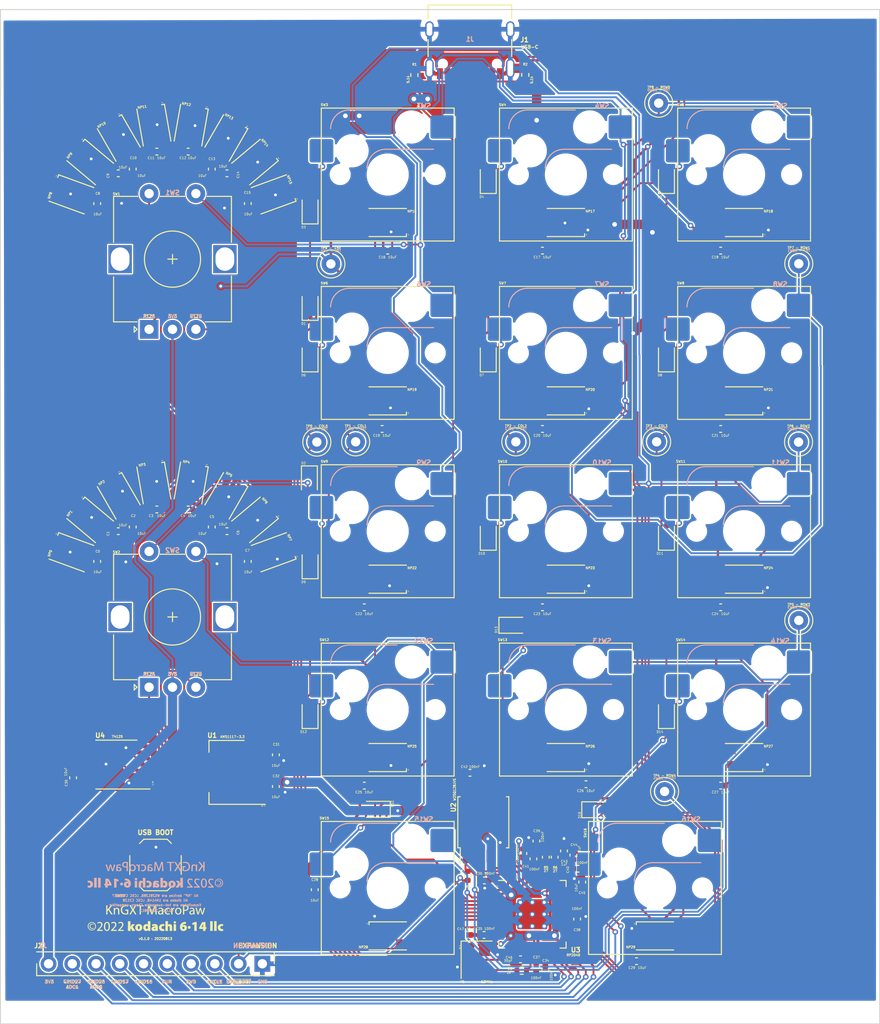
<source format=kicad_pcb>
(kicad_pcb (version 20211014) (generator pcbnew)
  (layers (0 "F.Cu" signal) (31 "B.Cu" signal) (34 "B.Paste" user) (35 "F.Paste" user) (36 "B.SilkS" user "B.Silkscreen") (37 "F.SilkS" user "F.Silkscreen") (38 "B.Mask" user) (39 "F.Mask" user) (44 "Edge.Cuts" user))
  (net 0 "")
  (net 1 "+5V")
  (net 2 "+1V1")
  (net 3 "+3V3")
  (net 4 "/XIN")
  (net 5 "Net-(D1-Pad2)")
  (net 6 "/COL0")
  (net 7 "/COL1")
  (net 8 "Net-(D2-Pad2)")
  (net 9 "/COL2")
  (net 10 "Net-(D3-Pad2)")
  (net 11 "Net-(C47-Pad1)")
  (net 12 "Net-(D4-Pad2)")
  (net 13 "Net-(D5-Pad2)")
  (net 14 "Net-(D6-Pad2)")
  (net 15 "Net-(D7-Pad2)")
  (net 16 "Net-(D8-Pad2)")
  (net 17 "Net-(D9-Pad2)")
  (net 18 "Net-(D10-Pad2)")
  (net 19 "/COL3")
  (net 20 "Net-(D11-Pad2)")
  (net 21 "Net-(D12-Pad2)")
  (net 22 "Net-(D13-Pad2)")
  (net 23 "Net-(D14-Pad2)")
  (net 24 "Net-(D15-Pad2)")
  (net 25 "Net-(D16-Pad2)")
  (net 26 "/NEOPXL")
  (net 27 "/USB_D+")
  (net 28 "/USB_D-")
  (net 29 "/~{USB_BOOT}")
  (net 30 "/SWD")
  (net 31 "/SWCLK")
  (net 32 "/RUN")
  (net 33 "Net-(NP10-Pad4)")
  (net 34 "/QSPI_SS")
  (net 35 "/XOUT")
  (net 36 "/ROW1")
  (net 37 "/ROW2")
  (net 38 "/QSPI_SD1")
  (net 39 "/QSPI_SD2")
  (net 40 "/QSPI_SD0")
  (net 41 "/QSPI_SCLK")
  (net 42 "/QSPI_SD3")
  (net 43 "/ROW0")
  (net 44 "/USB_CC1")
  (net 45 "Net-(NP10-Pad2)")
  (net 52 "/USB_CC2")
  (net 54 "Net-(NP17-Pad2)")
  (net 55 "Net-(R5-Pad2)")
  (net 56 "Net-(R6-Pad2)")
  (net 57 "/ROW3")
  (net 58 "Net-(NP18-Pad2)")
  (net 59 "Net-(NP17-Pad4)")
  (net 60 "/RT1A")
  (net 61 "/RT1B")
  (net 62 "/RT2A")
  (net 63 "/RT2B")
  (net 64 "/ROW4")
  (net 65 "Net-(NP18-Pad4)")
  (net 66 "/NEO3V3")
  (net 74 "GND")
  (net 75 "/GPIO27_ADC1")
  (net 78 "/GPIO26_ADC0")
  (net 80 "/GPIO17")
  (net 81 "/GPIO16")
  (net 82 "Net-(NP0-Pad4)")
  (net 83 "Net-(NP1-Pad4)")
  (net 84 "Net-(NP2-Pad4)")
  (net 85 "Net-(NP3-Pad4)")
  (net 86 "Net-(NP4-Pad4)")
  (net 87 "Net-(NP5-Pad4)")
  (net 88 "Net-(NP6-Pad4)")
  (net 89 "Net-(NP7-Pad4)")
  (net 90 "Net-(NP8-Pad4)")
  (net 91 "Net-(NP11-Pad4)")
  (net 92 "Net-(NP12-Pad4)")
  (net 93 "Net-(NP13-Pad4)")
  (net 94 "Net-(NP14-Pad4)")
  (net 95 "Net-(NP15-Pad4)")
  (net 96 "Net-(NP16-Pad4)")
  (net 97 "Net-(NP19-Pad4)")
  (net 98 "Net-(NP20-Pad4)")
  (net 99 "Net-(NP21-Pad4)")
  (net 100 "Net-(NP22-Pad4)")
  (net 101 "Net-(NP23-Pad4)")
  (net 102 "Net-(NP24-Pad4)")
  (net 103 "Net-(NP25-Pad4)")
  (net 104 "Net-(NP26-Pad4)")
  (footprint "Capacitor_SMD:C_0402_1005Metric" (layer "F.Cu") (at 27.7428 43.375 90)
    (fp_text reference "C8")
    (fp_text value "10uF")
  )
  (footprint "Resistor_SMD:R_0402_1005Metric" (layer "F.Cu") (at 73.507525 29.632525 -90)
    (fp_text reference "R2")
    (fp_text value "5.1k")
  )
  (footprint "LED_SMD:LED_WS2812B_3.5x2.8_C2890364" (layer "F.Cu") (at 96.9 64.45)
    (fp_text reference "NP21")
    (fp_text value "WS2812B" hide)
  )
  (footprint "Diode_SMD:D_SOD-323F" (layer "F.Cu") (at 81.05 108.125)
    (fp_text reference "D16")
    (fp_text value "1N4148" hide)
  )
  (footprint "Switch_Keyboard_Hotswap_Kailh:SW_Hotswap_Kailh_MX_1.00u" (layer "F.Cu") (at 96.9 59.325)
    (fp_text reference "SW8")
    (fp_text value "SW_Push" hide)
  )
  (footprint "LOGO" (layer "F.Cu") (at 33.928375 119.630897)
    (fp_text reference "G***" hide)
    (fp_text value "LOGO" hide)
  )
  (footprint "Diode_SMD:D_SOD-323F" (layer "F.Cu") (at 50.5 54.35 90)
    (fp_text reference "D1")
    (fp_text value "1N4148" hide)
  )
  (footprint "Switch_Keyboard_Hotswap_Kailh:SW_Hotswap_Kailh_MX_1.00u" (layer "F.Cu") (at 96.9 40.275)
    (fp_text reference "SW5")
    (fp_text value "SW_Push" hide)
  )
  (footprint "TestPoint:TestPoint_Loop_D1.80mm_Drill1.0mm_Beaded" (layer "F.Cu") (at 55.372 68.825)
    (fp_text reference "TP1" hide)
    (fp_text value "TestPoint" hide)
  )
  (footprint "Capacitor_SMD:C_0402_1005Metric" (layer "F.Cu") (at 58.2 67.45)
    (fp_text reference "C19")
    (fp_text value "10uF")
  )
  (footprint "Resistor_SMD:R_0402_1005Metric" (layer "F.Cu") (at 61.65 29.65 -90)
    (fp_text reference "R1")
    (fp_text value "5.1k")
  )
  (footprint "LED_SMD:LED_WS2812B_3.5x2.8_C2890364" (layer "F.Cu") (at 46.61 42.395 20)
    (fp_text reference "NP15")
    (fp_text value "WS2812B" hide)
  )
  (footprint "Capacitor_SMD:C_0402_1005Metric" (layer "F.Cu") (at 75.65 125.325 -90)
    (fp_text reference "C34")
    (fp_text value "100nF")
  )
  (footprint "Switch_Keyboard_Hotswap_Kailh:SW_Hotswap_Kailh_MX_1.00u" (layer "F.Cu") (at 58.8 116.475)
    (fp_text reference "SW15")
    (fp_text value "SW_Push" hide)
  )
  (footprint "Diode_SMD:D_SOD-323F" (layer "F.Cu") (at 69.55 78.9 90)
    (fp_text reference "D10")
    (fp_text value "1N4148" hide)
  )
  (footprint "TestPoint:TestPoint_Loop_D1.80mm_Drill1.0mm_Beaded" (layer "F.Cu") (at 87.775 32.65)
    (fp_text reference "TP8" hide)
    (fp_text value "TestPoint" hide)
  )
  (footprint "Capacitor_SMD:C_0402_1005Metric" (layer "F.Cu") (at 75.35 48.4)
    (fp_text reference "C17")
    (fp_text value "10uF")
  )
  (footprint "Crystal:Crystal_SMD_3225-4Pin_3.2x2.5mm" (layer "F.Cu") (at 68.3 124.15 -90)
    (fp_text reference "Y1")
    (fp_text value "12MHz")
  )
  (footprint "Diode_SMD:D_SOD-323F" (layer "F.Cu") (at 69.55 59.85 90)
    (fp_text reference "D7")
    (fp_text value "1N4148" hide)
  )
  (footprint "LED_SMD:LED_WS2812B_3.5x2.8_C2890364" (layer "F.Cu") (at 30.05 74.59 120)
    (fp_text reference "NP2")
    (fp_text value "WS2812B" hide)
  )
  (footprint "Switch_Keyboard_Hotswap_Kailh:SW_Hotswap_Kailh_MX_1.00u" (layer "F.Cu") (at 58.8 97.425)
    (fp_text reference "SW12")
    (fp_text value "SW_Push" hide)
  )
  (footprint "LED_SMD:LED_WS2812B_3.5x2.8_C2890364" (layer "F.Cu") (at 87.375 121.6 180)
    (fp_text reference "NP29")
    (fp_text value "WS2812B" hide)
  )
  (footprint "Capacitor_SMD:C_0402_1005Metric" (layer "F.Cu") (at 43.8428 43.375 -90)
    (fp_text reference "C15")
    (fp_text value "10uF")
  )
  (footprint "Capacitor_SMD:C_0402_1005Metric" (layer "F.Cu") (at 69.134871 115.675 180)
    (fp_text reference "C36")
    (fp_text value "100nF")
  )
  (footprint "Switch_Keyboard_Hotswap_Kailh:SW_Hotswap_Kailh_MX_1.00u" (layer "F.Cu") (at 77.85 59.325)
    (fp_text reference "SW7")
    (fp_text value "SW_Push" hide)
  )
  (footprint "Switch_Keyboard_Hotswap_Kailh:SW_Hotswap_Kailh_MX_2.00u" (layer "F.Cu") (at 87.375 116.475)
    (fp_text reference "SW16")
    (fp_text value "SW_Push" hide)
  )
  (footprint "Capacitor_SMD:C_0402_1005Metric" (layer "F.Cu") (at 73 124.1 180)
    (fp_text reference "C46")
    (fp_text value "30pF")
  )
  (footprint "Diode_SMD:D_SOD-323F" (layer "F.Cu") (at 88.6 40.8 90)
    (fp_text reference "D5")
    (fp_text value "1N4148" hide)
  )
  (footprint "Diode_SMD:D_SOD-323F" (layer "F.Cu") (at 88.6 59.85 90)
    (fp_text reference "D8")
    (fp_text value "1N4148" hide)
  )
  (footprint "Capacitor_SMD:C_0402_1005Metric" (layer "F.Cu") (at 41.612624 40.145 180)
    (fp_text reference "C14")
    (fp_text value "10uF")
  )
  (footprint "LED_SMD:LED_WS2812B_3.5x2.8_C2890364" (layer "F.Cu") (at 37.79 73.22 80)
    (fp_text reference "NP4")
    (fp_text value "WS2812B" hide)
  )
  (footprint "Switch_Keyboard_Hotswap_Kailh:SW_Hotswap_Kailh_MX_1.00u" (layer "F.Cu") (at 77.85 40.275)
    (fp_text reference "SW4")
    (fp_text value "SW_Push" hide)
  )
  (footprint "Switch_Keyboard_Hotswap_Kailh:SW_Hotswap_Kailh_MX_1.00u" (layer "F.Cu") (at 96.9 97.425)
    (fp_text reference "SW14")
    (fp_text value "SW_Push" hide)
  )
  (footprint "Capacitor_SMD:C_0402_1005Metric" (layer "F.Cu") (at 75.35 86.5)
    (fp_text reference "C23")
    (fp_text value "10uF")
  )
  (footprint "Connector_PinHeader_2.54mm:PinHeader_1x10_P2.54mm_Horizontal" (layer "F.Cu") (at 45.4 124.575 -90)
    (fp_text reference "J2")
    (fp_text value "Conn_01x10_Male" hide)
  )
  (footprint "Capacitor_SMD:C_0402_1005Metric" (layer "F.Cu") (at 41.612624 78.37 180)
    (fp_text reference "C6")
    (fp_text value "10uF")
  )
  (footprint "Diode_SMD:D_SOD-323F" (layer "F.Cu") (at 57.575 108.075 180)
    (fp_text reference "D15")
    (fp_text value "1N4148" hide)
  )
  (footprint "Package_SO:SOIC-8_5.23x5.23mm_P1.27mm" (layer "F.Cu") (at 69.0222 109.463 90)
    (fp_text reference "U2")
    (fp_text value "W25Q128JVS")
  )
  (footprint "Capacitor_SMD:C_0402_1005Metric" (layer "F.Cu") (at 80 105.4)
    (fp_text reference "C26")
    (fp_text value "10uF")
  )
  (footprint "Capacitor_SMD:C_0402_1005Metric" (layer "F.Cu") (at 74.7 111.47 90)
    (fp_text reference "C39")
    (fp_text value "100nF")
  )
  (footprint "Capacitor_SMD:C_0402_1005Metric" (layer "F.Cu") (at 76.650571 113.1902 -90)
    (fp_text reference "R6")
    (fp_text value "27")
  )
  (footprint "Switch_Keyboard_Hotswap_Kailh:SW_Hotswap_Kailh_MX_1.00u" (layer "F.Cu") (at 96.9 78.375)
    (fp_text reference "SW11")
    (fp_text value "SW_Push" hide)
  )
  (footprint "Capacitor_SMD:C_0402_1005Metric" (layer "F.Cu") (at 37.4678 76.05)
    (fp_text reference "C4")
    (fp_text value "10uF")
  )
  (footprint "Diode_SMD:D_SOD-323F" (layer "F.Cu") (at 88.6 97.95 90)
    (fp_text reference "D14")
    (fp_text value "1N4148" hide)
  )
  (footprint "Diode_SMD:D_SOD-323F" (layer "F.Cu") (at 69.55 40.8 90)
    (fp_text reference "D4")
    (fp_text value "1N4148" hide)
  )
  (footprint "Capacitor_SMD:C_0402_1005Metric" (layer "F.Cu") (at 85.4 124.3 180)
    (fp_text reference "C29")
    (fp_text value "10uF")
  )
  (footprint "Package_SO:TSSOP-14_4.4x5mm_P0.65mm" (layer "F.Cu") (at 29.7875 103.3 180)
    (fp_text reference "U4")
    (fp_text value "74125")
  )
  (footprint "Switch_Keyboard_Hotswap_Kailh:SW_Hotswap_Kailh_MX_1.00u" (layer "F.Cu") (at 58.8 40.275)
    (fp_text reference "SW3")
    (fp_text value "SW_Push" hide)
  )
  (footprint "Capacitor_SMD:C_0402_1005Metric" (layer "F.Cu") (at 56.3 105.55)
    (fp_text reference "C25")
    (fp_text value "10uF")
  )
  (footprint "Capacitor_SMD:C_0402_1005Metric" (layer "F.Cu") (at 29.992624 40.145)
    (fp_text reference "C9")
    (fp_text value "10uF")
  )
  (footprint "Capacitor_SMD:C_0402_1005Metric" (layer "F.Cu") (at 67.6 104.175)
    (fp_text reference "C42")
    (fp_text value "100nF")
  )
  (footprint "LED_SMD:LED_WS2812B_3.5x2.8_C2890364" (layer "F.Cu") (at 41.55 36.365 60)
    (fp_text reference "NP13")
    (fp_text value "WS2812B" hide)
  )
  (footprint "Capacitor_SMD:C_0402_1005Metric" (layer "F.Cu") (at 75.700571 113.1902 -90)
    (fp_text reference "R5")
    (fp_text value "27")
  )
  (footprint "LED_SMD:LED_WS2812B_3.5x2.8_C2890364" (layer "F.Cu") (at 77.85 102.55)
    (fp_text reference "NP26")
    (fp_text value "WS2812B" hide)
  )
  (footprint "Connector_USB:USB_C_Receptacle_Palconn_UTC16-G" (layer "F.Cu") (at 67.586125 26.996325 180)
    (fp_text reference "J1")
    (fp_text value "USB_C_ReceptacleUSB2.0" hide)
  )
  (footprint "Capacitor_SMD:C_0402_1005Metric" (layer "F.Cu") (at 79.6 115.85 90)
    (fp_text reference "C45")
    (fp_text value "10uF")
  )
  (footprint "LED_SMD:LED_WS2812B_3.5x2.8_C2890364" (layer "F.Cu") (at 77.85 83.5)
    (fp_text reference "NP23")
    (fp_text value "WS2812B" hide)
  )
  (footprint "Capacitor_SMD:C_0402_1005Metric" (layer "F.Cu") (at 29.992624 78.37)
    (fp_text reference "C1")
    (fp_text value "10uF")
  )
  (footprint "Diode_SMD:D_SOD-323F" (layer "F.Cu") (at 50.5 59.85 90)
    (fp_text reference "D6")
    (fp_text value "1N4148" hide)
  )
  (footprint "Capacitor_SMD:C_0402_1005Metric" (layer "F.Cu") (at 79.05 119.8 90)
    (fp_text reference "C38")
    (fp_text value "100nF")
  )
  (footprint "LED_SMD:LED_WS2812B_3.5x2.8_C2890364" (layer "F.Cu") (at 44.61 38.935 40)
    (fp_text reference "NP14")
    (fp_text value "WS2812B" hide)
  )
  (footprint "Resistor_SMD:R_0402_1005Metric" (layer "F.Cu") (at 73.125 125.325 180)
    (fp_text reference "R3")
    (fp_text value "1k")
  )
  (footprint "LED_SMD:LED_WS2812B_3.5x2.8_C2890364" (layer "F.Cu") (at 96.9 102.55)
    (fp_text reference "NP27")
    (fp_text value "WS2812B" hide)
  )
  (footprint "Diode_SMD:D_SOD-323F" (layer "F.Cu") (at 50.5 97.95 90)
    (fp_text reference "D12")
    (fp_text value "1N4148" hide)
  )
  (footprint "LED_SMD:LED_WS2812B_3.5x2.8_C2890364" (layer "F.Cu") (at 77.85 64.45)
    (fp_text reference "NP20")
    (fp_text value "WS2812B" hide)
  )
  (footprint "Capacitor_SMD:C_0402_1005Metric" (layer "F.Cu") (at 94.4 67.45)
    (fp_text reference "C21")
    (fp_text value "10uF")
  )
  (footprint "Switch_Keyboard_Hotswap_Kailh:SW_Hotswap_Kailh_MX_1.00u" (layer "F.Cu") (at 77.85 78.375)
    (fp_text reference "SW10")
    (fp_text value "SW_Push" hide)
  )
  (footprint "Capacitor_SMD:C_0402_1005Metric" (layer "F.Cu") (at 39.992624 77.92 -90)
    (fp_text reference "C5")
    (fp_text value "10uF")
  )
  (footprint "Capacitor_SMD:C_0402_1005Metric" (layer "F.Cu") (at 31.542624 39.695 -90)
    (fp_text reference "C10")
    (fp_text value "10uF")
  )
  (footprint "Capacitor_SMD:C_0402_1005Metric" (layer "F.Cu") (at 74.675 124.975 -90)
    (fp_text reference "C37")
    (fp_text value "100nF")
  )
  (footprint "Switch_Keyboard_Hotswap_Kailh:SW_Hotswap_Kailh_MX_1.00u" (layer "F.Cu") (at 77.85 97.425)
    (fp_text reference "SW13")
    (fp_text value "SW_Push" hide)
  )
  (footprint "LED_SMD:LED_WS2812B_3.5x2.8_C2890364" (layer "F.Cu") (at 58.8 64.45)
    (fp_text reference "NP19")
    (fp_text value "WS2812B" hide)
  )
  (footprint "TestPoint:TestPoint_Loop_D1.80mm_Drill1.0mm_Beaded" (layer "F.Cu") (at 52.725 49.825)
    (fp_text reference "TP9" hide)
    (fp_text value "TestPoint" hide)
  )
  (footprint "Diode_SMD:D_SOD-323F" (layer "F.Cu") (at 88.6 78.9 90)
    (fp_text reference "D11")
    (fp_text value "1N4148" hide)
  )
  (footprint "Capacitor_SMD:C_0402_1005Metric" (layer "F.Cu") (at 39.992624 39.695 -90)
    (fp_text reference "C13")
    (fp_text value "10uF")
  )
  (footprint "LED_SMD:LED_WS2812B_3.5x2.8_C2890364" (layer "F.Cu") (at 26.99 38.935 140)
    (fp_text reference "NP9")
    (fp_text value "WS2812B" hide)
  )
  (footprint "LED_SMD:LED_WS2812B_3.5x2.8_C2890364" (layer "F.Cu") (at 96.9 83.5)
    (fp_text reference "NP24")
    (fp_text value "WS2812B" hide)
  )
  (footprint "LED_SMD:LED_WS2812B_3.5x2.8_C2890364" (layer "F.Cu") (at 58.8 45.4)
    (fp_text reference "NP16")
    (fp_text value "WS2812B" hide)
  )
  (footprint "Capacitor_SMD:C_0402_1005Metric" (layer "F.Cu") (at 51 116.67 90)
    (fp_text reference "C28")
    (fp_text value "10uF")
  )
  (footprint "RP_Silicon:RP2040-QFN-56" (layer "F.Cu") (at 74.259771 119.28905)
    (fp_text reference "U3")
    (fp_text value "RP2040" hide)
  )
  (footprint "Capacitor_SMD:C_0402_1005Metric" (layer "F.Cu") (at 78.65 112.975 90)
    (fp_text reference "C44")
    (fp_text value "1uF")
  )
  (footprint "Capacitor_SMD:C_0402_1005Metric" (layer "F.Cu") (at 77.65 112.525 90)
    (fp_text reference "C43")
    (fp_text value "1uF")
  )
  (footprint "Capacitor_SMD:C_0402_1005Metric" (layer "F.Cu") (at 46.8438 102.2624 -90)
    (fp_text reference "C31")
    (fp_text value "10uF")
  )
  (footprint "LED_SMD:LED_WS2812B_3.5x2.8_C2890364" (layer "F.Cu") (at 37.79 34.995 80)
    (fp_text reference "NP12")
    (fp_text value "WS2812B" hide)
  )
  (footprint "Diode_SMD:D_SOD-323F" (layer "F.Cu") (at 50.5 44.05 90)
    (fp_text reference "D3")
    (fp_text value "1N4148" hide)
  )
  (footprint "Capacitor_SMD:C_0402_1005Metric" (layer "F.Cu") (at 27.7428 81.6 90)
    (fp_text reference "C0")
    (fp_text value "10uF")
  )
  (footprint "LED_SMD:LED_WS2812B_3.5x2.8_C2890364" (layer "F.Cu") (at 58.8 121.6 180)
    (fp_text reference "NP28")
    (fp_text value "WS2812B" hide)
  )
  (footprint "Capacitor_SMD:C_0402_1005Metric" (layer "F.Cu") (at 58.8 48.4)
    (fp_text reference "C16")
    (fp_text value "10uF")
  )
  (footprint "Capacitor_SMD:C_0402_1005Metric" (layer "F.Cu") (at 67.2 121.5)
    (fp_text reference "C47")
    (fp_text value "30pF")
  )
  (footprint "LED_SMD:LED_WS2812B_3.5x2.8_C2890364" (layer "F.Cu") (at 58.8 102.55)
    (fp_text reference "NP25")
    (fp_text value "WS2812B" hide)
  )
  (footprint "LED_SMD:LED_WS2812B_3.5x2.8_C2890364" (layer "F.Cu") (at 24.99 80.62 160)
    (fp_text reference "NP0")
    (fp_text value "WS2812B" hide)
  )
  (footprint "Diode_SMD:D_SOD-323F" (layer "F.Cu") (at 72.19 88.42)
    (fp_text reference "D13")
    (fp_text value "1N4148" hide)
  )
  (footprint "LED_SMD:LED_WS2812B_3.5x2.8_C2890364" (layer "F.Cu") (at 26.99 77.16 140)
    (fp_text reference "NP1")
    (fp_text value "WS2812B" hide)
  )
  (footprint "Capacitor_SMD:C_0402_1005Metric" (layer "F.Cu") (at 67.354698 115.181073 -90)
    (fp_text reference "R4")
    (fp_text value "1k")
  )
  (footprint "TestPoint:TestPoint_Loop_D1.80mm_Drill1.0mm_Beaded" (layer "F.Cu") (at 102.725 68.85)
    (fp_text reference "TP6" hide)
    (fp_text value "TestPoint" hide)
  )
  (footprint "Diode_SMD:D_SOD-323F" (layer "F.Cu") (at 50.5 81.95 90)
    (fp_text reference "D9")
    (fp_text value "1N4148" hide)
  )
  (footprint "LED_SMD:LED_WS2812B_3.5x2.8_C2890364" (layer "F.Cu") (at 41.55 74.59 60)
    (fp_text reference "NP5")
    (fp_text value "WS2812B" hide)
  )
  (footprint "LED_SMD:LED_WS2812B_3.5x2.8_C2890364" (layer "F.Cu") (at 58.8 83.5)
    (fp_text reference "NP22")
    (fp_text value "WS2812B" hide)
  )
  (footprint "TestPoint:TestPoint_Loop_D1.80mm_Drill1.0mm_Beaded" (layer "F.Cu") (at 72.5 68.825)
    (fp_text reference "TP2" hide)
    (fp_text value "TestPoint" hide)
  )
  (footprint "Capacitor_SMD:C_0402_1005Metric" (layer "F.Cu") (at 25.1622 104.7184 90)
    (fp_text reference "C30")
    (fp_text value "10uF")
  )
  (footprint "TestPoint:TestPoint_Loop_D1.80mm_Drill1.0mm_Beaded" (layer "F.Cu") (at 88.4 106.175)
    (fp_text reference "TP4" hide)
    (fp_text value "TestPoint" hide)
  )
  (footprint "Package_TO_SOT_SMD:SOT-223-3_TabPin2" (layer "F.Cu") (at 41.6 104.1324 180)
    (fp_text reference "U1")
    (fp_text value "AMS1117-3.3")
  )
  (footprint "Capacitor_SMD:C_0402_1005Metric" (layer "F.Cu") (at 31.542624 77.92 -90)
    (fp_text reference "C2")
    (fp_text value "10uF")
  )
  (footprint "Rotary_Encoder:RotaryEncoder_Alps_EC12E-Switch_Vertical_H20mm" (layer "F.Cu") (at 33.2928 56.8094 90)
    (fp_text reference "SW1")
    (fp_text value "RotaryEncoder_Switch" hide)
  )
  (footprint "LED_SMD:LED_WS2812B_3.5x2.8_C2890364" (layer "F.Cu") (at 33.8 34.995 100)
    (fp_text reference "NP11")
    (fp_text value "WS2812B" hide)
  )
  (footprint "Capacitor_SMD:C_0402_1005Metric" (layer "F.Cu") (at 94.4 86.5)
    (fp_text reference "C24")
    (fp_text value "10uF")
  )
  (footprint "Capacitor_SMD:C_0402_1005Metric" (layer "F.Cu") (at 43.8428 81.6 -90)
    (fp_text reference "C7")
    (fp_text value "10uF")
  )
  (footprint "TestPoint:TestPoint_Loop_D1.80mm_Drill1.0mm_Beaded" (layer "F.Cu") (at 87.55 68.825)
    (fp_text reference "TP3" hide)
    (fp_text value "TestPoint" hide)
  )
  (footprint "Diode_SMD:D_SOD-323F" (layer "F.Cu") (at 50.425 72.9 -90)
    (fp_text reference "D2")
    (fp_text value "1N4148" hide)
  )
  (footprint "Capacitor_SMD:C_0402_1005Metric" (layer "F.Cu") (at 73.3 112.795 90)
    (fp_text reference "C33")
    (fp_text value "100nF")
  )
  (footprint "LED_SMD:LED_WS2812B_3.5x2.8_C2890364" (layer "F.Cu") (at 46.61 80.62 20)
    (fp_text reference "NP7")
    (fp_text value "WS2812B" hide)
  )
  (footprint "LED_SMD:LED_WS2812B_3.5x2.8_C2890364" (layer "F.Cu") (at 77.85 45.4)
    (fp_text reference "NP17")
    (fp_text value "WS2812B" hide)
  )
  (footprint "Capacitor_SMD:C_0402_1005Metric" (layer "F.Cu") (at 34.1178 37.825)
    (fp_text reference "C11")
    (fp_text value "10uF")
  )
  (footprint "Capacitor_SMD:C_0402_1005Metric" (layer "F.Cu") (at 74.375 113.375 90)
    (fp_text reference "C41")
    (fp_text value "100nF")
  )
  (footprint "Capacitor_SMD:C_0402_1005Metric" (layer "F.Cu") (at 56.3 86.5)
    (fp_text reference "C22")
    (fp_text value "10uF")
  )
  (footprint "LED_SMD:LED_WS2812B_3.5x2.8_C2890364" (layer "F.Cu") (at 33.8 73.22 100)
    (fp_text reference "NP3")
    (fp_text value "WS2812B" hide)
  )
  (footprint "Capacitor_SMD:C_0402_1005Metric" (layer "F.Cu") (at 46.8438 105.6432 -90)
    (fp_text reference "C32")
    (fp_text value "10uF")
  )
  (footprint "LED_SMD:LED_WS2812B_3.5x2.8_C2890364" (layer "F.Cu") (at 96.9 45.4)
    (fp_text reference "NP18")
    (fp_text value "WS2812B" hide)
  )
  (footprint "Capacitor_SMD:C_0402_1005Metric" (layer "F.Cu") (at 75.35 67.45)
    (fp_text reference "C20")
    (fp_text value "10uF")
  )
  (footprint "LED_SMD:LED_WS2812B_3.5x2.8_C2890364" (layer "F.Cu") (at 44.61 77.16 40)
    (fp_text reference "NP6")
    (fp_text value "WS2812B" hide)
  )
  (footprint "Capacitor_SMD:C_0402_1005Metric" (layer "F.Cu") (at 69.1 121.5 180)
    (fp_text reference "C35")
    (fp_text value "100nF")
  )
  (footprint "TestPoint:TestPoint_Loop_D1.80mm_Drill1.0mm_Beaded" (layer "F.Cu") (at 102.75 87.9)
    (fp_text reference "TP5" hide)
    (fp_text value "TestPoint" hide)
  )
  (footprint "Capacitor_SMD:C_0402_1005Metric" (layer "F.Cu") (at 34.1178 76.05)
    (fp_text reference "C3")
    (fp_text value "10uF")
  )
  (footprint "LED_SMD:LED_WS2812B_3.5x2.8_C2890364" (layer "F.Cu") (at 30.05 36.365 120)
    (fp_text reference "NP10")
    (fp_text value "WS2812B" hide)
  )
  (footprint "Button_Switch_SMD:SW_SPST_TL3342" (layer "F.Cu") (at 33.975 114.025)
    (fp_text reference "SW17")
    (fp_text value "SW_Push" hide)
  )
  (footprint "Capacitor_SMD:C_0402_1005Metric" (layer "F.Cu") (at 94.4 48.4)
    (fp_text reference "C18")
    (fp_text value "10uF")
  )
  (footprint "TestPoint:TestPoint_Loop_D1.80mm_Drill1.0mm_Beaded" (layer "F.Cu") (at 51.225 68.85)
    (fp_text reference "TP0" hide)
    (fp_text value "TestPoint" hide)
  )
  (footprint "Rotary_Encoder:RotaryEncoder_Alps_EC12E-Switch_Vertical_H20mm" (layer "F.Cu") (at 33.2928 95.0344 90)
    (fp_text reference "SW2")
    (fp_text value "RotaryEncoder_Switch" hide)
  )
  (footprint "Capacitor_SMD:C_0402_1005Metric" (layer "F.Cu") (at 94.4 105.55)
    (fp_text reference "C27")
    (fp_text value "10uF")
  )
  (footprint "Switch_Keyboard_Hotswap_Kailh:SW_Hotswap_Kailh_MX_1.00u" (layer "F.Cu") (at 58.8 78.375)
    (fp_text reference "SW9")
    (fp_text value "SW_Push" hide)
  )
  (footprint "TestPoint:TestPoint_Loop_D1.80mm_Drill1.0mm_Beaded" (layer "F.Cu") (at 102.75 49.8)
    (fp_text reference "TP7" hide)
    (fp_text value "TestPoint" hide)
  )
  (footprint "Capacitor_SMD:C_0402_1005Metric" (layer "F.Cu") (at 37.4678 37.825)
    (fp_text reference "C12")
    (fp_text value "10uF")
  )
  (footprint "Switch_Keyboard_Hotswap_Kailh:SW_Hotswap_Kailh_MX_1.00u" (layer "F.Cu") (at 58.8 59.325)
    (fp_text reference "SW6")
    (fp_text value "SW_Push" hide)
  )
  (footprint "LED_SMD:LED_WS2812B_3.5x2.8_C2890364" (layer "F.Cu") (at 24.99 42.395 160)
    (fp_text reference "NP8")
    (fp_text value "WS2812B" hide)
  )
  (footprint "Capacitor_SMD:C_0402_1005Metric" (layer "F.Cu") (at 79.15 114.425)
    (fp_text reference "C40")
    (fp_text value "100nF")
  )
  (footprint "LOGO" (layer "B.Cu") (at 34 115 180)
    (fp_text reference "G***" hide)
    (fp_text value "LOGO" hide)
  )
  (gr_line (start 41.6 126.2) (end 44.2 126.2) (layer "F.SilkS") (width 0.04))
  (gr_rect (start 17.4 22.65) (end 111.4 131) (layer "Edge.Cuts") (width 0.1) (fill none))
  (gr_text "GPIO16" (at 32.7 126.5) (layer "B.SilkS") (effects (font (size 0.35 0.35) (thickness 0.08)) (justify mirror)))
  (gr_text "All {dblquote}NP{dblquote} devices are WS28128B, LCSC C965557" (at 33.953375 117.3) (layer "B.SilkS") (effects (font (size 0.25 0.25) (thickness 0.0625)) (justify mirror)))
  (gr_text "RT2A" (at 33.2928 55.4094) (layer "B.SilkS") (effects (font (size 0.35 0.35) (thickness 0.08)) (justify mirror)))
  (gr_text "3V3" (at 35.7928 93.6344) (layer "B.SilkS") (effects (font (size 0.35 0.35) (thickness 0.08)) (justify mirror)))
  (gr_text "3V3" (at 35.7928 55.4094) (layer "B.SilkS") (effects (font (size 0.35 0.35) (thickness 0.08)) (justify mirror)))
  (gr_text "Keyswitches are hot-swappable Cherry-compatible" (at 33.953375 118.3) (layer "B.SilkS") (effects (font (size 0.25 0.25) (thickness 0.0625)) (justify mirror)))
  (gr_text "v0.1.0 – 20220813" (at 34.1 118.9) (layer "B.SilkS") (effects (font (size 0.25 0.25) (thickness 0.0625)) (justify mirror)))
  (gr_text "GND" (at 45.425 126.5) (layer "B.SilkS") (effects (font (size 0.35 0.35) (thickness 0.08)) (justify mirror)))
  (gr_text "RT2A" (at 33.2928 93.6344) (layer "B.SilkS") (effects (font (size 0.35 0.35) (thickness 0.08)) (justify mirror)))
  (gr_text "RT2B" (at 38.2928 55.4094) (layer "B.SilkS") (effects (font (size 0.35 0.35) (thickness 0.08)) (justify mirror)))
  (gr_text "SWD" (at 37.775 126.5) (layer "B.SilkS") (effects (font (size 0.35 0.35) (thickness 0.08)) (justify mirror)))
  (gr_text "GPIO27\nADC1" (at 25.075 126.775) (layer "B.SilkS") (effects (font (size 0.35 0.35) (thickness 0.08)) (justify mirror)))
  (gr_text "RT2B" (at 38.2928 93.6344) (layer "B.SilkS") (effects (font (size 0.35 0.35) (thickness 0.08)) (justify mirror)))
  (gr_text "3V3" (at 22.625 126.5) (layer "B.SilkS") (effects (font (size 0.35 0.35) (thickness 0.08)) (justify mirror)))
  (gr_text "USB_BOOT" (at 42.875 126.5) (layer "B.SilkS") (effects (font (size 0.35 0.35) (thickness 0.08)) (justify mirror)))
  (gr_text "RUN" (at 35.2 126.5) (layer "B.SilkS") (effects (font (size 0.35 0.35) (thickness 0.08)) (justify mirror)))
  (gr_text "GPIO26\nADC0" (at 27.625 126.775) (layer "B.SilkS") (effects (font (size 0.35 0.35) (thickness 0.08)) (justify mirror)))
  (gr_text "All diodes are 1N4148, LCSC C2128" (at 33.953375 117.8) (layer "B.SilkS") (effects (font (size 0.25 0.25) (thickness 0.0625)) (justify mirror)))
  (gr_text "GPIO17" (at 30.15 126.5) (layer "B.SilkS") (effects (font (size 0.35 0.35) (thickness 0.08)) (justify mirror)))
  (gr_text "SWCLK" (at 40.275 126.5) (layer "B.SilkS") (effects (font (size 0.35 0.35) (thickness 0.08)) (justify mirror)))
  (gr_text "SWD" (at 37.775 126.5) (layer "F.SilkS") (effects (font (size 0.35 0.35) (thickness 0.08))))
  (gr_text "3V3" (at 35.7928 93.6344) (layer "F.SilkS") (effects (font (size 0.35 0.35) (thickness 0.08))))
  (gr_text "Y1 1" (at 66.5 122.8 90) (layer "F.SilkS") (effects (font (size 0.125 0.125) (thickness 0.03125))))
  (gr_text "RUN" (at 35.2 126.5) (layer "F.SilkS") (effects (font (size 0.35 0.35) (thickness 0.08))))
  (gr_text "GPIO27\nADC1" (at 25.075 126.775) (layer "F.SilkS") (effects (font (size 0.35 0.35) (thickness 0.08))))
  (gr_text "RT2B" (at 38.2928 93.6344) (layer "F.SilkS") (effects (font (size 0.35 0.35) (thickness 0.08))))
  (gr_text "v0.1.0 – 20220813" (at 33.975 121.9) (layer "F.SilkS") (effects (font (size 0.25 0.25) (thickness 0.0625))))
  (gr_text "RT2A" (at 33.2928 55.4094) (layer "F.SilkS") (effects (font (size 0.35 0.35) (thickness 0.08))))
  (gr_text "RT2B" (at 38.2928 55.4094) (layer "F.SilkS") (effects (font (size 0.35 0.35) (thickness 0.08))))
  (gr_text "USB-C" (at 73.975 26.65) (layer "F.SilkS") (effects (font (size 0.35 0.35) (thickness 0.08))))
  (gr_text "U4 1" (at 33.7 105.3 270) (layer "F.SilkS") (effects (font (size 0.125 0.125) (thickness 0.03125))))
  (gr_text "U1 1" (at 45.5 107.7) (layer "F.SilkS") (effects (font (size 0.125 0.125) (thickness 0.03125))))
  (gr_text "U2 1" (at 66.4 113.6 90) (layer "F.SilkS") (effects (font (size 0.125 0.125) (thickness 0.03125))))
  (gr_text "RP2040" (at 78.65 123.65) (layer "F.SilkS") (effects (font (size 0.25 0.25) (thickness 0.06))))
  (gr_text "GND" (at 45.425 126.5) (layer "F.SilkS") (effects (font (size 0.35 0.35) (thickness 0.08))))
  (gr_text "USB_BOOT" (at 42.875 126.5) (layer "F.SilkS") (effects (font (size 0.35 0.35) (thickness 0.08))))
  (gr_text "3V3" (at 35.7928 55.4094) (layer "F.SilkS") (effects (font (size 0.35 0.35) (thickness 0.08))))
  (gr_text "U3 1" (at 70.4 116.3) (layer "F.SilkS") (effects (font (size 0.125 0.125) (thickness 0.03125))))
  (gr_text "3V3" (at 22.625 126.5) (layer "F.SilkS") (effects (font (size 0.35 0.35) (thickness 0.08))))
  (gr_text "GPIO16" (at 32.7 126.5) (layer "F.SilkS") (effects (font (size 0.35 0.35) (thickness 0.08))))
  (gr_text "RT2A" (at 33.2928 93.6344) (layer "F.SilkS") (effects (font (size 0.35 0.35) (thickness 0.08))))
  (gr_text "GPIO17" (at 30.15 126.5) (layer "F.SilkS") (effects (font (size 0.35 0.35) (thickness 0.08))))
  (gr_text "GPIO26\nADC0" (at 27.625 126.775) (layer "F.SilkS") (effects (font (size 0.35 0.35) (thickness 0.08))))
  (gr_text "SWCLK" (at 40.275 126.5) (layer "F.SilkS") (effects (font (size 0.35 0.35) (thickness 0.08))))
  (segment (start 78.1 103.98) (end 79.52 105.4) (width 0.25) (layer "F.Cu") (net 1))
  (segment (start 95.55 101.8) (end 94.7 101.8) (width 0.25) (layer "F.Cu") (net 1))
  (segment (start 57.45 44.65) (end 55.05 44.65) (width 0.25) (layer "F.Cu") (net 1))
  (segment (start 77.65 44.65) (end 76.5 44.65) (width 0.25) (layer "F.Cu") (net 1))
  (segment (start 74.87 86.5) (end 74.87 92.37) (width 0.25) (layer "F.Cu") (net 1))
  (segment (start 93.92 86.5) (end 93.92 92.62) (width 0.25) (layer "F.Cu") (net 1))
  (segment (start 87.8 120.35) (end 87.8 121.425) (width 0.25) (layer "F.Cu") (net 1))
  (segment (start 94.2 61) (end 95.55 62.35) (width 0.25) (layer "F.Cu") (net 1))
  (segment (start 76.5 100.2) (end 76.5 101.8) (width 0.25) (layer "F.Cu") (net 1))
  (segment (start 75.7 63.7) (end 74.87 64.53) (width 0.25) (layer "F.Cu") (net 1))
  (segment (start 76 95.9) (end 75.4 96.5) (width 0.25) (layer "F.Cu") (net 1))
  (segment (start 57.2 95.666919) (end 56.3 96.566919) (width 0.25) (layer "F.Cu") (net 1))
  (segment (start 93.92 48.4) (end 93.92 54.32) (width 0.25) (layer "F.Cu") (net 1))
  (segment (start 55.935747 122.999511) (end 59.500489 122.999511) (width 0.25) (layer "F.Cu") (net 1))
  (segment (start 75.1 58.6) (end 75.1 62.3) (width 0.25) (layer "F.Cu") (net 1))
  (segment (start 95 57.9) (end 94.2 58.7) (width 0.25) (layer "F.Cu") (net 1))
  (segment (start 56.4 82.75) (end 57.45 82.75) (width 0.25) (layer "F.Cu") (net 1))
  (segment (start 56.75 63.7) (end 56.05 64.4) (width 0.25) (layer "F.Cu") (net 1))
  (segment (start 74.87 54.47) (end 76.1 55.7) (width 0.25) (layer "F.Cu") (net 1))
  (segment (start 55.82 102.68) (end 55.82 105.55) (width 0.25) (layer "F.Cu") (net 1))
  (segment (start 93.92 83.58) (end 93.92 86.5) (width 0.25) (layer "F.Cu") (net 1))
  (segment (start 95 95.9) (end 94.2 96.7) (width 0.25) (layer "F.Cu") (net 1))
  (segment (start 65.186125 28.945598) (end 65.45 28.681723) (width 0.3) (layer "F.Cu") (net 1))
  (segment (start 58.32 45.52) (end 57.45 44.65) (width 0.25) (layer "F.Cu") (net 1))
  (segment (start 75.1 62.3) (end 76.5 63.7) (width 0.25) (layer "F.Cu") (net 1))
  (segment (start 57.45 101.8) (end 56.7 101.8) (width 0.25) (layer "F.Cu") (net 1))
  (segment (start 88.725 122.575) (end 87 124.3) (width 0.25) (layer "F.Cu") (net 1))
  (segment (start 66.071995 28.078005) (end 69.118532 28.078005) (width 0.3) (layer "F.Cu") (net 1))
  (segment (start 57.45 61.75) (end 57.45 63.7) (width 0.25) (layer "F.Cu") (net 1))
  (segment (start 57.72 67.45) (end 57.72 76.08) (width 0.25) (layer "F.Cu") (net 1))
  (segment (start 94.75 44.65) (end 93.88 45.52) (width 0.25) (layer "F.Cu") (net 1))
  (segment (start 59.500489 122.999511) (end 60.15 122.35) (width 0.25) (layer "F.Cu") (net 1))
  (segment (start 76.5 101.8) (end 78.1 103.4) (width 0.25) (layer "F.Cu") (net 1))
  (segment (start 75.4 96.5) (end 75.4 99.1) (width 0.25) (layer "F.Cu") (net 1))
  (segment (start 25.2138 105.25) (end 25.1622 105.1984) (width 0.25) (layer "F.Cu") (net 1))
  (segment (start 95 74.6) (end 95 76.9) (width 0.25) (layer "F.Cu") (net 1))
  (segment (start 75.4 99.1) (end 76.5 100.2) (width 0.25) (layer "F.Cu") (net 1))
  (segment (start 93.88 48.36) (end 93.92 48.4) (width 0.25) (layer "F.Cu") (net 1))
  (segment (start 55.82 86.5) (end 55.82 83.33) (width 0.25) (layer "F.Cu") (net 1))
  (segment (start 95.55 63.7) (end 94.7 63.7) (width 0.25) (layer "F.Cu") (net 1))
  (segment (start 72.777275 28.077275) (end 88.021275 28.077275) (width 0.25) (layer "F.Cu") (net 1))
  (segment (start 56.05 64.4) (end 56.05 66.35) (width 0.25) (layer "F.Cu") (net 1))
  (segment (start 69.118532 28.078005) (end 69.986125 28.945598) (width 0.3) (layer "F.Cu") (net 1))
  (segment (start 78.1 103.4) (end 78.1 103.98) (width 0.25) (layer "F.Cu") (net 1))
  (segment (start 76 74.7) (end 76 76.8) (width 0.25) (layer "F.Cu") (net 1))
  (segment (start 93.88 45.52) (end 93.88 48.36) (width 0.25) (layer "F.Cu") (net 1))
  (segment (start 80.95 106.9) (end 83.3 106.9) (width 0.25) (layer "F.Cu") (net 1))
  (segment (start 50.37452 113.92548) (end 55.82 108.48) (width 0.25) (layer "F.Cu") (net 1))
  (segment (start 56.4 58.1) (end 56.4 60.7) (width 0.25) (layer "F.Cu") (net 1))
  (segment (start 75.65 44.65) (end 74.87 45.43) (width 0.25) (layer "F.Cu") (net 1))
  (segment (start 95.55 99.85) (end 95.55 101.8) (width 0.25) (layer "F.Cu") (net 1))
  (segment (start 87 124.3) (end 85.88 124.3) (width 0.25) (layer "F.Cu") (net 1))
  (segment (start 76 93.5) (end 76 95.9) (width 0.25) (layer "F.Cu") (net 1))
  (segment (start 56.05 66.35) (end 57.15 67.45) (width 0.25) (layer "F.Cu") (net 1))
  (segment (start 55.05 44.65) (end 52.725 46.975) (width 0.25) (layer "F.Cu") (net 1))
  (segment (start 52.725 46.975) (end 52.725 49.825) (width 0.25) (layer "F.Cu") (net 1))
  (segment (start 93.92 73.52) (end 95 74.6) (width 0.25) (layer "F.Cu") (net 1))
  (segment (start 74.87 45.43) (end 74.87 48.4) (width 0.25) (layer "F.Cu") (net 1))
  (segment (start 95.55 62.35) (end 95.55 63.7) (width 0.25) (layer "F.Cu") (net 1))
  (segment (start 55.82 108.48) (end 55.82 105.55) (width 0.25) (layer "F.Cu") (net 1))
  (segment (start 75.1 81.35) (end 76.5 82.75) (width 0.25) (layer "F.Cu") (net 1))
  (segment (start 76.1 57.6) (end 75.1 58.6) (width 0.25) (layer "F.Cu") (net 1))
  (segment (start 69.986125 28.945598) (end 69.986125 29.506325) (width 0.3) (layer "F.Cu") (net 1))
  (segment (start 95.55 82.75) (end 94.75 82.75) (width 0.25) (layer "F.Cu") (net 1))
  (segment (start 57.45 81.2) (end 57.45 82.75) (width 0.25) (layer "F.Cu") (net 1))
  (segment (start 56.4 60.7) (end 57.45 61.75) (width 0.25) (layer "F.Cu") (net 1))
  (segment (start 83.3 106.9) (end 84.75 108.35) (width 0.25) (layer "F.Cu") (net 1))
  (segment (start 94.1 81.3) (end 95.55 82.75) (width 0.25) (layer "F.Cu") (net 1))
  (segment (start 55.82 86.5) (end 55.82 91.97) (width 0.25) (layer "F.Cu") (net 1))
  (segment (start 94.75 82.75) (end 93.92 83.58) (width 0.25) (layer "F.Cu") (net 1))
  (segment (start 72.777275 28.077275) (end 72.351805 27.651805) (width 0.25) (layer "F.Cu") (net 1))
  (segment (start 56.3 100.65) (end 57.45 101.8) (width 0.25) (layer "F.Cu") (net 1))
  (segment (start 86.6 37.3) (end 89.864 34.036) (width 0.25) (layer "F.Cu") (net 1))
  (segment (start 84.75 109.55) (end 89.95 114.75) (width 0.25) (layer "F.Cu") (net 1))
  (segment (start 94.7 63.7) (end 93.92 64.48) (width 0.25) (layer "F.Cu") (net 1))
  (segment (start 85.2 38.7) (end 85.2 39.9) (width 0.25) (layer "F.Cu") (net 1))
  (segment (start 76.5 44.65) (end 75.65 44.65) (width 0.25) (layer "F.Cu") (net 1))
  (segment (start 57.45 63.7) (end 56.75 63.7) (width 0.25) (layer "F.Cu") (net 1))
  (segment (start 65.186125 29.506325) (end 65.186125 28.945598) (width 0.3) (layer "F.Cu") (net 1))
  (segment (start 93.92 48.4) (end 91.24 45.72) (width 0.25) (layer "F.Cu") (net 1))
  (segment (start 57.2 93.35) (end 57.2 95.666919) (width 0.25) (layer "F.Cu") (net 1))
  (segment (start 89.95 118.2) (end 87.8 120.35) (width 0.25) (layer "F.Cu") (net 1))
  (segment (start 86.6 37.3) (end 85.2 38.7) (width 0.25) (layer "F.Cu") (net 1))
  (segment (start 74.87 64.53) (end 74.87 67.45) (width 0.25) (layer "F.Cu") (net 1))
  (segment (start 89.916 29.972) (end 89.916 34.036) (width 0.25) (layer "F.Cu") (net 1))
  (segment (start 74.87 48.4) (end 74.87 54.47) (width 0.25) (layer "F.Cu") (net 1))
  (segment (start 91.24 45.72) (end 91.186 45.72) (width 0.25) (layer "F.Cu") (net 1))
  (segment (start 94.2 96.7) (end 94.2 98.5) (width 0.25) (layer "F.Cu") (net 1))
  (segment (start 88.021275 28.077275) (end 89.916 29.972) (width 0.25) (layer "F.Cu") (net 1))
  (segment (start 84.75 108.35) (end 84.75 109.55) (width 0.25) (layer "F.Cu") (net 1))
  (segment (start 51 117.15) (end 50.37452 116.52452) (width 0.25) (layer "F.Cu") (net 1))
  (segment (start 87.8 121.425) (end 88.725 122.35) (width 0.25) (layer "F.Cu") (net 1))
  (segment (start 55.82 91.97) (end 57.2 93.35) (width 0.25) (layer "F.Cu") (net 1))
  (segment (start 94.2 58.7) (end 94.2 61) (width 0.25) (layer "F.Cu") (net 1))
  (segment (start 94.7 101.8) (end 93.92 102.58) (width 0.25) (layer "F.Cu") (net 1))
  (segment (start 93.92 92.62) (end 95 93.7) (width 0.25) (layer "F.Cu") (net 1))
  (segment (start 93.92 67.45) (end 93.92 73.52) (width 0.25) (layer "F.Cu") (net 1))
  (segment (start 76.5 63.7) (end 75.7 63.7) (width 0.25) (layer "F.Cu") (net 1))
  (segment (start 26.925 105.25) (end 25.2138 105.25) (width 0.25) (layer "F.Cu") (net 1))
  (segment (start 95 55.4) (end 95 57.9) (width 0.25) (layer "F.Cu") (net 1))
  (segment (start 74.87 83.63) (end 74.87 86.5) (width 0.25) (layer "F.Cu") (net 1))
  (segment (start 74.87 73.57) (end 76 74.7) (width 0.25) (layer "F.Cu") (net 1))
  (segment (start 95.55 44.65) (end 94.75 44.65) (width 0.25) (layer "F.Cu") (net 1))
  (segment (start 95 76.9) (end 94.1 77.8) (width 0.25) (layer "F.Cu") (net 1))
  (segment (start 81.5 43.6) (end 78.7 43.6) (width 0.25) (layer "F.Cu") (net 1))
  (segment (start 57.15 67.45) (end 57.72 67.45) (width 0.25) (layer "F.Cu") (net 1))
  (segment (start 74.87 92.37) (end 76 93.5) (width 0.25) (layer "F.Cu") (net 1))
  (segment (start 56.35 80.1) (end 57.45 81.2) (width 0.25) (layer "F.Cu") (net 1))
  (segment (start 76.5 82.75) (end 75.75 82.75) (width 0.25) (layer "F.Cu") (net 1))
  (segment (start 75.75 82.75) (end 74.87 83.63) (width 0.25) (layer "F.Cu") (net 1))
  (segment (start 57 57.5) (end 56.4 58.1) (width 0.25) (layer "F.Cu") (net 1))
  (segment (start 56.3 96.566919) (end 56.3 100.65) (width 0.25) (layer "F.Cu") (net 1))
  (segment (start 50.37452 116.52452) (end 50.37452 113.92548) (width 0.25) (layer "F.Cu") (net 1))
  (segment (start 95 93.7) (end 95 95.9) (width 0.25) (layer "F.Cu") (net 1))
  (segment (start 72.351805 27.651805) (end 69.544732 27.651805) (width 0.25) (layer "F.Cu") (net 1))
  (segment (start 57 54.1) (end 57 57.5) (width 0.25) (layer "F.Cu") (net 1))
  (segment (start 89.95 114.75) (end 89.95 118.2) (width 0.25) (layer "F.Cu") (net 1))
  (segment (start 65.45 28.681723) (end 65.468277 28.681723) (width 0.3) (layer "F.Cu") (net 1))
  (segment (start 58.32 48.4) (end 58.32 45.52) (width 0.25) (layer "F.Cu") (net 1))
  (segment (start 93.92 64.48) (end 93.92 67.45) (width 0.25) (layer "F.Cu") (net 1))
  (segment (start 55.82 83.33) (end 56.4 82.75) (width 0.25) (layer "F.Cu") (net 1))
  (segment (start 79.52 105.4) (end 79.52 105.47) (width 0.25) (layer "F.Cu") (net 1))
  (segment (start 56.7 101.8) (end 55.82 102.68) (width 0.25) (layer "F.Cu") (net 1))
  (segment (start 51 118.063764) (end 55.935747 122.999511) (width 0.25) (layer "F.Cu") (net 1))
  (segment (start 79.52 105.47) (end 80.95 106.9) (width 0.25) (layer "F.Cu") (net 1))
  (segment (start 76.1 55.7) (end 76.1 57.6) (width 0.25) (layer "F.Cu") (net 1))
  (segment (start 51 117.15) (end 51 118.063764) (width 0.25) (layer "F.Cu") (net 1))
  (segment (start 74.87 67.45) (end 74.87 73.57) (width 0.25) (layer "F.Cu") (net 1))
  (segment (start 78.7 43.6) (end 77.65 44.65) (width 0.25) (layer "F.Cu") (net 1))
  (segment (start 93.92 102.58) (end 93.92 105.55) (width 0.25) (layer "F.Cu") (net 1))
  (segment (start 94.2 98.5) (end 95.55 99.85) (width 0.25) (layer "F.Cu") (net 1))
  (segment (start 93.92 54.32) (end 95 55.4) (width 0.25) (layer "F.Cu") (net 1))
  (segment (start 88.725 122.35) (end 88.725 122.575) (width 0.25) (layer "F.Cu") (net 1))
  (segment (start 75.1 77.7) (end 75.1 81.35) (width 0.25) (layer "F.Cu") (net 1))
  (segment (start 52.725 49.825) (end 57 54.1) (width 0.25) (layer "F.Cu") (net 1))
  (segment (start 57.72 76.08) (end 56.35 77.45) (width 0.25) (layer "F.Cu") (net 1))
  (segment (start 65.468277 28.681723) (end 66.071995 28.078005) (width 0.3) (layer "F.Cu") (net 1))
  (segment (start 76 76.8) (end 75.1 77.7) (width 0.25) (layer "F.Cu") (net 1))
  (segment (start 94.1 77.8) (end 94.1 81.3) (width 0.25) (layer "F.Cu") (net 1))
  (segment (start 85.2 39.9) (end 81.5 43.6) (width 0.25) (layer "F.Cu") (net 1))
  (segment (start 69.544732 27.651805) (end 69.118532 28.078005) (width 0.25) (layer "F.Cu") (net 1))
  (segment (start 89.916 34.036) (end 89.864 34.036) (width 0.25) (layer "F.Cu") (net 1))
  (segment (start 56.35 77.45) (end 56.35 80.1) (width 0.25) (layer "F.Cu") (net 1))
  (via (at 86.6 37.3) (size 0.6) (drill 0.3) (layers "F.Cu" "B.Cu") (net 1))
  (via (at 91.186 45.72) (size 0.6) (drill 0.3) (layers "F.Cu" "B.Cu") (net 1))
  (via (at 61.6 32.2) (size 0.8) (drill 0.5) (layers "F.Cu" "B.Cu") (net 1))
  (via (at 63.075 32.2) (size 0.8) (drill 0.5) (layers "F.Cu" "B.Cu") (net 1))
  (via (at 40.95 52.2) (size 0.6) (drill 0.3) (layers "F.Cu" "B.Cu") (net 1))
  (segment (start 61.6 32.2) (end 63.075 32.2) (width 1) (layer "B.Cu") (net 1))
  (segment (start 40.95 52.2) (end 43.75 52.2) (width 0.25) (layer "B.Cu") (net 1))
  (segment (start 86.6 37.3) (end 86.6 41.134) (width 0.25) (layer "B.Cu") (net 1))
  (segment (start 47.15 48.8) (end 51.7 48.8) (width 0.25) (layer "B.Cu") (net 1))
  (segment (start 43.75 52.2) (end 47.15 48.8) (width 0.25) (layer "B.Cu") (net 1))
  (segment (start 52.725 49.825) (end 51.7 48.8) (width 0.25) (layer "B.Cu") (net 1))
  (segment (start 86.6 41.134) (end 91.186 45.72) (width 0.25) (layer "B.Cu") (net 1))
  (segment (start 74.859771 122.72655) (end 74.859771 123.674777) (width 0.3) (layer "F.Cu") (net 2))
  (segment (start 72.74048 111.55952) (end 72.825 111.475) (width 0.2) (layer "F.Cu") (net 2))
  (segment (start 72.74048 112.71548) (end 72.74048 111.55952) (width 0.2) (layer "F.Cu") (net 2))
  (segment (start 74.859771 123.674777) (end 75.65 124.465006) (width 0.3) (layer "F.Cu") (net 2))
  (segment (start 74.059771 114.634771) (end 74.059771 115.85155) (width 0.2) (layer "F.Cu") (net 2))
  (segment (start 76.059771 116.5706) (end 75.583571 117.0468) (width 0.3) (layer "F.Cu") (net 2))
  (segment (start 77.65 113.725) (end 76.059771 115.315229) (width 0.3) (layer "F.Cu") (net 2))
  (segment (start 73.3 113.875) (end 74.059771 114.634771) (width 0.2) (layer "F.Cu") (net 2))
  (segment (start 74.859771 121.990229) (end 74.859771 122.72655) (width 0.3) (layer "F.Cu") (net 2))
  (segment (start 75.225 121.625) (end 74.859771 121.990229) (width 0.3) (layer "F.Cu") (net 2))
  (segment (start 75.463052 121.625) (end 75.225 121.625) (width 0.3) (layer "F.Cu") (net 2))
  (segment (start 76.059771 115.85155) (end 76.059771 116.5706) (width 0.3) (layer "F.Cu") (net 2))
  (segment (start 76.159291 120.928761) (end 75.463052 121.625) (width 0.3) (layer "F.Cu") (net 2))
  (segment (start 73.3 113.275) (end 73.3 113.875) (width 0.2) (layer "F.Cu") (net 2))
  (segment (start 76.159291 117.62252) (end 76.159291 120.928761) (width 0.3) (layer "F.Cu") (net 2))
  (segment (start 73.3 113.275) (end 72.74048 112.71548) (width 0.2) (layer "F.Cu") (net 2))
  (segment (start 76.059771 115.315229) (end 76.059771 115.85155) (width 0.3) (layer "F.Cu") (net 2))
  (segment (start 77.65 113.005) (end 77.65 113.725) (width 0.3) (layer "F.Cu") (net 2))
  (segment (start 75.65 124.465006) (end 75.65 124.845) (width 0.3) (layer "F.Cu") (net 2))
  (segment (start 75.583571 117.0468) (end 76.159291 117.62252) (width 0.3) (layer "F.Cu") (net 2))
  (via (at 72.825 111.475) (size 0.6) (drill 0.3) (layers "F.Cu" "B.Cu") (net 2))
  (via (at 75.583571 117.0468) (size 0.6) (drill 0.3) (layers "F.Cu" "B.Cu") (net 2))
  (segment (start 72.825 115.425) (end 74.4468 117.0468) (width 0.3) (layer "B.Cu") (net 2))
  (segment (start 74.4468 117.0468) (end 75.583571 117.0468) (width 0.3) (layer "B.Cu") (net 2))
  (segment (start 72.825 111.475) (end 72.825 115.425) (width 0.3) (layer "B.Cu") (net 2))
  (segment (start 74.459771 113.939771) (end 74.459771 115.85155) (width 0.25) (layer "F.Cu") (net 3))
  (segment (start 67.12 104.175) (end 67.12 105.8602) (width 0.25) (layer "F.Cu") (net 3))
  (segment (start 69.614871 115.675) (end 70.45 115.675) (width 0.4) (layer "F.Cu") (net 3))
  (segment (start 38.45 104.1324) (end 44.75 104.1324) (width 1) (layer "F.Cu") (net 3))
  (segment (start 75.026051 114.505068) (end 74.859771 114.671348) (width 0.25) (layer "F.Cu") (net 3))
  (segment (start 74.859771 114.671348) (end 74.859771 115.85155) (width 0.25) (layer "F.Cu") (net 3))
  (segment (start 70.45 115.675) (end 72 117.225) (width 0.4) (layer "F.Cu") (net 3))
  (segment (start 74.7 111.95) (end 75.026051 112.276051) (width 0.25) (layer "F.Cu") (net 3))
  (segment (start 67.1172 108.8422) (end 69.5 111.225) (width 1) (layer "F.Cu") (net 3))
  (segment (start 67.12 105.8602) (end 67.1172 105.863) (width 0.25) (layer "F.Cu") (net 3))
  (segment (start 74.459771 122.72655) (end 74.459771 124.279771) (width 0.2) (layer "F.Cu") (net 3))
  (segment (start 48.0308 105.1632) (end 48.05 105.1824) (width 1) (layer "F.Cu") (net 3))
  (segment (start 74.375 113.855) (end 74.459771 113.939771) (width 0.25) (layer "F.Cu") (net 3))
  (segment (start 69.58 121.5) (end 69.58 121.555) (width 0.25) (layer "F.Cu") (net 3))
  (segment (start 46.8438 105.1632) (end 48.0308 105.1632) (width 1) (layer "F.Cu") (net 3))
  (segment (start 35.7928 101.4752) (end 38.45 104.1324) (width 1) (layer "F.Cu") (net 3))
  (segment (start 67.1172 105.863) (end 67.1172 108.7172) (width 1) (layer "F.Cu") (net 3))
  (segment (start 69.58 121.555) (end 70.475 122.45) (width 0.25) (layer "F.Cu") (net 3))
  (segment (start 59.875 108.225) (end 66.625 108.225) (width 1) (layer "F.Cu") (net 3))
  (segment (start 77.697271 120.28905) (end 78.975621 120.28905) (width 0.2) (layer "F.Cu") (net 3))
  (segment (start 67.1172 108.7172) (end 67.1172 108.8422) (width 1) (layer "F.Cu") (net 3))
  (segment (start 66.625 108.225) (end 67.1172 108.7172) (width 1) (layer "F.Cu") (net 3))
  (segment (start 44.75 104.1324) (end 45.813 104.1324) (width 1) (layer "F.Cu") (net 3))
  (segment (start 45.813 104.1324) (end 46.8438 105.1632) (width 1) (layer "F.Cu") (net 3))
  (segment (start 35.7928 95.0344) (end 35.7928 101.4752) (width 1) (layer "F.Cu") (net 3))
  (segment (start 74.459771 124.279771) (end 74.675 124.495) (width 0.2) (layer "F.Cu") (net 3))
  (segment (start 75.026051 112.276051) (end 75.026051 114.505068) (width 0.25) (layer "F.Cu") (net 3))
  (segment (start 70.475 122.45) (end 70.9 122.45) (width 0.25) (layer "F.Cu") (net 3))
  (via (at 73.9 121.575) (size 0.8) (drill 0.5) (layers "F.Cu" "B.Cu") (net 3))
  (via (at 72 117.225) (size 0.8) (drill 0.5) (layers "F.Cu" "B.Cu") (net 3))
  (via (at 59.875 108.225) (size 0.6) (drill 0.3) (layers "F.Cu" "B.Cu") (net 3))
  (via (at 48.05 105.1824) (size 0.8) (drill 0.5) (layers "F.Cu" "B.Cu") (net 3))
  (via (at 71.95 121.575) (size 0.6) (drill 0.3) (layers "F.Cu" "B.Cu") (net 3))
  (via (at 70.9 122.45) (size 0.6) (drill 0.3) (layers "F.Cu" "B.Cu") (net 3))
  (via (at 76.625 121.575) (size 0.8) (drill 0.5) (layers "F.Cu" "B.Cu") (net 3))
  (via (at 69.5 111.225) (size 0.6) (drill 0.3) (layers "F.Cu" "B.Cu") (net 3))
  (segment (start 71.075 122.45) (end 71.95 121.575) (width 0.25) (layer "B.Cu") (net 3))
  (segment (start 35.7928 56.8094) (end 35.7928 75.9072) (width 0.25) (layer "B.Cu") (net 3))
  (segment (start 33.5 83.3) (end 33.5 89.8) (width 0.25) (layer "B.Cu") (net 3))
  (segment (start 69.875489 115.050489) (end 72 117.175) (width 1) (layer "B.Cu") (net 3))
  (segment (start 69.875489 111.600489) (end 69.875489 115.050489) (width 1) (layer "B.Cu") (net 3))
  (segment (start 33.5 89.8) (end 35.7928 92.0928) (width 0.25) (layer "B.Cu") (net 3))
  (segment (start 54.55 108.225) (end 51.5074 105.1824) (width 1) (layer "B.Cu") (net 3))
  (segment (start 73.9 121.575) (end 76.625 121.575) (width 1) (layer "B.Cu") (net 3))
  (segment (start 35.7928 92.0928) (end 35.7928 95.0344) (width 0.25) (layer "B.Cu") (net 3))
  (segment (start 31.8 81.6) (end 33.5 83.3) (width 0.25) (layer "B.Cu") (net 3))
  (segment (start 22.54 112.529688) (end 22.54 124.575) (width 1) (layer "B.Cu") (net 3))
  (segment (start 35.7928 75.9072) (end 31.8 79.9) (width 0.25) (layer "B.Cu") (net 3))
  (segment (start 31.8 79.9) (end 31.8 81.6) (width 0.25) (layer "B.Cu") (net 3))
  (segment (start 69.5 111.225) (end 69.875489 111.600489) (width 1) (layer "B.Cu") (net 3))
  (segment (start 72 117.175) (end 72 117.225) (width 1) (layer "B.Cu") (net 3))
  (segment (start 70.9 122.45) (end 71.075 122.45) (width 0.25) (layer "B.Cu") (net 3))
  (segment (start 59.875 108.225) (end 54.55 108.225) (width 1) (layer "B.Cu") (net 3))
  (segment (start 35.7928 99.276888) (end 22.54 112.529688) (width 1) (layer "B.Cu") (net 3))
  (segment (start 35.7928 95.0344) (end 35.7928 99.276888) (width 1) (layer "B.Cu") (net 3))
  (segment (start 51.5074 105.1824) (end 48.05 105.1824) (width 1) (layer "B.Cu") (net 3))
  (segment (start 68.547148 124.152852) (end 70.822148 124.152852) (width 0.2) (layer "F.Cu") (net 4))
  (segment (start 70.825 124.15) (end 71.5 124.15) (width 0.2) (layer "F.Cu") (net 4))
  (segment (start 71.5 124.15) (end 72.00952 124.65952) (width 0.2) (layer "F.Cu") (net 4))
  (segment (start 73.48 124.195) (end 73.48 124.1) (width 0.2) (layer "F.Cu") (net 4))
  (segment (start 73.01548 124.65952) (end 73.48 124.195) (width 0.2) (layer "F.Cu") (net 4))
  (segment (start 70.822148 124.152852) (end 70.825 124.15) (width 0.2) (layer "F.Cu") (net 4))
  (segment (start 72.00952 124.65952) (end 73.01548 124.65952) (width 0.2) (layer "F.Cu") (net 4))
  (segment (start 67.45 123.055704) (end 68.547148 124.152852) (width 0.2) (layer "F.Cu") (net 4))
  (segment (start 67.45 123.05) (end 67.45 123.055704) (width 0.2) (layer "F.Cu") (net 4))
  (segment (start 73.659771 122.72655) (end 73.659771 123.920229) (width 0.2) (layer "F.Cu") (net 4))
  (segment (start 73.659771 123.920229) (end 73.48 124.1) (width 0.2) (layer "F.Cu") (net 4))
  (segment (start 33.2928 42.3094) (end 33.2928 46.0928) (width 0.2) (layer "F.Cu") (net 5))
  (segment (start 40.45 53.25) (end 50.5 53.25) (width 0.2) (layer "F.Cu") (net 5))
  (segment (start 33.2928 46.0928) (end 40.45 53.25) (width 0.2) (layer "F.Cu") (net 5))
  (segment (start 50.54 71.685) (end 50.425 71.8) (width 0.2) (layer "F.Cu") (net 6))
  (segment (start 50.5 55.45) (end 50.5 55.9) (width 0.2) (layer "F.Cu") (net 6))
  (segment (start 49.15 57.25) (end 49.15 66.775) (width 0.2) (layer "F.Cu") (net 6))
  (segment (start 66.403064 118.28905) (end 60.821056 123.871056) (width 0.2) (layer "F.Cu") (net 6))
  (segment (start 49.56 84.89) (end 49.95 84.5) (width 0.2) (layer "F.Cu") (net 6))
  (segment (start 49.95 77.65) (end 49.56 77.26) (width 0.2) (layer "F.Cu") (net 6))
  (segment (start 50.425 69.65) (end 51.225 68.85) (width 0.2) (layer "F.Cu") (net 6))
  (segment (start 50.425 71.8) (end 50.425 69.65) (width 0.2) (layer "F.Cu") (net 6))
  (segment (start 49.95 84.5) (end 49.95 77.65) (width 0.2) (layer "F.Cu") (net 6))
  (segment (start 50.5 55.9) (end 49.15 57.25) (width 0.2) (layer "F.Cu") (net 6))
  (segment (start 49.56 72.52) (end 50.54 71.54) (width 0.2) (layer "F.Cu") (net 6))
  (segment (start 49.15 66.775) (end 51.225 68.85) (width 0.2) (layer "F.Cu") (net 6))
  (segment (start 55.783344 123.871056) (end 49.56 117.647712) (width 0.2) (layer "F.Cu") (net 6))
  (segment (start 50.54 71.54) (end 50.54 71.685) (width 0.2) (layer "F.Cu") (net 6))
  (segment (start 60.821056 123.871056) (end 55.783344 123.871056) (width 0.2) (layer "F.Cu") (net 6))
  (segment (start 49.56 117.647712) (end 49.56 84.89) (width 0.2) (layer "F.Cu") (net 6))
  (segment (start 70.822271 118.28905) (end 66.403064 118.28905) (width 0.2) (layer "F.Cu") (net 6))
  (segment (start 49.56 77.26) (end 49.56 72.52) (width 0.2) (layer "F.Cu") (net 6))
  (segment (start 50.5 83.05) (end 50.5 95.79) (width 0.2) (layer "F.Cu") (net 7))
  (segment (start 50.5 99.8) (end 50 100.3) (width 0.2) (layer "F.Cu") (net 7))
  (segment (start 63.68798 113.43798) (end 60.732006 113.43798) (width 0.2) (layer "F.Cu") (net 7))
  (segment (start 50.5 99.05) (end 50.5 99.8) (width 0.2) (layer "F.Cu") (net 7))
  (segment (start 50.5 60.95) (end 50.5 63.953) (width 0.2) (layer "F.Cu") (net 7))
  (segment (start 55.372 68.825) (end 52.495479 71.701521) (width 0.2) (layer "F.Cu") (net 7))
  (segment (start 50.5 97.749511) (end 50.5 99.05) (width 0.2) (layer "F.Cu") (net 7))
  (segment (start 52.495479 71.701521) (end 52.495479 81.870521) (width 0.2) (layer "F.Cu") (net 7))
  (segment (start 66.308766 117.88905) (end 70.822271 117.88905) (width 0.2) (layer "F.Cu") (net 7))
  (segment (start 60.67628 123.521536) (end 66.308766 117.88905) (width 0.2) (layer "F.Cu") (net 7))
  (segment (start 67.41405 117.88905) (end 66.6 117.075) (width 0.2) (layer "F.Cu") (net 7))
  (segment (start 60.732006 113.43798) (end 58.675 111.380974) (width 0.2) (layer "F.Cu") (net 7))
  (segment (start 50.5 63.953) (end 55.372 68.825) (width 0.2) (layer "F.Cu") (net 7))
  (segment (start 52.495479 81.870521) (end 51.316 83.05) (width 0.2) (layer "F.Cu") (net 7))
  (segment (start 50.000489 57.199511) (end 51.15 56.05) (width 0.2) (layer "F.Cu") (net 7))
  (segment (start 58.675 111.380974) (end 58.675 108.075) (width 0.2) (layer "F.Cu") (net 7))
  (segment (start 50.5 51.1) (end 50.5 45.15) (width 0.2) (layer "F.Cu") (net 7))
  (segment (start 50.000489 60.450489) (end 50.000489 57.199511) (width 0.2) (layer "F.Cu") (net 7))
  (segment (start 50.000489 97.25) (end 50.5 97.749511) (width 0.2) (layer "F.Cu") (net 7))
  (segment (start 51.15 56.05) (end 51.15 51.75) (width 0.2) (layer "F.Cu") (net 7))
  (segment (start 55.92812 123.521536) (end 60.67628 123.521536) (width 0.2) (layer "F.Cu") (net 7))
  (segment (start 50.5 95.79) (end 50.000489 96.289511) (width 0.2) (layer "F.Cu") (net 7))
  (segment (start 66.6 116.35) (end 63.68798 113.43798) (width 0.2) (layer "F.Cu") (net 7))
  (segment (start 50.5 60.95) (end 50.000489 60.450489) (width 0.2) (layer "F.Cu") (net 7))
  (segment (start 51.15 51.75) (end 50.5 51.1) (width 0.2) (layer "F.Cu") (net 7))
  (segment (start 66.6 117.075) (end 66.6 116.35) (width 0.2) (layer "F.Cu") (net 7))
  (segment (start 50 100.3) (end 50 117.593416) (width 0.2) (layer "F.Cu") (net 7))
  (segment (start 50 117.593416) (end 55.92812 123.521536) (width 0.2) (layer "F.Cu") (net 7))
  (segment (start 50.000489 96.289511) (end 50.000489 97.25) (width 0.2) (layer "F.Cu") (net 7))
  (segment (start 51.316 83.05) (end 50.5 83.05) (width 0.2) (layer "F.Cu") (net 7))
  (segment (start 50.25 73.2) (end 50.25 73.825) (width 0.2) (layer "F.Cu") (net 8))
  (segment (start 50.25 73.825) (end 50.425 74) (width 0.2) (layer "F.Cu") (net 8))
  (via (at 50.25 73.2) (size 0.6) (drill 0.3) (layers "F.Cu" "B.Cu") (net 8))
  (segment (start 50.25 73.2) (end 40.6272 73.2) (width 0.2) (layer "B.Cu") (net 8))
  (segment (start 40.6272 73.2) (end 33.2928 80.5344) (width 0.2) (layer "B.Cu") (net 8))
  (segment (start 69.55 80) (end 69.55 86.88) (width 0.2) (layer "F.Cu") (net 9))
  (segment (start 80.525 116.425) (end 79.86095 117.08905) (width 0.2) (layer "F.Cu") (net 9))
  (segment (start 69.050489 57.539511) (end 69.050489 59.380489) (width 0.2) (layer "F.Cu") (net 9))
  (segment (start 79.95 108.125) (end 79.95 108.01) (width 0.2) (layer "F.Cu") (net 9))
  (segment (start 74.36 103.47) (end 71.09 100.2) (width 0.2) (layer "F.Cu") (net 9))
  (segment (start 69.55 57.04) (end 69.050489 57.539511) (width 0.2) (layer "F.Cu") (net 9))
  (segment (start 69.55 86.88) (end 71.09 88.42) (width 0.2) (layer "F.Cu") (net 9))
  (segment (start 71.09 100.2) (end 71.09 88.42) (width 0.2) (layer "F.Cu") (net 9))
  (segment (start 79.95 108.01) (end 78.445 106.505) (width 0.2) (layer "F.Cu") (net 9))
  (segment (start 69.55 78.9) (end 69.55 80) (width 0.2) (layer "F.Cu") (net 9))
  (segment (start 68.98 78.33) (end 69.55 78.9) (width 0.2) (layer "F.Cu") (net 9))
  (segment (start 79.95 111.775) (end 80.525 112.35) (width 0.2) (layer "F.Cu") (net 9))
  (segment (start 72.5 68.825) (end 72.5 70.88) (width 0.2) (layer "F.Cu") (net 9))
  (segment (start 80.525 112.35) (end 80.525 116.425) (width 0.2) (layer "F.Cu") (net 9))
  (segment (start 68.98 74.4) (end 68.98 78.33) (width 0.2) (layer "F.Cu") (net 9))
  (segment (start 79.86095 117.08905) (end 77.697271 117.08905) (width 0.2) (layer "F.Cu") (net 9))
  (segment (start 79.95 108.125) (end 79.95 111.775) (width 0.2) (layer "F.Cu") (net 9))
  (segment (start 69.55 59.88) (end 69.55 60.95) (width 0.2) (layer "F.Cu") (net 9))
  (segment (start 69.55 65.875) (end 72.5 68.825) (width 0.2) (layer "F.Cu") (net 9))
  (segment (start 78.445 106.505) (end 75.445 106.505) (width 0.2) (layer "F.Cu") (net 9))
  (segment (start 75.445 106.505) (end 74.36 105.42) (width 0.2) (layer "F.Cu") (net 9))
  (segment (start 69.050489 59.380489) (end 69.55 59.88) (width 0.2) (layer "F.Cu") (net 9))
  (segment (start 69.55 60.95) (end 69.55 65.875) (width 0.2) (layer "F.Cu") (net 9))
  (segment (start 74.36 105.42) (end 74.36 103.47) (width 0.2) (layer "F.Cu") (net 9))
  (segment (start 72.5 70.88) (end 68.98 74.4) (width 0.2) (layer "F.Cu") (net 9))
  (segment (start 69.55 41.9) (end 69.55 57.04) (width 0.2) (layer "F.Cu") (net 9))
  (segment (start 50.5 42.95) (end 50.5 40.75) (width 0.2) (layer "F.Cu") (net 10))
  (segment (start 50.5 40.75) (end 51.835 39.415) (width 0.2) (layer "F.Cu") (net 10))
  (via (at 51.835 39.415) (size 0.6) (drill 0.3) (layers "F.Cu" "B.Cu") (net 10))
  (segment (start 51.835 37.885) (end 51.7 37.75) (width 0.2) (layer "B.Cu") (net 10))
  (segment (start 51.835 39.415) (end 51.835 37.885) (width 0.2) (layer "B.Cu") (net 10))
  (segment (start 66.72 121.5) (end 66.65 121.5) (width 0.2) (layer "F.Cu") (net 11))
  (segment (start 72.615 125.325) (end 72.54 125.25) (width 0.2) (layer "F.Cu") (net 11))
  (segment (start 66.75 124.175) (end 68.075 124.175) (width 0.2) (layer "F.Cu") (net 11))
  (segment (start 66.65 121.5) (end 66.375 121.775) (width 0.2) (layer "F.Cu") (net 11))
  (segment (start 66.375 123.8) (end 66.75 124.175) (width 0.2) (layer "F.Cu") (net 11))
  (segment (start 66.375 121.775) (end 66.375 123.8) (width 0.2) (layer "F.Cu") (net 11))
  (segment (start 72.54 125.25) (end 69.15 125.25) (width 0.2) (layer "F.Cu") (net 11))
  (segment (start 68.075 124.175) (end 69.15 125.25) (width 0.2) (layer "F.Cu") (net 11))
  (segment (start 70.65 39.7) (end 70.94 39.41) (width 0.2) (layer "F.Cu") (net 12))
  (segment (start 69.55 39.7) (end 70.65 39.7) (width 0.2) (layer "F.Cu") (net 12))
  (via (at 70.94 39.41) (size 0.6) (drill 0.3) (layers "F.Cu" "B.Cu") (net 12))
  (segment (start 70.94 39.41) (end 70.94 37.88) (width 0.2) (layer "B.Cu") (net 12))
  (segment (start 70.94 37.88) (end 70.805 37.745) (width 0.2) (layer "B.Cu") (net 12))
  (segment (start 89.7 39.7) (end 89.99 39.41) (width 0.2) (layer "F.Cu") (net 13))
  (segment (start 88.6 39.7) (end 89.7 39.7) (width 0.2) (layer "F.Cu") (net 13))
  (via (at 89.99 39.41) (size 0.6) (drill 0.3) (layers "F.Cu" "B.Cu") (net 13))
  (segment (start 89.99 37.88) (end 89.855 37.745) (width 0.2) (layer "B.Cu") (net 13))
  (segment (start 89.99 39.41) (end 89.99 37.88) (width 0.2) (layer "B.Cu") (net 13))
  (segment (start 50.5 58.75) (end 51.55 58.75) (width 0.2) (layer "F.Cu") (net 14))
  (segment (start 51.55 58.75) (end 51.81 58.49) (width 0.2) (layer "F.Cu") (net 14))
  (via (at 51.81 58.49) (size 0.6) (drill 0.3) (layers "F.Cu" "B.Cu") (net 14))
  (segment (start 51.81 56.96) (end 51.675 56.825) (width 0.2) (layer "B.Cu") (net 14))
  (segment (start 51.81 58.49) (end 51.81 56.96) (width 0.2) (layer "B.Cu") (net 14))
  (segment (start 69.55 58.75) (end 70.6 58.75) (width 0.2) (layer "F.Cu") (net 15))
  (segment (start 70.6 58.75) (end 70.915 58.435) (width 0.2) (layer "F.Cu") (net 15))
  (via (at 70.915 58.435) (size 0.6) (drill 0.3) (layers "F.Cu" "B.Cu") (net 15))
  (segment (start 70.915 58.435) (end 70.915 56.905) (width 0.2) (layer "B.Cu") (net 15))
  (segment (start 70.915 56.905) (end 70.78 56.77) (width 0.2) (layer "B.Cu") (net 15))
  (segment (start 89.675 58.75) (end 89.965 58.46) (width 0.2) (layer "F.Cu") (net 16))
  (segment (start 88.6 58.75) (end 89.675 58.75) (width 0.2) (layer "F.Cu") (net 16))
  (via (at 89.965 58.46) (size 0.6) (drill 0.3) (layers "F.Cu" "B.Cu") (net 16))
  (segment (start 89.965 58.46) (end 89.965 56.93) (width 0.2) (layer "B.Cu") (net 16))
  (segment (start 89.965 56.93) (end 89.83 56.795) (width 0.2) (layer "B.Cu") (net 16))
  (segment (start 51.785 79.565) (end 51.785 77.565) (width 0.2) (layer "F.Cu") (net 17))
  (segment (start 50.5 80.85) (end 51.785 79.565) (width 0.2) (layer "F.Cu") (net 17))
  (via (at 51.785 77.565) (size 0.6) (drill 0.3) (layers "F.Cu" "B.Cu") (net 17))
  (segment (start 51.785 77.565) (end 51.785 76.035) (width 0.2) (layer "B.Cu") (net 17))
  (segment (start 51.785 76.035) (end 51.65 75.9) (width 0.2) (layer "B.Cu") (net 17))
  (segment (start 69.55 77.8) (end 70.625 77.8) (width 0.2) (layer "F.Cu") (net 18))
  (segment (start 70.625 77.8) (end 70.915 77.51) (width 0.2) (layer "F.Cu") (net 18))
  (via (at 70.915 77.51) (size 0.6) (drill 0.3) (layers "F.Cu" "B.Cu") (net 18))
  (segment (start 70.915 75.98) (end 70.78 75.845) (width 0.2) (layer "B.Cu") (net 18))
  (segment (start 70.915 77.51) (end 70.915 75.98) (width 0.2) (layer "B.Cu") (net 18))
  (segment (start 80.874519 116.569777) (end 80.87452 110.38748) (width 0.2) (layer "F.Cu") (net 19))
  (segment (start 77.697271 117.48905) (end 79.955246 117.48905) (width 0.2) (layer "F.Cu") (net 19))
  (segment (start 88.6 80) (end 88.6 92.65) (width 0.2) (layer "F.Cu") (net 19))
  (segment (start 88.065 72.475) (end 88.065 79.465) (width 0.2) (layer "F.Cu") (net 19))
  (segment (start 87.85 57.48) (end 87.85 59.46) (width 0.2) (layer "F.Cu") (net 19))
  (segment (start 87.975 97.425) (end 88.6 98.05) (width 0.2) (layer "F.Cu") (net 19))
  (segment (start 87.55 71.96) (end 88.065 72.475) (width 0.2) (layer "F.Cu") (net 19))
  (segment (start 80.815148 116.629148) (end 80.874519 116.569777) (width 0.2) (layer "F.Cu") (net 19))
  (segment (start 87.85 59.46) (end 88.6 60.21) (width 0.2) (layer "F.Cu") (net 19))
  (segment (start 80.87452 110.38748) (end 81.026 110.236) (width 0.2) (layer "F.Cu") (net 19))
  (segment (start 88.065 79.465) (end 88.6 80) (width 0.2) (layer "F.Cu") (net 19))
  (segment (start 88.6 56.73) (end 87.85 57.48) (width 0.2) (layer "F.Cu") (net 19))
  (segment (start 88.6 92.65) (end 87.975 93.275) (width 0.2) (layer "F.Cu") (net 19))
  (segment (start 88.6 41.9) (end 88.6 56.73) (width 0.2) (layer "F.Cu") (net 19))
  (segment (start 79.955246 117.48905) (end 80.815148 116.629148) (width 0.2) (layer "F.Cu") (net 19))
  (segment (start 87.55 68.825) (end 87.55 71.96) (width 0.2) (layer "F.Cu") (net 19))
  (segment (start 88.6 100.33) (end 88.6 99.05) (width 0.2) (layer "F.Cu") (net 19))
  (segment (start 88.6 100.33) (end 88.21 100.72) (width 0.2) (layer "F.Cu") (net 19))
  (segment (start 88.6 98.05) (end 88.6 99.05) (width 0.2) (layer "F.Cu") (net 19))
  (segment (start 88.6 60.95) (end 88.6 67.775) (width 0.2) (layer "F.Cu") (net 19))
  (segment (start 88.6 60.21) (end 88.6 60.95) (width 0.2) (layer "F.Cu") (net 19))
  (segment (start 87.975 93.275) (end 87.975 97.425) (width 0.2) (layer "F.Cu") (net 19))
  (segment (start 88.6 67.775) (end 87.55 68.825) (width 0.2) (layer "F.Cu") (net 19))
  (via (at 88.21 100.72) (size 0.6) (drill 0.3) (layers "F.Cu" "B.Cu") (net 19))
  (via (at 81.026 110.236) (size 0.6) (drill 0.3) (layers "F.Cu" "B.Cu") (net 19))
  (segment (start 81.026 107.904) (end 88.21 100.72) (width 0.2) (layer "B.Cu") (net 19))
  (segment (start 81.026 110.236) (end 81.026 107.904) (width 0.2) (layer "B.Cu") (net 19))
  (segment (start 89.675 77.8) (end 89.965 77.51) (width 0.2) (layer "F.Cu") (net 20))
  (segment (start 88.6 77.8) (end 89.675 77.8) (width 0.2) (layer "F.Cu") (net 20))
  (via (at 89.965 77.51) (size 0.6) (drill 0.3) (layers "F.Cu" "B.Cu") (net 20))
  (segment (start 89.965 77.51) (end 89.965 75.98) (width 0.2) (layer "B.Cu") (net 20))
  (segment (start 89.965 75.98) (end 89.83 75.845) (width 0.2) (layer "B.Cu") (net 20))
  (segment (start 51.575 96.85) (end 51.835 96.59) (width 0.2) (layer "F.Cu") (net 21))
  (segment (start 50.5 96.85) (end 51.575 96.85) (width 0.2) (layer "F.Cu") (net 21))
  (via (at 51.835 96.59) (size 0.6) (drill 0.3) (layers "F.Cu" "B.Cu") (net 21))
  (segment (start 51.835 95.06) (end 51.7 94.925) (width 0.2) (layer "B.Cu") (net 21))
  (segment (start 51.835 96.59) (end 51.835 95.06) (width 0.2) (layer "B.Cu") (net 21))
  (segment (start 73.29 91.11) (end 73.29 88.42) (width 0.2) (layer "F.Cu") (net 22))
  (via (at 73.29 91.11) (size 0.6) (drill 0.3) (layers "F.Cu" "B.Cu") (net 22))
  (segment (start 70.765 94.885) (end 70.765 93.635) (width 0.2) (layer "B.Cu") (net 22))
  (segment (start 70.765 93.635) (end 73.29 91.11) (width 0.2) (layer "B.Cu") (net 22))
  (segment (start 89.7 96.85) (end 89.99 96.56) (width 0.2) (layer "F.Cu") (net 23))
  (segment (start 88.6 96.85) (end 89.7 96.85) (width 0.2) (layer "F.Cu") (net 23))
  (via (at 89.99 96.56) (size 0.6) (drill 0.3) (layers "F.Cu" "B.Cu") (net 23))
  (segment (start 89.99 95.03) (end 89.855 94.895) (width 0.2) (layer "B.Cu") (net 23))
  (segment (start 89.99 96.56) (end 89.99 95.03) (width 0.2) (layer "B.Cu") (net 23))
  (segment (start 56.475 109.475) (end 56.475 108.075) (width 0.2) (layer "F.Cu") (net 24))
  (segment (start 55.9 110.05) (end 56.475 109.475) (width 0.2) (layer "F.Cu") (net 24))
  (via (at 55.9 110.05) (size 0.6) (drill 0.3) (layers "F.Cu" "B.Cu") (net 24))
  (segment (start 51.715 113.935) (end 52.015 113.935) (width 0.2) (layer "B.Cu") (net 24))
  (segment (start 52.015 113.935) (end 55.9 110.05) (width 0.2) (layer "B.Cu") (net 24))
  (segment (start 81.5755 108.966) (end 81.5755 108.6995) (width 0.2) (layer "F.Cu") (net 25))
  (segment (start 81.5755 108.6995) (end 82.15 108.125) (width 0.2) (layer "F.Cu") (net 25))
  (via (at 81.5755 108.966) (size 0.6) (drill 0.3) (layers "F.Cu" "B.Cu") (net 25))
  (segment (start 81.5755 112.6495) (end 81.5755 108.966) (width 0.2) (layer "B.Cu") (net 25))
  (segment (start 80.29 113.935) (end 81.5755 112.6495) (width 0.2) (layer "B.Cu") (net 25))
  (segment (start 30 102.8) (end 31.15 103.95) (width 0.2) (layer "F.Cu") (net 26))
  (segment (start 28.4 100) (end 30 101.6) (width 0.2) (layer "F.Cu") (net 26))
  (segment (start 31.15 103.95) (end 32.65 103.95) (width 0.2) (layer "F.Cu") (net 26))
  (segment (start 23.4649 80.863042) (end 28.4 85.798142) (width 0.2) (layer "F.Cu") (net 26))
  (segment (start 28.4 85.798142) (end 28.4 100) (width 0.2) (layer "F.Cu") (net 26))
  (segment (start 30 101.6) (end 30 102.8) (width 0.2) (layer "F.Cu") (net 26))
  (segment (start 66.836125 29.506325) (end 66.836125 31.126361) (width 0.3) (layer "F.Cu") (net 27))
  (segment (start 66.836125 31.126361) (end 67.277659 31.567895) (width 0.3) (layer "F.Cu") (net 27))
  (segment (start 67.277659 31.172341) (end 67.277659 31.567895) (width 0.3) (layer "F.Cu") (net 27))
  (segment (start 75.700571 112.7102) (end 75.700571 110.222323) (width 0.8) (layer "F.Cu") (net 27))
  (segment (start 67.277659 99.024411) (end 67.277659 31.567895) (width 0.8) (layer "F.Cu") (net 27))
  (segment (start 75.700571 110.222323) (end 72.675 107.196752) (width 0.8) (layer "F.Cu") (net 27))
  (segment (start 72.675 107.196752) (end 72.675 104.421752) (width 0.8) (layer "F.Cu") (net 27))
  (segment (start 72.675 104.421752) (end 67.277659 99.024411) (width 0.8) (layer "F.Cu") (net 27))
  (segment (start 67.836125 30.613875) (end 67.277659 31.172341) (width 0.3) (layer "F.Cu") (net 27))
  (segment (start 67.836125 29.506325) (end 67.836125 30.613875) (width 0.3) (layer "F.Cu") (net 27))
  (segment (start 68.227659 98.630907) (end 68.227659 31.567895) (width 0.8) (layer "F.Cu") (net 28))
  (segment (start 68.336125 31.203925) (end 68.082525 31.457525) (width 0.3) (layer "F.Cu") (net 28))
  (segment (start 68.336125 28.677303) (end 68.336125 29.506325) (width 0.3) (layer "F.Cu") (net 28))
  (segment (start 67.336125 28.577525) (end 67.386125 28.527525) (width 0.3) (layer "F.Cu") (net 28))
  (segment (start 67.386125 28.527525) (end 68.186347 28.527525) (width 0.3) (layer "F.Cu") (net 28))
  (segment (start 73.625 104.028248) (end 68.227659 98.630907) (width 0.8) (layer "F.Cu") (net 28))
  (segment (start 68.082525 31.457525) (end 68.285645 31.254405) (width 0.3) (layer "F.Cu") (net 28))
  (segment (start 67.336125 29.506325) (end 67.336125 28.577525) (width 0.3) (layer "F.Cu") (net 28))
  (segment (start 73.625 106.803248) (end 73.625 104.028248) (width 0.8) (layer "F.Cu") (net 28))
  (segment (start 68.336125 29.506325) (end 68.336125 31.203925) (width 0.3) (layer "F.Cu") (net 28))
  (segment (start 76.650571 112.7102) (end 76.650571 109.828819) (width 0.8) (layer "F.Cu") (net 28))
  (segment (start 76.650571 109.828819) (end 73.625 106.803248) (width 0.8) (layer "F.Cu") (net 28))
  (segment (start 68.186347 28.527525) (end 68.336125 28.677303) (width 0.3) (layer "F.Cu") (net 28))
  (segment (start 30.825 115.925) (end 37.125 115.925) (width 0.2) (layer "F.Cu") (net 29))
  (segment (start 66.811073 115.661073) (end 66.55 115.4) (width 0.2) (layer "F.Cu") (net 29))
  (segment (start 37.125 115.925) (end 42.86 121.66) (width 0.2) (layer "F.Cu") (net 29))
  (segment (start 67.354698 115.661073) (end 66.811073 115.661073) (width 0.2) (layer "F.Cu") (net 29))
  (segment (start 42.86 121.66) (end 42.86 124.575) (width 0.2) (layer "F.Cu") (net 29))
  (via (at 66.55 115.4) (size 0.6) (drill 0.3) (layers "F.Cu" "B.Cu") (net 29))
  (segment (start 42.86 124.575) (end 43.959511 123.475489) (width 0.2) (layer "B.Cu") (net 29))
  (segment (start 43.959511 123.475489) (end 58.611246 123.475489) (width 0.2) (layer "B.Cu") (net 29))
  (segment (start 66.55 115.536735) (end 66.55 115.4) (width 0.2) (layer "B.Cu") (net 29))
  (segment (start 58.611246 123.475489) (end 66.55 115.536735) (width 0.2) (layer "B.Cu") (net 29))
  (segment (start 75.659771 123.415475) (end 75.659771 122.72655) (width 0.2) (layer "F.Cu") (net 30))
  (segment (start 76.862609 124.112609) (end 76.356905 124.112609) (width 0.2) (layer "F.Cu") (net 30))
  (segment (start 76.356905 124.112609) (end 75.659771 123.415475) (width 0.2) (layer "F.Cu") (net 30))
  (segment (start 78.4 125.65) (end 76.862609 124.112609) (width 0.2) (layer "F.Cu") (net 30))
  (segment (start 78.4 125.95) (end 78.4 125.65) (width 0.2) (layer "F.Cu") (net 30))
  (via (at 78.4 125.95) (size 0.6) (drill 0.3) (layers "F.Cu" "B.Cu") (net 30))
  (segment (start 78.4 125.977127) (end 77.302127 127.075) (width 0.2) (layer "B.Cu") (net 30))
  (segment (start 77.302127 127.075) (end 40.28 127.075) (width 0.2) (layer "B.Cu") (net 30))
  (segment (start 78.4 125.95) (end 78.4 125.977127) (width 0.2) (layer "B.Cu") (net 30))
  (segment (start 40.28 127.075) (end 37.78 124.575) (width 0.2) (layer "B.Cu") (net 30))
  (segment (start 77.65 125.7) (end 77.65 125.95) (width 0.2) (layer "F.Cu") (net 31))
  (segment (start 76.212129 124.462129) (end 76.412129 124.462129) (width 0.2) (layer "F.Cu") (net 31))
  (segment (start 76.412129 124.462129) (end 77.65 125.7) (width 0.2) (layer "F.Cu") (net 31))
  (segment (start 75.259771 123.509771) (end 76.212129 124.462129) (width 0.2) (layer "F.Cu") (net 31))
  (segment (start 75.259771 122.72655) (end 75.259771 123.509771) (width 0.2) (layer "F.Cu") (net 31))
  (via (at 77.65 125.95) (size 0.6) (drill 0.3) (layers "F.Cu" "B.Cu") (net 31))
  (segment (start 77.65 126.175) (end 77.125 126.7) (width 0.2) (layer "B.Cu") (net 31))
  (segment (start 77.65 125.95) (end 77.65 126.175) (width 0.2) (layer "B.Cu") (net 31))
  (segment (start 42.445 126.7) (end 77.125 126.7) (width 0.2) (layer "B.Cu") (net 31))
  (segment (start 40.32 124.575) (end 42.445 126.7) (width 0.2) (layer "B.Cu") (net 31))
  (segment (start 79.172148 125.972148) (end 79.172148 125.352852) (width 0.2) (layer "F.Cu") (net 32))
  (segment (start 76.540929 123.763089) (end 76.059771 123.281931) (width 0.2) (layer "F.Cu") (net 32))
  (segment (start 76.059771 123.281931) (end 76.059771 122.72655) (width 0.2) (layer "F.Cu") (net 32))
  (segment (start 78.844777 125.025481) (end 78.269777 125.025481) (width 0.2) (layer "F.Cu") (net 32))
  (segment (start 76.540929 123.76309) (end 77.007384 123.763089) (width 0.2) (layer "F.Cu") (net 32))
  (segment (start 79.172148 125.352852) (end 78.844777 125.025481) (width 0.2) (layer "F.Cu") (net 32))
  (segment (start 79.175 125.975) (end 79.172148 125.972148) (width 0.2) (layer "F.Cu") (net 32))
  (segment (start 78.269777 125.025481) (end 77.007384 123.763089) (width 0.2) (layer "F.Cu") (net 32))
  (via (at 79.175 125.975) (size 0.6) (drill 0.3) (layers "F.Cu" "B.Cu") (net 32))
  (segment (start 38.089519 127.42452) (end 77.725481 127.424519) (width 0.2) (layer "B.Cu") (net 32))
  (segment (start 38.089519 127.424519) (end 35.24 124.575) (width 0.2) (layer "B.Cu") (net 32))
  (segment (start 79.175 125.975) (end 77.725481 127.424519) (width 0.2) (layer "B.Cu") (net 32))
  (segment (start 32.1 36.433653) (end 31.374519 37.159134) (width 0.2) (layer "F.Cu") (net 33))
  (segment (start 32.826969 33.795746) (end 32.1 34.522715) (width 0.2) (layer "F.Cu") (net 33))
  (segment (start 32.1 34.522715) (end 32.1 36.433653) (width 0.2) (layer "F.Cu") (net 33))
  (segment (start 67.1172 113.063) (end 67.1172 114.463575) (width 0.2) (layer "F.Cu") (net 34))
  (segment (start 71.659771 115.309771) (end 71.659771 115.85155) (width 0.2) (layer "F.Cu") (net 34))
  (segment (start 67.751073 114.701073) (end 68.1 115.05) (width 0.2) (layer "F.Cu") (net 34))
  (segment (start 71.4 115.05) (end 71.659771 115.309771) (width 0.2) (layer "F.Cu") (net 34))
  (segment (start 67.1172 114.463575) (end 67.354698 114.701073) (width 0.2) (layer "F.Cu") (net 34))
  (segment (start 68.1 115.05) (end 71.4 115.05) (width 0.2) (layer "F.Cu") (net 34))
  (segment (start 67.354698 114.701073) (end 67.751073 114.701073) (width 0.2) (layer "F.Cu") (net 34))
  (segment (start 74.059771 124.900229) (end 74.059771 122.72655) (width 0.2) (layer "F.Cu") (net 35))
  (segment (start 73.635 125.325) (end 74.059771 124.900229) (width 0.2) (layer "F.Cu") (net 35))
  (segment (start 84.154521 64.460226) (end 84.650148 64.955852) (width 0.2) (layer "F.Cu") (net 36))
  (segment (start 94.15048 122.155224) (end 90.855224 125.45048) (width 0.2) (layer "F.Cu") (net 36))
  (segment (start 84.767852 64.955852) (end 85.489519 65.677519) (width 0.2) (layer "F.Cu") (net 36))
  (segment (start 62.25 47.75) (end 62.3 47.8) (width 0.2) (layer "F.Cu") (net 36))
  (segment (start 90.855224 125.45048) (end 83.441676 125.45048) (width 0.2) (layer "F.Cu") (net 36))
  (segment (start 85.489519 73.297519) (end 86.349499 74.157499) (width 0.2) (layer "F.Cu") (net 36))
  (segment (start 60.5 47.75) (end 62.25 47.75) (width 0.2) (layer "F.Cu") (net 36))
  (segment (start 87.718224 108.78652) (end 91.38652 108.78652) (width 0.2) (layer "F.Cu") (net 36))
  (segment (start 86.349499 107.417795) (end 87.718224 108.78652) (width 0.2) (layer "F.Cu") (net 36))
  (segment (start 84.650148 64.955852) (end 84.767852 64.955852) (width 0.2) (layer "F.Cu") (net 36))
  (segment (start 79.480245 121.48905) (end 77.697271 121.48905) (width 0.2) (layer "F.Cu") (net 36))
  (segment (start 83.441676 125.45048) (end 79.480245 121.48905) (width 0.2) (layer "F.Cu") (net 36))
  (segment (start 84.154521 64.445479) (end 84.154521 64.460226) (width 0.2) (layer "F.Cu") (net 36))
  (segment (start 85.489519 65.677519) (end 85.489519 73.297519) (width 0.2) (layer "F.Cu") (net 36))
  (segment (start 86.349499 74.157499) (end 86.349499 107.417795) (width 0.2) (layer "F.Cu") (net 36))
  (segment (start 84.175 64.425) (end 84.154521 64.445479) (width 0.2) (layer "F.Cu") (net 36))
  (segment (start 91.38652 108.78652) (end 94.15048 111.55048) (width 0.2) (layer "F.Cu") (net 36))
  (segment (start 94.15048 111.55048) (end 94.15048 122.155224) (width 0.2) (layer "F.Cu") (net 36))
  (via (at 60.5 47.75) (size 0.6) (drill 0.3) (layers "F.Cu" "B.Cu") (net 36))
  (via (at 84.175 64.425) (size 0.6) (drill 0.3) (layers "F.Cu" "B.Cu") (net 36))
  (via (at 62.3 47.8) (size 0.6) (drill 0.3) (layers "F.Cu" "B.Cu") (net 36))
  (segment (start 63.425 33.275) (end 64.29248 32.40752) (width 0.2) (layer "B.Cu") (net 36))
  (segment (start 85.35 34.121573) (end 85.35 52.587) (width 0.2) (layer "B.Cu") (net 36))
  (segment (start 83.692 54.245) (end 83.692 57.992) (width 0.2) (layer "B.Cu") (net 36))
  (segment (start 84.175 64.425) (end 84.175 65.6) (width 0.2) (layer "B.Cu") (net 36))
  (segment (start 84.175 64.425) (end 84.175 60.290958) (width 0.2) (layer "B.Cu") (net 36))
  (segment (start 85.35 52.587) (end 83.692 54.245) (width 0.2) (layer "B.Cu") (net 36))
  (segment (start 62.3 51.903) (end 62.3 47.8) (width 0.2) (layer "B.Cu") (net 36))
  (segment (start 64.29248 29.24248) (end 64.025 28.975) (width 0.2) (layer "B.Cu") (net 36))
  (segment (start 105.1 77.7) (end 105.1 60.725) (width 0.2) (layer "B.Cu") (net 36))
  (segment (start 81.100479 77.150479) (end 87.675479 77.150479) (width 0.2) (layer "B.Cu") (net 36))
  (segment (start 83.692 57.992) (end 84.154521 58.454521) (width 0.2) (layer "B.Cu") (net 36))
  (segment (start 64.29248 32.40752) (end 64.29248 29.24248) (width 0.2) (layer "B.Cu") (net 36))
  (segment (start 84.89548 33.69548) (end 84.923907 33.69548) (width 0.2) (layer "B.Cu") (net 36))
  (segment (start 105.075 56.578) (end 102.742 54.245) (width 0.2) (layer "B.Cu") (net 36))
  (segment (start 70.67548 27.55048) (end 70.825 27.7) (width 0.2) (layer "B.Cu") (net 36))
  (segment (start 62.3 38.95) (end 59.465479 36.115479) (width 0.2) (layer "B.Cu") (net 36))
  (segment (start 59.465479 36.115479) (end 59.465479 34.266241) (width 0.2) (layer "B.Cu") (net 36))
  (segment (start 84.175 65.6) (end 78.5 71.275) (width 0.2) (layer "B.Cu") (net 36))
  (segment (start 59.465479 34.266241) (end 60.45672 33.275) (width 0.2) (layer "B.Cu") (net 36))
  (segment (start 71.125646 28.177284) (end 71.125646 30.800646) (width 0.2) (layer "B.Cu") (net 36))
  (segment (start 64.025 28.198888) (end 64.648888 27.575) (width 0.2) (layer "B.Cu") (net 36))
  (segment (start 64.75 27.575) (end 64.77452 27.55048) (width 0.2) (layer "B.Cu") (net 36))
  (segment (start 91.249521 80.724521) (end 102.075479 80.724521) (width 0.2) (layer "B.Cu") (net 36))
  (segment (start 43.7334 47.75) (end 60.5 47.75) (width 0.2) (layer "B.Cu") (net 36))
  (segment (start 84.923907 33.69548) (end 85.35 34.121573) (width 0.2) (layer "B.Cu") (net 36))
  (segment (start 84.154521 58.454521) (end 84.154521 60.270479) (width 0.2) (layer "B.Cu") (net 36))
  (segment (start 83.225 32.025) (end 84.89548 33.69548) (width 0.2) (layer "B.Cu") (net 36))
  (segment (start 38.2928 42.3094) (end 43.7334 47.75) (width 0.2) (layer "B.Cu") (net 36))
  (segment (start 105.1 60.725) (end 105.075 60.7) (width 0.2) (layer "B.Cu") (net 36))
  (segment (start 87.675479 77.150479) (end 91.249521 80.724521) (width 0.2) (layer "B.Cu") (net 36))
  (segment (start 78.5 74.55) (end 81.100479 77.150479) (width 0.2) (layer "B.Cu") (net 36))
  (segment (start 70.825 27.7) (end 70.825 27.876638) (width 0.2) (layer "B.Cu") (net 36))
  (segment (start 64.77452 27.55048) (end 70.67548 27.55048) (width 0.2) (layer "B.Cu") (net 36))
  (segment (start 102.75 54.237) (end 102.75 49.8) (width 0.2) (layer "B.Cu") (net 36))
  (segment (start 102.075479 80.724521) (end 105.1 77.7) (width 0.2) (layer "B.Cu") (net 36))
  (segment (start 71.125646 30.800646) (end 72.35 32.025) (width 0.2) (layer "B.Cu") (net 36))
  (segment (start 70.825 27.876638) (end 71.125646 28.177284) (width 0.2) (layer "B.Cu") (net 36))
  (segment (start 84.175 60.290958) (end 84.154521 60.270479) (width 0.2) (layer "B.Cu") (net 36))
  (segment (start 72.35 32.025) (end 83.225 32.025) (width 0.2) (layer "B.Cu") (net 36))
  (segment (start 64.642 54.245) (end 62.3 51.903) (width 0.2) (layer "B.Cu") (net 36))
  (segment (start 105.075 60.7) (end 105.075 56.578) (width 0.2) (layer "B.Cu") (net 36))
  (segment (start 64.648888 27.575) (end 64.75 27.575) (width 0.2) (layer "B.Cu") (net 36))
  (segment (start 62.3 47.8) (end 62.3 38.95) (width 0.2) (layer "B.Cu") (net 36))
  (segment (start 60.45672 33.275) (end 63.425 33.275) (width 0.2) (layer "B.Cu") (net 36))
  (segment (start 78.5 71.275) (end 78.5 74.55) (width 0.2) (layer "B.Cu") (net 36))
  (segment (start 64.025 28.975) (end 64.025 28.198888) (width 0.2) (layer "B.Cu") (net 36))
  (segment (start 91.537 108.437) (end 87.863 108.437) (width 0.2) (layer "F.Cu") (net 37))
  (segment (start 91 125.8) (end 94.5 122.3) (width 0.2) (layer "F.Cu") (net 37))
  (segment (start 94.5 111.4) (end 91.537 108.437) (width 0.2) (layer "F.Cu") (net 37))
  (segment (start 86.699019 107.273019) (end 86.699019 73.275981) (width 0.2) (layer "F.Cu") (net 37))
  (segment (start 77.697271 121.88905) (end 79.38595 121.88905) (width 0.2) (layer "F.Cu") (net 37))
  (segment (start 83.2969 125.8) (end 91 125.8) (width 0.2) (layer "F.Cu") (net 37))
  (segment (start 94.5 122.3) (end 94.5 111.4) (width 0.2) (layer "F.Cu") (net 37))
  (segment (start 87.863 108.437) (end 86.699019 107.273019) (width 0.2) (layer "F.Cu") (net 37))
  (segment (start 79.38595 121.88905) (end 83.2969 125.8) (width 0.2) (layer "F.Cu") (net 37))
  (segment (start 86.699019 73.275981) (end 86.7 73.275) (width 0.2) (layer "F.Cu") (net 37))
  (via (at 86.7 73.275) (size 0.6) (drill 0.3) (layers "F.Cu" "B.Cu") (net 37))
  (segment (start 75.692 30.226) (end 77.0635 31.5975) (width 0.2) (layer "B.Cu") (net 37))
  (segment (start 96.595 73.295) (end 98.525 75.225) (width 0.2) (layer "B.Cu") (net 37))
  (segment (start 75.692 29.21) (end 75.692 30.226) (width 0.2) (layer "B.Cu") (net 37))
  (segment (start 64.642 62.967) (end 62.125 60.45) (width 0.2) (layer "B.Cu") (net 37))
  (segment (start 102.725 73.278) (end 102.725 68.85) (width 0.2) (layer "B.Cu") (net 37))
  (segment (start 85.699519 33.899519) (end 85.699519 59.524519) (width 0.2) (layer "B.Cu") (net 37))
  (segment (start 61.750489 46.899991) (end 61.95048 46.7) (width 0.2) (layer "B.Cu") (net 37))
  (segment (start 64.642 71.467) (end 66.475 69.634) (width 0.2) (layer "B.Cu") (net 37))
  (segment (start 73.282 26.8) (end 75.692 29.21) (width 0.2) (layer "B.Cu") (net 37))
  (segment (start 98.525 75.225) (end 100.812 75.225) (width 0.2) (layer "B.Cu") (net 37))
  (segment (start 58.99 26.8) (end 73.282 26.8) (width 0.2) (layer "B.Cu") (net 37))
  (segment (start 59.465479 55.021453) (end 59.465479 53.468547) (width 0.2) (layer "B.Cu") (net 37))
  (segment (start 83.3975 31.5975) (end 85.699519 33.899519) (width 0.2) (layer "B.Cu") (net 37))
  (segment (start 56.525 36.275) (end 55.0375 34.7875) (width 0.2) (layer "B.Cu") (net 37))
  (segment (start 102.742 73.295) (end 102.725 73.278) (width 0.2) (layer "B.Cu") (net 37))
  (segment (start 85.725 59.55) (end 85.725 70.275) (width 0.2) (layer "B.Cu") (net 37))
  (segment (start 62.125 60.45) (end 62.125 57.680974) (width 0.2) (layer "B.Cu") (net 37))
  (segment (start 85.725 70.275) (end 86.7 71.25) (width 0.2) (layer "B.Cu") (net 37))
  (segment (start 77.0635 31.5975) (end 83.3975 31.5975) (width 0.2) (layer "B.Cu") (net 37))
  (segment (start 66.475 67.8) (end 64.642 65.967) (width 0.2) (layer "B.Cu") (net 37))
  (segment (start 62.125 57.680974) (end 59.465479 55.021453) (width 0.2) (layer "B.Cu") (net 37))
  (segment (start 85.699519 59.524519) (end 85.725 59.55) (width 0.2) (layer "B.Cu") (net 37))
  (segment (start 55.0375 30.7525) (end 58.99 26.8) (width 0.2) (layer "B.Cu") (net 37))
  (segment (start 59.130704 36.275) (end 56.525 36.275) (width 0.2) (layer "B.Cu") (net 37))
  (segment (start 64.642 73.295) (end 64.642 71.467) (width 0.2) (layer "B.Cu") (net 37))
  (segment (start 83.692 73.295) (end 96.595 73.295) (width 0.2) (layer "B.Cu") (net 37))
  (segment (start 66.475 69.634) (end 66.475 67.8) (width 0.2) (layer "B.Cu") (net 37))
  (segment (start 86.7 71.25) (end 86.7 73.275) (width 0.2) (layer "B.Cu") (net 37))
  (segment (start 55.0375 34.7875) (end 55.0375 30.7525) (width 0.2) (layer "B.Cu") (net 37))
  (segment (start 59.465479 53.468547) (end 61.750489 51.183537) (width 0.2) (layer "B.Cu") (net 37))
  (segment (start 100.812 75.225) (end 102.742 73.295) (width 0.2) (layer "B.Cu") (net 37))
  (segment (start 61.95048 39.094776) (end 59.130704 36.275) (width 0.2) (layer "B.Cu") (net 37))
  (segment (start 64.642 65.967) (end 64.642 62.967) (width 0.2) (layer "B.Cu") (net 37))
  (segment (start 61.750489 51.183537) (end 61.750489 46.899991) (width 0.2) (layer "B.Cu") (net 37))
  (segment (start 61.95048 46.7) (end 61.95048 39.094776) (width 0.2) (layer "B.Cu") (net 37))
  (segment (start 69.929194 114.7) (end 69.928714 114.70048) (width 0.2) (layer "F.Cu") (net 38))
  (segment (start 69.025 114.70048) (end 68.3872 114.06268) (width 0.2) (layer "F.Cu") (net 38))
  (segment (start 72.059771 115.85155) (end 72.059771 115.215476) (width 0.2) (layer "F.Cu") (net 38))
  (segment (start 69.928714 114.70048) (end 69.025 114.70048) (width 0.2) (layer "F.Cu") (net 38))
  (segment (start 72.059771 115.215476) (end 71.544295 114.7) (width 0.2) (layer "F.Cu") (net 38))
  (segment (start 71.544295 114.7) (end 69.929194 114.7) (width 0.2) (layer "F.Cu") (net 38))
  (segment (start 68.3872 114.06268) (end 68.3872 113.063) (width 0.2) (layer "F.Cu") (net 38))
  (segment (start 72.459771 115.121181) (end 71.68907 114.35048) (width 0.2) (layer "F.Cu") (net 39))
  (segment (start 69.6572 113.782681) (end 69.6572 113.063) (width 0.2) (layer "F.Cu") (net 39))
  (segment (start 71.68907 114.35048) (end 70.225 114.350481) (width 0.2) (layer "F.Cu") (net 39))
  (segment (start 72.459771 115.85155) (end 72.459771 115.121181) (width 0.2) (layer "F.Cu") (net 39))
  (segment (start 70.225 114.350481) (end 69.6572 113.782681) (width 0.2) (layer "F.Cu") (net 39))
  (segment (start 70.9272 110.7772) (end 70.9272 105.863) (width 0.2) (layer "F.Cu") (net 40))
  (segment (start 72.859771 115.026886) (end 71.575 113.742114) (width 0.2) (layer "F.Cu") (net 40))
  (segment (start 71.575 113.742114) (end 71.575 111.425) (width 0.2) (layer "F.Cu") (net 40))
  (segment (start 72.859771 115.85155) (end 72.859771 115.026886) (width 0.2) (layer "F.Cu") (net 40))
  (segment (start 71.575 111.425) (end 70.9272 110.7772) (width 0.2) (layer "F.Cu") (net 40))
  (segment (start 69.6572 104.8678) (end 69.875 104.65) (width 0.2) (layer "F.Cu") (net 41))
  (segment (start 73.259771 114.835251) (end 73.259771 115.85155) (width 0.2) (layer "F.Cu") (net 41))
  (segment (start 71.625 104.925) (end 71.625 110.92328) (width 0.2) (layer "F.Cu") (net 41))
  (segment (start 71.92452 113.5) (end 73.259771 114.835251) (width 0.2) (layer "F.Cu") (net 41))
  (segment (start 71.35 104.65) (end 71.625 104.925) (width 0.2) (layer "F.Cu") (net 41))
  (segment (start 71.92452 111.2228) (end 71.92452 113.5) (width 0.2) (layer "F.Cu") (net 41))
  (segment (start 71.625 110.92328) (end 71.92452 111.2228) (width 0.2) (layer "F.Cu") (net 41))
  (segment (start 69.6572 105.863) (end 69.6572 104.8678) (width 0.2) (layer "F.Cu") (net 41))
  (segment (start 69.875 104.65) (end 71.35 104.65) (width 0.2) (layer "F.Cu") (net 41))
  (segment (start 72.27404 113.34904) (end 72.27404 111.02596) (width 0.2) (layer "F.Cu") (net 42))
  (segment (start 73.659771 115.85155) (end 73.659771 114.740955) (width 0.2) (layer "F.Cu") (net 42))
  (segment (start 69.3 104.225) (end 68.3872 105.1378) (width 0.2) (layer "F.Cu") (net 42))
  (segment (start 72.27404 111.02596) (end 71.97452 110.72644) (width 0.2) (layer "F.Cu") (net 42))
  (segment (start 71.97452 110.72644) (end 71.97452 104.780224) (width 0.2) (layer "F.Cu") (net 42))
  (segment (start 72.625 113.706185) (end 72.625 113.7) (width 0.2) (layer "F.Cu") (net 42))
  (segment (start 72.625 113.7) (end 72.27404 113.34904) (width 0.2) (layer "F.Cu") (net 42))
  (segment (start 72.625 113.706185) (end 73.659771 114.740955) (width 0.2) (layer "F.Cu") (net 42))
  (segment (start 71.97452 104.780224) (end 71.419295 104.225) (width 0.2) (layer "F.Cu") (net 42))
  (segment (start 68.3872 105.1378) (end 68.3872 105.863) (width 0.2) (layer "F.Cu") (net 42))
  (segment (start 71.419295 104.225) (end 69.3 104.225) (width 0.2) (layer "F.Cu") (net 42))
  (segment (start 77.697271 121.08905) (end 79.574541 121.08905) (width 0.2) (layer "F.Cu") (net 43))
  (segment (start 84.328 58.42) (end 84 58.092) (width 0.2) (layer "F.Cu") (net 43))
  (segment (start 85.09 73.406) (end 85.09 66.294) (width 0.2) (layer "F.Cu") (net 43))
  (segment (start 85.09 66.294) (end 83.566 64.77) (width 0.2) (layer "F.Cu") (net 43))
  (segment (start 85.375 37.075) (end 84 37.075) (width 0.2) (layer "F.Cu") (net 43))
  (segment (start 85.999979 107.56257) (end 85.999979 74.302275) (width 0.2) (layer "F.Cu") (net 43))
  (segment (start 91.241743 109.136039) (end 87.573448 109.136039) (width 0.2) (layer "F.Cu") (net 43))
  (segment (start 84.328 62.23) (end 84.328 58.42) (width 0.2) (layer "F.Cu") (net 43))
  (segment (start 79.574541 121.08905) (end 83.586452 125.10096) (width 0.2) (layer "F.Cu") (net 43))
  (segment (start 87.573448 109.136039) (end 85.999979 107.56257) (width 0.2) (layer "F.Cu") (net 43))
  (segment (start 83.566 64.77) (end 83.566 62.992) (width 0.2) (layer "F.Cu") (net 43))
  (segment (start 93.80096 111.695256) (end 91.241743 109.136039) (width 0.2) (layer "F.Cu") (net 43))
  (segment (start 93.80096 122.010448) (end 93.80096 111.695256) (width 0.2) (layer "F.Cu") (net 43))
  (segment (start 87.775 34.675) (end 85.375 37.075) (width 0.2) (layer "F.Cu") (net 43))
  (segment (start 84 58.092) (end 84 46.825) (width 0.2) (layer "F.Cu") (net 43))
  (segment (start 85.999979 74.302275) (end 85.103704 73.406) (width 0.2) (layer "F.Cu") (net 43))
  (segment (start 87.775 32.65) (end 87.775 34.675) (width 0.2) (layer "F.Cu") (net 43))
  (segment (start 90.710448 125.10096) (end 93.80096 122.010448) (width 0.2) (layer "F.Cu") (net 43))
  (segment (start 83.586452 125.10096) (end 90.710448 125.10096) (width 0.2) (layer "F.Cu") (net 43))
  (segment (start 83.566 62.992) (end 84.328 62.23) (width 0.2) (layer "F.Cu") (net 43))
  (segment (start 85.103704 73.406) (end 85.09 73.406) (width 0.2) (layer "F.Cu") (net 43))
  (via (at 84 37.075) (size 0.6) (drill 0.3) (layers "F.Cu" "B.Cu") (net 43))
  (via (at 84 46.825) (size 0.6) (drill 0.3) (layers "F.Cu" "B.Cu") (net 43))
  (segment (start 100.4 32.65) (end 87.775 32.65) (width 0.2) (layer "B.Cu") (net 43))
  (segment (start 84.154521 37.229521) (end 84 37.075) (width 0.2) (layer "B.Cu") (net 43))
  (segment (start 83.692 35.195) (end 83.692 36.767) (width 0.2) (layer "B.Cu") (net 43))
  (segment (start 64.642 35.195) (end 64.642 29.508) (width 0.2) (layer "B.Cu") (net 43))
  (segment (start 70.776126 30.945421) (end 72.205223 32.374519) (width 0.2) (layer "B.Cu") (net 43))
  (segment (start 84.154521 46.670479) (end 84.154521 37.229521) (width 0.2) (layer "B.Cu") (net 43))
  (segment (start 64.642 29.508) (end 66.25 27.9) (width 0.2) (layer "B.Cu") (net 43))
  (segment (start 82.74952 32.37452) (end 83.692 33.317) (width 0.2) (layer "B.Cu") (net 43))
  (segment (start 83.692 36.767) (end 84 37.075) (width 0.2) (layer "B.Cu") (net 43))
  (segment (start 83.692 33.317) (end 83.692 35.195) (width 0.2) (layer "B.Cu") (net 43))
  (segment (start 84 46.825) (end 84.154521 46.670479) (width 0.2) (layer "B.Cu") (net 43))
  (segment (start 102.742 34.992) (end 100.4 32.65) (width 0.2) (layer "B.Cu") (net 43))
  (segment (start 70.776126 29.664888) (end 70.776126 30.945421) (width 0.2) (layer "B.Cu") (net 43))
  (segment (start 102.742 35.195) (end 102.742 34.992) (width 0.2) (layer "B.Cu") (net 43))
  (segment (start 72.205223 32.374519) (end 82.74952 32.37452) (width 0.2) (layer "B.Cu") (net 43))
  (segment (start 66.25 27.9) (end 69.011238 27.9) (width 0.2) (layer "B.Cu") (net 43))
  (segment (start 69.011238 27.9) (end 70.776126 29.664888) (width 0.2) (layer "B.Cu") (net 43))
  (segment (start 68.936614 30.335836) (end 68.836125 30.235347) (width 0.2) (layer "F.Cu") (net 44))
  (segment (start 73.314214 30.335836) (end 68.936614 30.335836) (width 0.2) (layer "F.Cu") (net 44))
  (segment (start 68.836125 30.235347) (end 68.836125 29.506325) (width 0.2) (layer "F.Cu") (net 44))
  (segment (start 73.507525 30.142525) (end 73.314214 30.335836) (width 0.2) (layer "F.Cu") (net 44))
  (segment (start 28.506251 37.493749) (end 28.506251 39.22823) (width 0.2) (layer "F.Cu") (net 45))
  (segment (start 28.725481 35.570866) (end 28.725481 37.274519) (width 0.2) (layer "F.Cu") (net 45))
  (segment (start 28.725481 37.274519) (end 28.506251 37.493749) (width 0.2) (layer "F.Cu") (net 45))
  (segment (start 65.735636 30.335836) (end 65.836125 30.235347) (width 0.2) (layer "F.Cu") (net 52))
  (segment (start 65.836125 30.235347) (end 65.836125 29.506325) (width 0.2) (layer "F.Cu") (net 52))
  (segment (start 61.65 30.16) (end 61.825836 30.335836) (width 0.2) (layer "F.Cu") (net 52))
  (segment (start 61.825836 30.335836) (end 65.735636 30.335836) (width 0.2) (layer "F.Cu") (net 52))
  (segment (start 62.2 27) (end 72.3 27) (width 0.2) (layer "F.Cu") (net 54))
  (segment (start 60.3 30.6) (end 60.3 28.9) (width 0.2) (layer "F.Cu") (net 54))
  (segment (start 88.197245 27.702755) (end 88.2 27.7) (width 0.2) (layer "F.Cu") (net 54))
  (segment (start 58 111.5) (end 58 107.750978) (width 0.2) (layer "F.Cu") (net 54))
  (segment (start 61.9 119.1) (end 61.9 115.4) (width 0.2) (layer "F.Cu") (net 54))
  (segment (start 88.2 27.7) (end 90.5 30) (width 0.2) (layer "F.Cu") (net 54))
  (segment (start 62.3 33.1) (end 62.3 31.7) (width 0.2) (layer "F.Cu") (net 54))
  (segment (start 65.8 100) (end 65.8 36.6) (width 0.2) (layer "F.Cu") (net 54))
  (segment (start 60.15 120.85) (end 61.9 119.1) (width 0.2) (layer "F.Cu") (net 54))
  (segment (start 90.5 30) (end 90.5 35.2) (width 0.2) (layer "F.Cu") (net 54))
  (segment (start 60.8 31.1) (end 60.3 30.6) (width 0.2) (layer "F.Cu") (net 54))
  (segment (start 61.7 31.1) (end 60.8 31.1) (width 0.2) (layer "F.Cu") (net 54))
  (segment (start 58 107.750978) (end 58.250978 107.5) (width 0.2) (layer "F.Cu") (net 54))
  (segment (start 58.3 107.5) (end 65.8 100) (width 0.2) (layer "F.Cu") (net 54))
  (segment (start 60.3 28.9) (end 62.2 27) (width 0.2) (layer "F.Cu") (net 54))
  (segment (start 62.3 31.7) (end 61.7 31.1) (width 0.2) (layer "F.Cu") (net 54))
  (segment (start 72.3 27) (end 73.002755 27.702755) (width 0.2) (layer "F.Cu") (net 54))
  (segment (start 65.8 36.6) (end 62.3 33.1) (width 0.2) (layer "F.Cu") (net 54))
  (segment (start 90.5 35.2) (end 81.05 44.65) (width 0.2) (layer "F.Cu") (net 54))
  (segment (start 81.05 44.65) (end 79.2 44.65) (width 0.2) (layer "F.Cu") (net 54))
  (segment (start 61.9 115.4) (end 58 111.5) (width 0.2) (layer "F.Cu") (net 54))
  (segment (start 58.250978 107.5) (end 58.3 107.5) (width 0.2) (layer "F.Cu") (net 54))
  (segment (start 73.002755 27.702755) (end 88.197245 27.702755) (width 0.2) (layer "F.Cu") (net 54))
  (segment (start 75.259771 114.801) (end 75.259771 115.85155) (width 0.2) (layer "F.Cu") (net 55))
  (segment (start 75.700571 114.3602) (end 75.259771 114.801) (width 0.2) (layer "F.Cu") (net 55))
  (segment (start 75.700571 113.6702) (end 75.700571 114.3602) (width 0.2) (layer "F.Cu") (net 55))
  (segment (start 76.650571 114.1102) (end 75.659771 115.101) (width 0.2) (layer "F.Cu") (net 56))
  (segment (start 75.659771 115.101) (end 75.659771 115.85155) (width 0.2) (layer "F.Cu") (net 56))
  (segment (start 76.650571 113.6702) (end 76.650571 114.1102) (width 0.2) (layer "F.Cu") (net 56))
  (segment (start 67.81405 117.48905) (end 67.3 116.975) (width 0.2) (layer "F.Cu") (net 57))
  (segment (start 70.822271 117.48905) (end 67.81405 117.48905) (width 0.2) (layer "F.Cu") (net 57))
  (via (at 67.3 116.975) (size 0.6) (drill 0.3) (layers "F.Cu" "B.Cu") (net 57))
  (segment (start 59.4 110.684026) (end 59.4 112.105974) (width 0.2) (layer "B.Cu") (net 57))
  (segment (start 98.663547 94.219521) (end 100.867479 94.219521) (width 0.2) (layer "B.Cu") (net 57))
  (segment (start 67.3 115.1) (end 65.825 113.625) (width 0.2) (layer "B.Cu") (net 57))
  (segment (start 64.642 91.942) (end 64.642 92.345) (width 0.2) (layer "B.Cu") (net 57))
  (segment (start 59.4 112.105974) (end 60.919026 113.625) (width 0.2) (layer "B.Cu") (net 57))
  (segment (start 65.825 113.625) (end 60.919026 113.625) (width 0.2) (layer "B.Cu") (net 57))
  (segment (start 62.65 89.95) (end 64.642 91.942) (width 0.2) (layer "B.Cu") (net 57))
  (segment (start 38.2928 80.5344) (end 39.55 81.7916) (width 0.2) (layer "B.Cu") (net 57))
  (segment (start 82.4375 124.1125) (end 81.32596 125.22404) (width 0.2) (layer "B.Cu") (net 57))
  (segment (start 62.655479 94.544521) (end 62.655479 107.428547) (width 0.2) (layer "B.Cu") (net 57))
  (segment (start 83.9625 119.3625) (end 82.4375 120.8875) (width 0.2) (layer "B.Cu") (net 57))
  (segment (start 67.3 121.825) (end 67.3 116.975) (width 0.2) (layer "B.Cu") (net 57))
  (segment (start 58.85 89.95) (end 62.65 89.95) (width 0.2) (layer "B.Cu") (net 57))
  (segment (start 92.1125 119.3625) (end 83.9625 119.3625) (width 0.2) (layer "B.Cu") (net 57))
  (segment (start 94.95 103.4) (end 94.95 116.525) (width 0.2) (layer "B.Cu") (net 57))
  (segment (start 81.32596 125.22404) (end 70.69904 125.22404) (width 0.2) (layer "B.Cu") (net 57))
  (segment (start 62.655479 107.428547) (end 59.4 110.684026) (width 0.2) (layer "B.Cu") (net 57))
  (segment (start 64.642 92.345) (end 64.642 92.558) (width 0.2) (layer "B.Cu") (net 57))
  (segment (start 99.249521 95.837479) (end 99.249521 99.100479) (width 0.2) (layer "B.Cu") (net 57))
  (segment (start 102.742 92.345) (end 99.249521 95.837479) (width 0.2) (layer "B.Cu") (net 57))
  (segment (start 39.55 88.940622) (end 43.084378 92.475) (width 0.2) (layer "B.Cu") (net 57))
  (segment (start 70.69904 125.22404) (end 67.3 121.825) (width 0.2) (layer "B.Cu") (net 57))
  (segment (start 56.325 92.475) (end 58.85 89.95) (width 0.2) (layer "B.Cu") (net 57))
  (segment (start 64.642 92.558) (end 62.655479 94.544521) (width 0.2) (layer "B.Cu") (net 57))
  (segment (start 96.789026 92.345) (end 98.663547 94.219521) (width 0.2) (layer "B.Cu") (net 57))
  (segment (start 94.95 116.525) (end 92.1125 119.3625) (width 0.2) (layer "B.Cu") (net 57))
  (segment (start 99.249521 99.100479) (end 94.95 103.4) (width 0.2) (layer "B.Cu") (net 57))
  (segment (start 82.4375 120.8875) (end 82.4375 124.1125) (width 0.2) (layer "B.Cu") (net 57))
  (segment (start 43.084378 92.475) (end 56.325 92.475) (width 0.2) (layer "B.Cu") (net 57))
  (segment (start 39.55 81.7916) (end 39.55 88.940622) (width 0.2) (layer "B.Cu") (net 57))
  (segment (start 83.692 92.345) (end 96.789026 92.345) (width 0.2) (layer "B.Cu") (net 57))
  (segment (start 102.75 92.337) (end 102.75 87.9) (width 0.2) (layer "B.Cu") (net 57))
  (segment (start 67.3 116.975) (end 67.3 115.1) (width 0.2) (layer "B.Cu") (net 57))
  (segment (start 102.742 92.345) (end 102.75 92.337) (width 0.2) (layer "B.Cu") (net 57))
  (segment (start 92.4 43.1) (end 96.7 43.1) (width 0.2) (layer "F.Cu") (net 58))
  (segment (start 90.4 119.3) (end 90.4 114.530974) (width 0.2) (layer "F.Cu") (net 58))
  (segment (start 83.7 62.1) (end 81.705479 60.105479) (width 0.2) (layer "F.Cu") (net 58))
  (segment (start 83.65048 56.2) (end 83.65048 48.35048) (width 0.2) (layer "F.Cu") (net 58))
  (segment (start 83.1 62.7) (end 83.7 62.1) (width 0.2) (layer "F.Cu") (net 58))
  (segment (start 90.5 41.2) (end 92.4 43.1) (width 0.2) (layer "F.Cu") (net 58))
  (segment (start 84.74048 66.74048) (end 83.1 65.1) (width 0.2) (layer "F.Cu") (net 58))
  (segment (start 85.5 74.4) (end 84.7 73.6) (width 0.2) (layer "F.Cu") (net 58))
  (segment (start 81.705479 58.145001) (end 83.65048 56.2) (width 0.2) (layer "F.Cu") (net 58))
  (segment (start 85.5 109.630974) (end 85.5 74.4) (width 0.2) (layer "F.Cu") (net 58))
  (segment (start 84.74048 73.55952) (end 84.74048 66.74048) (width 0.2) (layer "F.Cu") (net 58))
  (segment (start 83.65048 48.35048) (end 82 46.7) (width 0.2) (layer "F.Cu") (net 58))
  (segment (start 82 45) (end 85.8 41.2) (width 0.2) (layer "F.Cu") (net 58))
  (segment (start 88.725 120.85) (end 88.85 120.85) (width 0.2) (layer "F.Cu") (net 58))
  (segment (start 90.4 114.530974) (end 85.5 109.630974) (width 0.2) (layer "F.Cu") (net 58))
  (segment (start 85.8 41.2) (end 90.5 41.2) (width 0.2) (layer "F.Cu") (net 58))
  (segment (start 81.705479 60.105479) (end 81.705479 58.145001) (width 0.2) (layer "F.Cu") (net 58))
  (segment (start 82 46.7) (end 82 45) (width 0.2) (layer "F.Cu") (net 58))
  (segment (start 96.7 43.1) (end 98.25 44.65) (width 0.2) (layer "F.Cu") (net 58))
  (segment (start 83.1 65.1) (end 83.1 62.7) (width 0.2) (layer "F.Cu") (net 58))
  (segment (start 84.7 73.6) (end 84.74048 73.55952) (width 0.2) (layer "F.Cu") (net 58))
  (segment (start 88.85 120.85) (end 90.4 119.3) (width 0.2) (layer "F.Cu") (net 58))
  (segment (start 79.2 62.2) (end 79.2 63.7) (width 0.2) (layer "F.Cu") (net 59))
  (segment (start 76.5 53.3) (end 80.4 57.2) (width 0.2) (layer "F.Cu") (net 59))
  (segment (start 76.5 46.15) (end 76.5 53.3) (width 0.2) (layer "F.Cu") (net 59))
  (segment (start 80.4 61) (end 79.2 62.2) (width 0.2) (layer "F.Cu") (net 59))
  (segment (start 80.4 57.2) (end 80.4 61) (width 0.2) (layer "F.Cu") (net 59))
  (segment (start 69.75 118.675) (end 69.76405 118.68905) (width 0.2) (layer "F.Cu") (net 60))
  (segment (start 49.174519 71.180223) (end 49.174519 77.424039) (width 0.2) (layer "F.Cu") (net 60))
  (segment (start 49.60048 77.85) (end 49.60048 84.34952) (width 0.2) (layer "F.Cu") (net 60))
  (segment (start 39.7764 55.1434) (end 46.8 62.167) (width 0.2) (layer "F.Cu") (net 60))
  (segment (start 33.2928 56.8094) (end 33.2928 56.3438) (width 0.2) (layer "F.Cu") (net 60))
  (segment (start 49.60048 84.34952) (end 49.174519 84.775481) (width 0.2) (layer "F.Cu") (net 60))
  (segment (start 69.76405 118.68905) (end 70.822271 118.68905) (width 0.2) (layer "F.Cu") (net 60))
  (segment (start 60.945576 124.240832) (end 66.511409 118.675) (width 0.2) (layer "F.Cu") (net 60))
  (segment (start 46.8 62.167) (end 46.8 68.805704) (width 0.2) (layer "F.Cu") (net 60))
  (segment (start 49.17452 117.756528) (end 55.658824 124.240832) (width 0.2) (layer "F.Cu") (net 60))
  (segment (start 34.4932 55.1434) (end 39.7764 55.1434) (width 0.2) (layer "F.Cu") (net 60))
  (segment (start 46.8 68.805704) (end 49.174519 71.180223) (width 0.2) (layer "F.Cu") (net 60))
  (segment (start 55.658824 124.240832) (end 60.945576 124.240832) (width 0.2) (layer "F.Cu") (net 60))
  (segment (start 33.2928 56.3438) (end 34.4932 55.1434) (width 0.2) (layer "F.Cu") (net 60))
  (segment (start 49.174519 77.424039) (end 49.60048 77.85) (width 0.2) (layer "F.Cu") (net 60))
  (segment (start 49.174519 84.775481) (end 49.17452 117.756528) (width 0.2) (layer "F.Cu") (net 60))
  (segment (start 66.511409 118.675) (end 69.75 118.675) (width 0.2) (layer "F.Cu") (net 60))
  (segment (start 46.4427 63.1323) (end 40.119799 56.8094) (width 0.2) (layer "F.Cu") (net 61))
  (segment (start 40.119799 56.8094) (end 38.2928 56.8094) (width 0.2) (layer "F.Cu") (net 61))
  (segment (start 48.825 84.575) (end 49.25096 84.14904) (width 0.2) (layer "F.Cu") (net 61))
  (segment (start 66.591654 119.08905) (end 61.090352 124.590352) (width 0.2) (layer "F.Cu") (net 61))
  (segment (start 48.825 71.325) (end 46.4427 68.9427) (width 0.2) (layer "F.Cu") (net 61))
  (segment (start 48.825 117.901304) (end 48.825 84.575) (width 0.2) (layer "F.Cu") (net 61))
  (segment (start 55.514048 124.590352) (end 48.825 117.901304) (width 0.2) (layer "F.Cu") (net 61))
  (segment (start 61.090352 124.590352) (end 55.514048 124.590352) (width 0.2) (layer "F.Cu") (net 61))
  (segment (start 48.825 77.625) (end 48.825 71.325) (width 0.2) (layer "F.Cu") (net 61))
  (segment (start 49.25096 78.05096) (end 48.825 77.625) (width 0.2) (layer "F.Cu") (net 61))
  (segment (start 49.25096 84.14904) (end 49.25096 78.05096) (width 0.2) (layer "F.Cu") (net 61))
  (segment (start 70.822271 119.08905) (end 66.591654 119.08905) (width 0.2) (layer "F.Cu") (net 61))
  (segment (start 46.4427 68.9427) (end 46.4427 63.1323) (width 0.2) (layer "F.Cu") (net 61))
  (segment (start 66.68595 119.48905) (end 70.822271 119.48905) (width 0.2) (layer "F.Cu") (net 62))
  (segment (start 33.2928 95.0344) (end 33.2928 97.2428) (width 0.2) (layer "F.Cu") (net 62))
  (segment (start 61.22404 124.95096) (end 66.68595 119.48905) (width 0.2) (layer "F.Cu") (net 62))
  (segment (start 34.7 104.2706) (end 55.38036 124.95096) (width 0.2) (layer "F.Cu") (net 62))
  (segment (start 34.7 98.65) (end 34.7 104.2706) (width 0.2) (layer "F.Cu") (net 62))
  (segment (start 55.38036 124.95096) (end 61.22404 124.95096) (width 0.2) (layer "F.Cu") (net 62))
  (segment (start 33.2928 97.2428) (end 34.7 98.65) (width 0.2) (layer "F.Cu") (net 62))
  (segment (start 61.455224 125.30048) (end 55.235584 125.30048) (width 0.2) (layer "F.Cu") (net 63))
  (segment (start 70.822271 119.88905) (end 70.808221 119.875) (width 0.2) (layer "F.Cu") (net 63))
  (segment (start 34.35048 98.794776) (end 31.3928 95.837096) (width 0.2) (layer "F.Cu") (net 63))
  (segment (start 55.235584 125.30048) (end 34.35048 104.415376) (width 0.2) (layer "F.Cu") (net 63))
  (segment (start 66.880705 119.875) (end 61.455224 125.30048) (width 0.2) (layer "F.Cu") (net 63))
  (segment (start 31.3928 95.837096) (end 31.3928 93.9094) (width 0.2) (layer "F.Cu") (net 63))
  (segment (start 31.9928 93.3094) (end 36.5678 93.3094) (width 0.2) (layer "F.Cu") (net 63))
  (segment (start 36.5678 93.3094) (end 38.2928 95.0344) (width 0.2) (layer "F.Cu") (net 63))
  (segment (start 31.3928 93.9094) (end 31.9928 93.3094) (width 0.2) (layer "F.Cu") (net 63))
  (segment (start 70.808221 119.875) (end 66.880705 119.875) (width 0.2) (layer "F.Cu") (net 63))
  (segment (start 34.35048 104.415376) (end 34.35048 98.794776) (width 0.2) (layer "F.Cu") (net 63))
  (segment (start 68.51405 117.08905) (end 68.1 116.675) (width 0.2) (layer "F.Cu") (net 64))
  (segment (start 70.822271 117.08905) (end 68.51405 117.08905) (width 0.2) (layer "F.Cu") (net 64))
  (via (at 68.1 116.675) (size 0.6) (drill 0.3) (layers "F.Cu" "B.Cu") (net 64))
  (segment (start 83.817723 119.012981) (end 91.967724 119.01298) (width 0.2) (layer "B.Cu") (net 64))
  (segment (start 93.217 110.992) (end 88.4 106.175) (width 0.2) (layer "B.Cu") (net 64))
  (segment (start 67.678 114.428) (end 68.1 114.85) (width 0.2) (layer "B.Cu") (net 64))
  (segment (start 71.043721 124.87452) (end 81.181184 124.87452) (width 0.2) (layer "B.Cu") (net 64))
  (segment (start 68.1 114.85) (end 68.1 116.675) (width 0.2) (layer "B.Cu") (net 64))
  (segment (start 68.1 116.675) (end 68.1 121.9308) (width 0.2) (layer "B.Cu") (net 64))
  (segment (start 82.08798 123.967724) (end 82.087981 120.742723) (width 0.2) (layer "B.Cu") (net 64))
  (segment (start 81.181184 124.87452) (end 82.08798 123.967724) (width 0.2) (layer "B.Cu") (net 64))
  (segment (start 67.675 114.428) (end 67.678 114.428) (width 0.2) (layer "B.Cu") (net 64))
  (segment (start 94.60048 112.77848) (end 93.217 111.395) (width 0.2) (layer "B.Cu") (net 64))
  (segment (start 91.967724 119.01298) (end 94.60048 116.380224) (width 0.2) (layer "B.Cu") (net 64))
  (segment (start 68.1 121.9308) (end 71.043721 124.87452) (width 0.2) (layer "B.Cu") (net 64))
  (segment (start 64.642 111.395) (end 67.675 114.428) (width 0.2) (layer "B.Cu") (net 64))
  (segment (start 82.087981 120.742723) (end 83.817723 119.012981) (width 0.2) (layer "B.Cu") (net 64))
  (segment (start 94.60048 116.380224) (end 94.60048 112.77848) (width 0.2) (layer "B.Cu") (net 64))
  (segment (start 93.217 111.395) (end 93.217 110.992) (width 0.2) (layer "B.Cu") (net 64))
  (segment (start 99.5 62.45) (end 98.25 63.7) (width 0.2) (layer "F.Cu") (net 65))
  (segment (start 99.5 57.4) (end 99.5 62.45) (width 0.2) (layer "F.Cu") (net 65))
  (segment (start 95.55 53.45) (end 99.5 57.4) (width 0.2) (layer "F.Cu") (net 65))
  (segment (start 95.55 46.15) (end 95.55 53.45) (width 0.2) (layer "F.Cu") (net 65))
  (segment (start 61.6 125.65) (end 66.56095 120.68905) (width 0.2) (layer "F.Cu") (net 66))
  (segment (start 34.040808 104.6) (end 55.090808 125.65) (width 0.2) (layer "F.Cu") (net 66))
  (segment (start 55.090808 125.65) (end 61.6 125.65) (width 0.2) (layer "F.Cu") (net 66))
  (segment (start 66.56095 120.68905) (end 70.822271 120.68905) (width 0.2) (layer "F.Cu") (net 66))
  (segment (start 32.65 104.6) (end 34.040808 104.6) (width 0.2) (layer "F.Cu") (net 66))
  (segment (start 31.542624 80.907376) (end 30.8 81.65) (width 0.2) (layer "F.Cu") (net 74))
  (segment (start 31.8375 101.35) (end 31.3875 101.8) (width 0.2) (layer "F.Cu") (net 74))
  (segment (start 98.25 65.2) (end 97.9 65.2) (width 0.2) (layer "F.Cu") (net 74))
  (segment (start 94.88 47.78) (end 94.6 47.5) (width 0.2) (layer "F.Cu") (net 74))
  (segment (start 73.507525 29.122525) (end 73.917003 29.122525) (width 1) (layer "F.Cu") (net 74))
  (segment (start 48.1351 80.863042) (end 47.486958 80.863042) (width 0.2) (layer "F.Cu") (net 74))
  (segment (start 74.955 125.805) (end 75.65 125.805) (width 0.4) (layer "F.Cu") (net 74))
  (segment (start 75.5 64.9) (end 75.5 67.12) (width 0.2) (layer "F.Cu") (net 74))
  (segment (start 73.415 112.315) (end 73.995 112.895) (width 0.4) (layer "F.Cu") (net 74))
  (segment (start 44.75 106.4324) (end 46.5346 106.4324) (width 0.4) (layer "F.Cu") (net 74))
  (segment (start 56.45 104.65) (end 56.45 102.9) (width 0.2) (layer "F.Cu") (net 74))
  (segment (start 94.85 83.55) (end 97.55 83.55) (width 0.2) (layer "F.Cu") (net 74))
  (segment (start 42.579134 35.570866) (end 41.75 36.4) (width 0.2) (layer "F.Cu") (net 74))
  (segment (start 79.2 84.25) (end 80.25 84.25) (width 0.2) (layer "F.Cu") (net 74))
  (segment (start 27.506795 103.95) (end 27.91202 103.544775) (width 0.2) (layer "F.Cu") (net 74))
  (segment (start 99.45 46.15) (end 99.5 46.2) (width 0.2) (layer "F.Cu") (net 74))
  (segment (start 34.5978 37.825) (end 34.5978 37.4478) (width 0.2) (layer "F.Cu") (net 74))
  (segment (start 59 84.2) (end 58.35 83.55) (width 0.2) (layer "F.Cu") (net 74))
  (segment (start 79.2 46.15) (end 78.45 46.15) (width 0.2) (layer "F.Cu") (net 74))
  (segment (start 68.654871 115.675) (end 68.654871 115.979871) (width 0.4) (layer "F.Cu") (net 74))
  (segment (start 76 64.4) (end 75.5 64.9) (width 0.2) (layer "F.Cu") (net 74))
  (segment (start 86.025 120.85) (end 84.95 120.85) (width 0.2) (layer "F.Cu") (net 74))
  (segment (start 32.65 103.3) (end 32.65 102.65) (width 0.2) (layer "F.Cu") (net 74))
  (segment (start 94.5 64.9) (end 94.5 67.07) (width 0.2) (layer "F.Cu") (net 74))
  (segment (start 41.102624 40.175) (end 41.132624 40.145) (width 0.2) (layer "F.Cu") (net 74))
  (segment (start 87.1 46.45) (end 86.25 45.6) (width 1) (layer "F.Cu") (net 74))
  (segment (start 78.75 84.25) (end 78 83.5) (width 0.2) (layer "F.Cu") (net 74))
  (segment (start 28.9 43.45) (end 30.25 43.45) (width 0.2) (layer "F.Cu") (net 74))
  (segment (start 56.6 64.6) (end 56.6 66.05) (width 0.2) (layer "F.Cu") (net 74))
  (segment (start 58.45 64.45) (end 56.75 64.45) (width 0.2) (layer "F.Cu") (net 74))
  (segment (start 59.28 46.5155) (end 59.1645 46.4) (width 0.2) (layer "F.Cu") (net 74))
  (segment (start 32.65 105.25) (end 31.1625 105.25) (width 0.2) (layer "F.Cu") (net 74))
  (segment (start 97.9 65.2) (end 97.1 64.4) (width 0.2) (layer "F.Cu") (net 74))
  (segment (start 60.15 65.2) (end 59.1 65.2) (width 0.2) (layer "F.Cu") (net 74))
  (segment (start 97.55 83.55) (end 98.25 84.25) (width 0.2) (layer "F.Cu") (net 74))
  (segment (start 26.437931 76.187931) (end 27.15 76.9) (width 0.2) (layer "F.Cu") (net 74))
  (segment (start 59.1 65.2) (end 59.1 65.1) (width 0.2) (layer "F.Cu") (net 74))
  (segment (start 94.88 86.5) (end 94.5 86.12) (width 0.2) (layer "F.Cu") (net 74))
  (segment (start 78.9 65.2) (end 78.1 64.4) (width 0.2) (layer "F.Cu") (net 74))
  (segment (start 34.304181 33.535273) (end 34.304181 34.795819) (width 0.2) (layer "F.Cu") (net 74))
  (segment (start 71.326125 29.506325) (end 71.906125 28.926325) (width 0.4) (layer "F.Cu") (net 74))
  (segment (start 75.83 47.53) (end 75.4 47.1) (width 0.2) (layer "F.Cu") (net 74))
  (segment (start 59.05 84.25) (end 59 84.2) (width 0.2) (layer "F.Cu") (net 74))
  (segment (start 54.275 34) (end 55.75 34) (width 1) (layer "F.Cu") (net 74))
  (segment (start 94.6 45.8) (end 95 45.4) (width 0.2) (layer "F.Cu") (net 74))
  (segment (start 56.9 102.45) (end 58.2 102.45) (width 0.2) (layer "F.Cu") (net 74))
  (segment (start 84.92 120.82) (end 84.9 120.8) (width 0.2) (layer "F.Cu") (net 74))
  (segment (start 70.9272 111.7272) (end 70.825 111.625) (width 0.4) (layer "F.Cu") (net 74))
  (segment (start 75.8 45.45) (end 77.75 45.45) (width 0.2) (layer "F.Cu") (net 74))
  (segment (start 57.45 119.55) (end 57.4 119.5) (width 0.2) (layer "F.Cu") (net 74))
  (segment (start 73.917003 29.122525) (end 74.725 29.930522) (width 1) (layer "F.Cu") (net 74))
  (segment (start 41.132624 40.145) (end 41.132624 43.632624) (width 0.2) (layer "F.Cu") (net 74))
  (segment (start 63.05245 29.14) (end 63.266125 28.926325) (width 0.2) (layer "F.Cu") (net 74))
  (segment (start 56.7 118.8) (end 57.4 119.5) (width 0.2) (layer "F.Cu") (net 74))
  (segment (start 28.63702 103.19952) (end 28.6875 103.25) (width 0.2) (layer "F.Cu") (net 74))
  (segment (start 30.472624 40.145) (end 30.472624 43.227376) (width 0.2) (layer "F.Cu") (net 74))
  (segment (start 26.925 104.6) (end 26.925 103.95) (width 0.2) (layer "F.Cu") (net 74))
  (segment (start 80.2 103.3) (end 80.3 103.2) (width 0.2) (layer "F.Cu") (net 74))
  (segment (start 60.15 46.15) (end 59.4145 46.15) (width 0.2) (layer "F.Cu") (net 74))
  (segment (start 37.65 36) (end 37.55 36.1) (width 0.2) (layer "F.Cu") (net 74))
  (segment (start 61.65 29.14) (end 63.05245 29.14) (width 0.2) (layer "F.Cu") (net 74))
  (segment (start 38 73.05) (end 37.597216 73.452784) (width 0.2) (layer "F.Cu") (net 74))
  (segment (start 79.2 65.2) (end 80.2 65.2) (width 0.2) (layer "F.Cu") (net 74))
  (segment (start 98.25 103.3) (end 97.13 103.3) (width 0.2) (layer "F.Cu") (net 74))
  (segment (start 51.04 116.19) (end 53.65 118.8) (width 0.2) (layer "F.Cu") (net 74))
  (segment (start 27.7428 81.12) (end 30.27 81.12) (width 0.2) (layer "F.Cu") (net 74))
  (segment (start 27.91202 102.99952) (end 27.5625 102.65) (width 0.2) (layer "F.Cu") (net 74))
  (segment (start 97.13 103.3) (end 94.88 105.55) (width 0.2) (layer "F.Cu") (net 74))
  (segment (start 23.97793 79.453503) (end 23.97793 79.72793) (width 0.2) (layer "F.Cu") (net 74))
  (segment (start 25.4506 103.95) (end 25.1622 104.2384) (width 0.2) (layer "F.Cu") (net 74))
  (segment (start 59.28 48.4) (end 59.28 46.5155) (width 0.2) (layer "F.Cu") (net 74))
  (segment (start 79.2 65.2) (end 78.9 65.2) (width 0.2) (layer "F.Cu") (net 74))
  (segment (start 76.695 125.805) (end 76.725 125.775) (width 0.4) (layer "F.Cu") (net 74))
  (segment (start 97.55 46.15) (end 98.25 46.15) (width 0.2) (layer "F.Cu") (net 74))
  (segment (start 87.075 55.2) (end 87.075 46.475) (width 1) (layer "F.Cu") (net 74))
  (segment (start 42.704134 73.795866) (end 41.8 74.7) (width 0.2) (layer "F.Cu") (net 74))
  (segment (start 80.15 46.15) (end 80.2 46.2) (width 0.2) (layer "F.Cu") (net 74))
  (segment (start 80.48 103.38) (end 80.3 103.2) (width 0.2) (layer "F.Cu") (net 74))
  (segment (start 31.3875 101.8) (end 31.3875 101.875) (width 0.2) (layer "F.Cu") (net 74))
  (segment (start 23.97793 41.42793) (end 24.9 42.35) (width 0.2) (layer "F.Cu") (net 74))
  (segment (start 67.125 124.925) (end 67.45 125.25) (width 0.4) (layer "F.Cu") (net 74))
  (segment (start 56.75 64.45) (end 56.6 64.6) (width 0.2) (layer "F.Cu") (net 74))
  (segment (start 28.345 42.895) (end 28.9 43.45) (width 0.2) (layer "F.Cu") (net 74))
  (segment (start 98.25 65.2) (end 99.5 65.2) (width 0.2) (layer "F.Cu") (net 74))
  (segment (start 60.15 84.25) (end 59.05 84.25) (width 0.2) (layer "F.Cu") (net 74))
  (segment (start 58.35 83.55) (end 56.8 83.55) (width 0.2) (layer "F.Cu") (net 74))
  (segment (start 72.52 124.055) (end 72.52 124.1) (width 0.2) (layer "F.Cu") (net 74))
  (segment (start 30.472624 78.37) (end 31.512624 78.37) (width 0.2) (layer "F.Cu") (net 74))
  (segment (start 37.597216 75.699416) (end 37.9478 76.05) (width 0.2) (layer "F.Cu") (net 74))
  (segment (start 34.076066 36.926066) (end 34.076066 35.023934) (width 0.2) (layer "F.Cu") (net 74))
  (segment (start 71.906125 28.926325) (end 73.311325 28.926325) (width 1) (layer "F.Cu") (net 74))
  (segment (start 26.437931 37.937931) (end 27.1 38.6) (width 0.2) (layer "F.Cu") (net 74))
  (segment (start 34.5978 37.4478) (end 34.076066 36.926066) (width 0.2) (layer "F.Cu") (net 74))
  (segment (start 32.65 101.35) (end 31.8375 101.35) (width 0.2) (layer "F.Cu") (net 74))
  (segment (start 31.3875 102.075) (end 31.9625 102.65) (width 0.2) (layer "F.Cu") (net 74))
  (segment (start 95 64.4) (end 94.5 64.9) (width 0.2) (layer "F.Cu") (net 74))
  (segment (start 43.8428 43.855) (end 41.355 43.855) (width 0.2) (layer "F.Cu") (net 74))
  (segment (start 56.45 102.9) (end 56.9 102.45) (width 0.2) (layer "F.Cu") (net 74))
  (segment (start 74.7 110.99) (end 73.985 110.99) (width 0.4) (layer "F.Cu") (net 74))
  (segment (start 74.675 125.525) (end 74.955 125.805) (width 0.4) (layer "F.Cu") (net 74))
  (segment (start 47.5524 102.7424) (end 47.682 102.872) (width 0.4) (layer "F.Cu") (net 74))
  (segment (start 80.2 65.2) (end 80.3 65.3) (width 0.2) (layer "F.Cu") (net 74))
  (segment (start 78 83.5) (end 75.9 83.5) (width 0.2) (layer "F.Cu") (net 74))
  (segment (start 71.25 123.675) (end 72.095 123.675) (width 0.4) (layer "F.Cu") (net 74))
  (segment (start 37.55 37.4272) (end 37.9478 37.825) (width 0.2) (layer "F.Cu") (net 74))
  (segment (start 68.08 104.175) (end 68.375 104.175) (width 0.2) (layer "F.Cu") (net 74))
  (segment (start 38.763031 72.286969) (end 38 73.05) (width 0.2) (layer "F.Cu") (net 74))
  (segment (start 60.15 103.3) (end 59.25 103.3) (width 0.2) (layer "F.Cu") (net 74))
  (segment (start 73.875 111.55) (end 73.875 111.1) (width 0.4) (layer "F.Cu") (net 74))
  (segment (start 75.5 86.17) (end 75.83 86.5) (width 0.2) (layer "F.Cu") (net 74))
  (segment (start 45.23323 76.86677) (end 44.9 77.2) (width 0.2) (layer "F.Cu") (net 74))
  (segment (start 70.9272 113.063) (end 70.9272 111.7272) (width 0.4) (layer "F.Cu") (net 74))
  (segment (start 73.3 112.125) (end 73.875 111.55) (width 0.4) (layer "F.Cu") (net 74))
  (segment (start 46.8438 106.1232) (end 47.7078 106.1232) (width 0.4) (layer "F.Cu") (net 74))
  (segment (start 69.925 123.05) (end 70.55 123.675) (width 0.4) (layer "F.Cu") (net 74))
  (segment (start 78.692285 112.495) (end 79.63 113.432715) (width 0.4) (layer "F.Cu") (net 74))
  (segment (start 56.6 66.05) (end 57.15 66.6) (width 0.2) (layer "F.Cu") (net 74))
  (segment (start 38.763031 33.795746) (end 38.763031 34.486969) (width 0.2) (layer "F.Cu") (net 74))
  (segment (start 78.855 115.37) (end 78.75 115.475) (width 0.4) (layer "F.Cu") (net 74))
  (segment (start 79.6 115.37) (end 78.855 115.37) (width 0.4) (layer "F.Cu") (net 74))
  (segment (start 75.65 125.805) (end 76.695 125.805) (width 0.4) (layer "F.Cu") (net 74))
  (segment (start 27.91202 103.19952) (end 28.63702 103.19952) (width 0.2) (layer "F.Cu") (net 74))
  (segment (start 23.97793 41.228503) (end 23.97793 41.42793) (width 0.2) (layer "F.Cu") (net 74))
  (segment (start 46.126251 38.64177) (end 45.20823 38.64177) (width 0.2) (layer "F.Cu") (net 74))
  (segment (start 34.5978 75.4478) (end 34.5978 76.05) (width 0.2) (layer "F.Cu") (net 74))
  (segment (start 67.68 121.5) (end 68.62 121.5) (width 0.4) (layer "F.Cu") (net 74))
  (segment (start 98.25 103.3) (end 99.4 103.3) (width 0.2) (layer "F.Cu") (net 74))
  (segment (start 30.024519 35.474519) (end 30.55 36) (width 0.2) (layer "F.Cu") (net 74))
  (segment (start 26.437931 37.492703) (end 26.437931 37.937931) (width 0.2) (layer "F.Cu") (net 74))
  (segment (start 96.8 45.4) (end 97.55 46.15) (width 0.2) (layer "F.Cu") (net 74))
  (segment (start 31.3875 101.875) (end 31.0125 101.5) (width 0.2) (layer "F.Cu") (net 74))
  (segment (start 79.05 119.32) (end 79.77 119.32) (width 0.4) (layer "F.Cu") (net 74))
  (segment (start 59.4145 46.15) (end 59.1645 46.4) (width 0.2) (layer "F.Cu") (net 74))
  (segment (start 56.78 105.55) (end 56.78 104.98) (width 0.2) (layer "F.Cu") (net 74))
  (segment (start 30.27 81.12) (end 30.8 81.65) (width 0.2) (layer "F.Cu") (net 74))
  (segment (start 79.77 119.32) (end 79.975 119.525) (width 0.4) (layer "F.Cu") (net 74))
  (segment (start 41.132624 43.632624) (end 41.35 43.85) (width 0.2) (layer "F.Cu") (net 74))
  (segment (start 68.62 122.52) (end 69.15 123.05) (width 0.4) (layer "F.Cu") (net 74))
  (segment (start 94.5 67.07) (end 94.88 67.45) (width 0.2) (layer "F.Cu") (net 74))
  (segment (start 73.259771 122.72655) (end 73.259771 123.315229) (width 0.2) (layer "F.Cu") (net 74))
  (segment (start 58.25 66.6) (end 58.68 67.03) (width 0.2) (layer "F.Cu") (net 74))
  (segment (start 73.311325 28.926325) (end 73.507525 29.122525) (width 1) (layer "F.Cu") (net 74))
  (segment (start 39.992624 81.292624) (end 40.55 81.85) (width 0.2) (layer "F.Cu") (net 74))
  (segment (start 34.304181 71.760273) (end 34.304181 72.845819) (width 0.2) (layer "F.Cu") (net 74))
  (segment (start 26.437931 75.717703) (end 26.437931 76.187931) (width 0.2) (layer "F.Cu") (net 74))
  (segment (start 68.654871 115.979871) (end 69.175 116.5) (width 0.4) (layer "F.Cu") (net 74))
  (segment (start 34.304181 72.845819) (end 34.1 73.05) (width 0.2) (layer "F.Cu") (net 74))
  (segment (start 40.55 81.85) (end 40.78 82.08) (width 0.2) (layer "F.Cu") (net 74))
  (segment (start 51 116.19) (end 51.04 116.19) (width 0.2) (layer "F.Cu") (net 74))
  (segment (start 75.5 67.12) (end 75.83 67.45) (width 0.2) (layer "F.Cu") (net 74))
  (segment (start 37.55 36.1) (end 37.55 37.4272) (width 0.2) (layer "F.Cu") (net 74))
  (segment (start 59.25 103.3) (end 59.15 103.4) (width 0.2) (layer "F.Cu") (net 74))
  (segment (start 58.2 102.45) (end 59.15 103.4) (width 0.2) (layer "F.Cu") (net 74))
  (segment (start 73.259771 123.315229) (end 72.52 124.055) (width 0.2) (layer "F.Cu") (net 74))
  (segment (start 73.3 112.315) (end 73.415 112.315) (width 0.4) (layer "F.Cu") (net 74))
  (segment (start 79.2 46.15) (end 80.15 46.15) (width 0.2) (layer "F.Cu") (net 74))
  (segment (start 41.355 43.855) (end 41.35 43.85) (width 0.2) (layer "F.Cu") (net 74))
  (segment (start 56.65 86.37) (end 56.78 86.5) (width 0.2) (layer "F.Cu") (net 74))
  (segment (start 79.63 114.425) (end 79.63 115.34) (width 0.4) (layer "F.Cu") (net 74))
  (segment (start 37.65 35.6) (end 37.65 36) (width 0.2) (layer "F.Cu") (net 74))
  (segment (start 97.1 64.4) (end 95 64.4) (width 0.2) (layer "F.Cu") (net 74))
  (segment (start 40.78 82.08) (end 43.8428 82.08) (width 0.2) (layer "F.Cu") (net 74))
  (segment (start 39.992624 40.175) (end 41.102624 40.175) (width 0.2) (layer "F.Cu") (net 74))
  (segment (start 94.6 47.5) (end 94.6 45.8) (width 0.2) (layer "F.Cu") (net 74))
  (segment (start 41.102624 78.4) (end 41.132624 78.37) (width 0.2) (layer "F.Cu") (net 74))
  (segment (start 39.992624 78.4) (end 39.992624 81.292624) (width 0.2) (layer "F.Cu") (net 74))
  (segment (start 47.7078 106.1232) (end 47.8346 106.25) (width 0.4) (layer "F.Cu") (net 74))
  (segment (start 75.4 47.1) (end 75.4 45.85) (width 0.2) (layer "F.Cu") (net 74))
  (segment (start 95 45.4) (end 96.8 45.4) (width 0.2) (layer "F.Cu") (net 74))
  (segment (start 66.25 124.925) (end 67.125 124.925) (width 0.4) (layer "F.Cu") (net 74))
  (segment (start 58.68 67.03) (end 58.68 67.45) (width 0.2) (layer "F.Cu") (net 74))
  (segment (start 34.304181 34.795819) (end 34.15 34.95) (width 0.2) (layer "F.Cu") (net 74))
  (segment (start 46.8438 102.7424) (end 47.5524 102.7424) (width 0.4) (layer "F.Cu") (net 74))
  (segment (start 75.5 83.9) (end 75.5 86.17) (width 0.2) (layer "F.Cu") (net 74))
  (segment (start 79.63 115.34) (end 79.6 115.37) (width 0.4) (layer "F.Cu") (net 74))
  (segment (start 68.375 104.175) (end 69.125 103.425) (width 0.2) (layer "F.Cu") (net 74))
  (segment (start 84.95 120.85) (end 84.9 120.8) (width 0.2) (layer "F.Cu") (net 74))
  (segment (start 84.92 124.3) (end 84.92 120.82) (width 0.2) (layer "F.Cu") (net 74))
  (segment (start 73.3 112.315) (end 73.3 112.125) (width 0.4) (layer "F.Cu") (net 74))
  (segment (start 38.2 35.05) (end 37.65 35.6) (width 0.2) (layer "F.Cu") (net 74))
  (segment (start 31.9625 102.65) (end 32.65 102.65) (width 0.2) (layer "F.Cu") (net 74))
  (segment (start 42.874519 73.795866) (end 42.704134 73.795866) (width 0.2) (layer "F.Cu") (net 74))
  (segment (start 80.25 84.25) (end 80.3 84.2) (width 0.2) (layer "F.Cu") (net 74))
  (segment (start 77.65 112.045) (end 77.65 111.2) (width 0.4) (layer "F.Cu") (net 74))
  (segment (start 71.25 123.675) (end 70.621328 123.675) (width 0.2) (layer "F.Cu") (net 74))
  (segment (start 80.48 105.4) (end 80.48 103.38) (width 0.2) (layer "F.Cu") (net 74))
  (segment (start 46.5346 106.4324) (end 46.8438 106.1232) (width 0.4) (layer "F.Cu") (net 74))
  (segment (start 69.15 123.05) (end 69.925 123.05) (width 0.4) (layer "F.Cu") (net 74))
  (segment (start 34.076066 35.023934) (end 34.15 34.95) (width 0.2) (layer "F.Cu") (net 74))
  (segment (start 59.1 65.1) (end 58.45 64.45) (width 0.2) (layer "F.Cu") (net 74))
  (segment (start 38.763031 34.486969) (end 38.2 35.05) (width 0.2) (layer "F.Cu") (net 74))
  (segment (start 23.97793 79.72793) (end 24.85 80.6) (width 0.2) (layer "F.Cu") (net 74))
  (segment (start 98.25 84.25) (end 99.25 84.25) (width 0.2) (layer "F.Cu") (net 74))
  (segment (start 57.45 120.85) (end 57.45 119.55) (width 0.2) (layer "F.Cu") (net 74))
  (segment (start 31.3875 101.875) (end 31.3875 102.075) (width 0.2) (layer "F.Cu") (net 74))
  (segment (start 27.5625 102.65) (end 26.925 102.65) (width 0.2) (layer "F.Cu") (net 74))
  (segment (start 42.874519 35.570866) (end 42.579134 35.570866) (width 0.2) (layer "F.Cu") (net 74))
  (segment (start 26.925 103.95) (end 27.506795 103.95) (width 0.2) (layer "F.Cu") (net 74))
  (segment (start 30.25 43.45) (end 30.35 43.35) (width 0.2) (layer "F.Cu") (net 74))
  (segment (start 79.63 113.432715) (end 79.63 114.425) (width 0.4) (layer "F.Cu") (net 74))
  (segment (start 72.095 123.675) (end 72.52 124.1) (width 0.4) (layer "F.Cu") (net 74))
  (segment (start 27.91202 103.19952) (end 27.91202 102.99952) (width 0.2) (layer "F.Cu") (net 74))
  (segment (start 34.1 73.05) (end 34.076066 73.073934) (width 0.2) (layer "F.Cu") (net 74))
  (segment (start 74.675 125.455) (end 74.675 125.525) (width 0.4) (layer "F.Cu") (net 74))
  (segment (start 99.25 84.25) (end 99.4 84.4) (width 0.2) (layer "F.Cu") (net 74))
  (segment (start 56.78 104.98) (end 56.45 104.65) (width 0.2) (layer "F.Cu") (net 74))
  (segment (start 39.992624 78.4) (end 41.102624 78.4) (width 0.2) (layer "F.Cu") (net 74))
  (segment (start 30.024519 73.045866) (end 30.024519 73.674519) (width 0.2) (layer "F.Cu") (net 74))
  (segment (start 31.0125 101.5) (end 30.8125 101.5) (width 0.2) (layer "F.Cu") (net 74))
  (segment (start 27.7428 42.895) (end 28.345 42.895) (width 0.2) (layer "F.Cu") (net 74))
  (segment (start 94.88 48.4) (end 94.88 47.78) (width 0.2) (layer "F.Cu") (net 74))
  (segment (start 34.025 112.125) (end 37.125 112.125) (width 0.2) (layer "F.Cu") (net 74))
  (segment (start 46.126251 76.86677) (end 45.23323 76.86677) (width 0.2) (layer "F.Cu") (net 74))
  (segment (start 78.45 46.15) (end 77.75 45.45) (width 0.2) (layer "F.Cu") (net 74))
  (segment (start 75.9 83.5) (end 75.5 83.9) (width 0.2) (layer "F.Cu") (net 74))
  (segment (start 70.786125 29.506325) (end 71.326125 29.506325) (width 0.4) (layer "F.Cu") (net 74))
  (segment (start 78.65 112.495) (end 78.692285 112.495) (width 0.4) (layer "F.Cu") (net 74))
  (segment (start 56.65 83.7) (end 56.65 86.37) (width 0.2) (layer "F.Cu") (net 74))
  (segment (start 79.2 103.3) (end 80.2 103.3) (width 0.2) (layer "F.Cu") (net 74))
  (segment (start 73.995 112.895) (end 74.375 112.895) (width 0.4) (layer "F.Cu") (net 74))
  (segment (start 30.472624 43.227376) (end 30.35 43.35) (width 0.2) (layer "F.Cu") (net 74))
  (segment (start 31.512624 78.37) (end 31.542624 78.4) (width 0.2) (layer "F.Cu") (net 74))
  (segment (start 64.386125 29.506325) (end 63.846125 29.506325) (width 0.4) (layer "F.Cu") (net 74))
  (segment (start 56.8 83.55) (end 56.65 83.7) (width 0.2) (layer "F.Cu") (net 74))
  (segment (start 68.62 121.5) (end 68.62 122.52) (width 0.4) (layer "F.Cu") (net 74))
  (segment (start 78.2 112.045) (end 78.65 112.495) (width 0.4) (layer "F.Cu") (net 74))
  (segment (start 31.512624 40.145) (end 31.542624 40.175) (width 0.2) (layer "F.Cu") (net 74))
  (segment (start 75.83 48.4) (end 75.83 47.53) (width 0.2) (layer "F.Cu") (net 74))
  (segment (start 27.91202 103.544775) (end 27.91202 103.19952) (width 0.2) (layer "F.Cu") (net 74))
  (segment (start 78.1 64.4) (end 76 64.4) (width 0.2) (layer "F.Cu") (net 74))
  (segment (start 63.846125 29.506325) (end 63.266125 28.926325) (width 0.4) (layer "F.Cu") (net 74))
  (segment (start 87.075 55.2) (end 85.05 57.225) (width 1) (layer "F.Cu") (net 74))
  (segment (start 74.725 29.930522) (end 74.725 34.475) (width 1) (layer "F.Cu") (net 74))
  (segment (start 34.076066 74.926066) (end 34.5978 75.4478) (width 0.2) (layer "F.Cu") (net 74))
  (segment (start 87.075 46.475) (end 87.1 46.45) (width 1) (layer "F.Cu") (net 74))
  (segment (start 86.25 45.6) (end 83.058 45.6) (width 1) (layer "F.Cu") (net 74))
  (segment (start 26.925 102) (end 26.925 102.65) (width 0.2) (layer "F.Cu") (net 74))
  (segment (start 73.985 110.99) (end 73.875 111.1) (width 0.4) (layer "F.Cu") (net 74))
  (segment (start 70.55 123.675) (end 71.25 123.675) (width 0.4) (layer "F.Cu") (net 74))
  (segment (start 30.825 112.125) (end 34.025 112.125) (width 0.2) (layer "F.Cu") (net 74))
  (segment (start 98.25 46.15) (end 99.45 46.15) (width 0.2) (layer "F.Cu") (net 74))
  (segment (start 34.076066 73.073934) (end 34.076066 74.926066) (width 0.2) (layer "F.Cu") (net 74))
  (segment (start 57.15 66.6) (end 58.25 66.6) (width 0.2) (layer "F.Cu") (net 74))
  (segment (start 70.621328 123.675) (end 70.54968 123.603352) (width 0.2) (layer "F.Cu") (net 74))
  (segment (start 30.472624 40.145) (end 31.512624 40.145) (width 0.2) (layer "F.Cu") (net 74))
  (segment (start 37.597216 73.452784) (end 37.597216 75.699416) (width 0.2) (layer "F.Cu") (net 74))
  (segment (start 31.542624 78.4) (end 31.542624 80.907376) (width 0.2) (layer "F.Cu") (net 74))
  (segment (start 31.1625 105.25) (end 31.1375 105.275) (width 0.2) (layer "F.Cu") (net 74))
  (segment (start 53.65 118.8) (end 56.7 118.8) (width 0.2) (layer "F.Cu") (net 74))
  (segment (start 47.486958 80.863042) (end 47 81.35) (width 0.2) (layer "F.Cu") (net 74))
  (segment (start 79.2 84.25) (end 78.75 84.25) (width 0.2) (layer "F.Cu") (net 74))
  (segment (start 30.024519 73.674519) (end 30.45 74.1) (width 0.2) (layer "F.Cu") (net 74))
  (segment (start 26.925 103.95) (end 25.4506 103.95) (width 0.2) (layer "F.Cu") (net 74))
  (segment (start 77.65 112.045) (end 78.2 112.045) (width 0.4) (layer "F.Cu") (net 74))
  (segment (start 75.4 45.85) (end 75.8 45.45) (width 0.2) (layer "F.Cu") (net 74))
  (segment (start 38.763031 72.020746) (end 38.763031 72.286969) (width 0.2) (layer "F.Cu") (net 74))
  (segment (start 45.20823 38.64177) (end 44.9 38.95) (width 0.2) (layer "F.Cu") (net 74))
  (segment (start 48.1351 42.638042) (end 46.988042 42.638042) (width 0.2) (layer "F.Cu") (net 74))
  (segment (start 94.5 83.9) (end 94.85 83.55) (width 0.2) (layer "F.Cu") (net 74))
  (segment (start 46.988042 42.638042) (end 46.8 42.45) (width 0.2) (layer "F.Cu") (net 74))
  (segment (start 94.5 86.12) (end 94.5 83.9) (width 0.2) (layer "F.Cu") (net 74))
  (segment (start 30.024519 34.820866) (end 30.024519 35.474519) (width 0.2) (layer "F.Cu") (net 74))
  (via (at 99.5 46.2) (size 0.6) (drill 0.3) (layers "F.Cu" "B.Cu") (net 74))
  (via (at 34.025 112.125) (size 0.6) (drill 0.3) (layers "F.Cu" "B.Cu") (net 74))
  (via (at 41.8 74.7) (size 0.6) (drill 0.3) (layers "F.Cu" "B.Cu") (net 74))
  (via (at 59.15 103.4) (size 0.6) (drill 0.3) (layers "F.Cu" "B.Cu") (net 74))
  (via (at 27.15 76.9) (size 0.6) (drill 0.3) (layers "F.Cu" "B.Cu") (net 74))
  (via (at 99.4 103.3) (size 0.6) (drill 0.3) (layers "F.Cu" "B.Cu") (net 74))
  (via (at 54.275 34) (size 0.8) (drill 0.5) (layers "F.Cu" "B.Cu") (net 74))
  (via (at 87.1 46.45) (size 0.8) (drill 0.5) (layers "F.Cu" "B.Cu") (net 74))
  (via (at 31.1375 105.275) (size 0.6) (drill 0.3) (layers "F.Cu" "B.Cu") (net 74))
  (via (at 34.1 73.05) (size 0.6) (drill 0.3) (layers "F.Cu" "B.Cu") (net 74))
  (via (at 30.8125 101.5) (size 0.6) (drill 0.3) (layers "F.Cu" "B.Cu") (net 74))
  (via (at 41.35 43.85) (size 0.6) (drill 0.3) (layers "F.Cu" "B.Cu") (net 74))
  (via (at 38.2 35.05) (size 0.6) (drill 0.3) (layers "F.Cu" "B.Cu") (net 74))
  (via (at 99.4 84.4) (size 0.6) (drill 0.3) (layers "F.Cu" "B.Cu") (net 74))
  (via (at 77.65 111.2) (size 0.6) (drill 0.3) (layers "F.Cu" "B.Cu") (net 74))
  (via (at 78.75 115.475) (size 0.6) (drill 0.3) (layers "F.Cu" "B.Cu") (net 74))
  (via (at 24.9 42.35) (size 0.6) (drill 0.3) (layers "F.Cu" "B.Cu") (net 74))
  (via (at 30.45 74.1) (size 0.6) (drill 0.3) (layers "F.Cu" "B.Cu") (net 74))
  (via (at 59 84.2) (size 0.6) (drill 0.3) (layers "F.Cu" "B.Cu") (net 74))
  (via (at 80.3 84.2) (size 0.6) (drill 0.3) (layers "F.Cu" "B.Cu") (net 74))
  (via (at 28.6875 103.25) (size 0.6) (drill 0.3) (layers "F.Cu" "B.Cu") (net 74))
  (via (at 79.975 119.525) (size 0.6) (drill 0.3) (layers "F.Cu" "B.Cu") (net 74))
  (via (at 69.125 103.425) (size 0.6) (drill 0.3) (layers "F.Cu" "B.Cu") (net 74))
  (via (at 80.3 65.3) (size 0.6) (drill 0.3) (layers "F.Cu" "B.Cu") (net 74))
  (via (at 38 73.05) (size 0.6) (drill 0.3) (layers "F.Cu" "B.Cu") (net 74))
  (via (at 59.1645 46.4) (size 0.6) (drill 0.3) (layers "F.Cu" "B.Cu") (net 74))
  (via (at 57.4 119.5) (size 0.6) (drill 0.3) (layers "F.Cu" "B.Cu") (net 74))
  (via (at 47 81.35) (size 0.6) (drill 0.3) (layers "F.Cu" "B.Cu") (net 74))
  (via (at 73.875 111.1) (size 0.6) (drill 0.3) (layers "F.Cu" "B.Cu") (net 74))
  (via (at 59.1 65.2) (size 0.6) (drill 0.3) (layers "F.Cu" "B.Cu") (net 74))
  (via (at 30.55 36) (size 0.6) (drill 0.3) (layers "F.Cu" "B.Cu") (net 74))
  (via (at 83.058 45.6) (size 0.8) (drill 0.5) (layers "F.Cu" "B.Cu") (net 74))
  (via (at 80.2 46.2) (size 0.6) (drill 0.3) (layers "F.Cu" "B.Cu") (net 74))
  (via (at 99.5 65.2) (size 0.6) (drill 0.3) (layers "F.Cu" "B.Cu") (net 74))
  (via (at 74.725 34.475) (size 0.8) (drill 0.5) (layers "F.Cu" "B.Cu") (net 74))
  (via (at 27.1 38.6) (size 0.6) (drill 0.3) (layers "F.Cu" "B.Cu") (net 74))
  (via (at 69.175 116.5) (size 0.6) (drill 0.3) (layers "F.Cu" "B.Cu") (net 74))
  (via (at 30.8 81.65) (size 0.6) (drill 0.3) (layers "F.Cu" "B.Cu") (net 74))
  (via (at 84.9 120.8) (size 0.6) (drill 0.3) (layers "F.Cu" "B.Cu") (net 74))
  (via (at 76.725 125.775) (size 0.6) (drill 0.3) (layers "F.Cu" "B.Cu") (net 74))
  (via (at 46.8 42.45) (size 0.6) (drill 0.3) (layers "F.Cu" "B.Cu") (net 74))
  (via (at 44.9 77.2) (size 0.6) (drill 0.3) (layers "F.Cu" "B.Cu") (net 74))
  (via (at 55.75 34) (size 0.8) (drill 0.5) (layers "F.Cu" "B.Cu") (net 74))
  (via (at 47.682 102.872) (size 0.6) (drill 0.3) (layers "F.Cu" "B.Cu") (net 74))
  (via (at 47.8346 106.25) (size 0.6) (drill 0.3) (layers "F.Cu" "B.Cu") (net 74))
  (via (at 41.75 36.4) (size 0.6) (drill 0.3) (layers "F.Cu" "B.Cu") (net 74))
  (via (at 30.35 43.35) (size 0.6) (drill 0.3) (layers "F.Cu" "B.Cu") (net 74))
  (via (at 70.54968 123.603352) (size 0.6) (drill 0.3) (layers "F.Cu" "B.Cu") (net 74))
  (via (at 44.9 38.95) (size 0.6) (drill 0.3) (layers "F.Cu" "B.Cu") (net 74))
  (via (at 66.25 124.925) (size 0.6) (drill 0.3) (layers "F.Cu" "B.Cu") (net 74))
  (via (at 85.05 57.225) (size 0.8) (drill 0.4) (layers "F.Cu" "B.Cu") (net 74))
  (via (at 24.85 80.6) (size 0.6) (drill 0.3) (layers "F.Cu" "B.Cu") (net 74))
  (via (at 70.825 111.625) (size 0.6) (drill 0.3) (layers "F.Cu" "B.Cu") (net 74))
  (via (at 77.75 45.45) (size 0.6) (drill 0.3) (layers "F.Cu" "B.Cu") (net 74))
  (via (at 80.3 103.2) (size 0.6) (drill 0.3) (layers "F.Cu" "B.Cu") (net 74))
  (via (at 34.15 34.95) (size 0.6) (drill 0.3) (layers "F.Cu" "B.Cu") (net 74))
  (via (at 40.55 81.85) (size 0.6) (drill 0.3) (layers "F.Cu" "B.Cu") (net 74))
  (segment (start 77.697271 117.88905) (end 81.051369 117.88905) (width 0.2) (layer "F.Cu") (net 75))
  (segment (start 81.051369 117.88905) (end 83.725498 120.563179) (width 0.2) (layer "F.Cu") (net 75))
  (via (at 83.725498 120.563179) (size 0.6) (drill 0.3) (layers "F.Cu" "B.Cu") (net 75))
  (segment (start 29.327599 128.822599) (end 79.223824 128.822599) (width 0.2) (layer "B.Cu") (net 75))
  (segment (start 83.75 120.587681) (end 83.725498 120.563179) (width 0.2) (layer "B.Cu") (net 75))
  (segment (start 25.08 124.575) (end 29.327599 128.822599) (width 0.2) (layer "B.Cu") (net 75))
  (segment (start 79.223824 128.822599) (end 83.75 124.296423) (width 0.2) (layer "B.Cu") (net 75))
  (segment (start 83.75 124.296423) (end 83.75 120.587681) (width 0.2) (layer "B.Cu") (net 75))
  (segment (start 77.697271 118.28905) (end 80.245138 118.28905) (width 0.2) (layer "F.Cu") (net 78))
  (segment (start 80.245138 118.28905) (end 83.132548 121.17646) (width 0.2) (layer "F.Cu") (net 78))
  (via (at 83.132548 121.17646) (size 0.6) (drill 0.3) (layers "F.Cu" "B.Cu") (net 78))
  (segment (start 31.518079 128.473079) (end 79.079047 128.47308) (width 0.2) (layer "B.Cu") (net 78))
  (segment (start 79.079047 128.47308) (end 83.132548 124.419579) (width 0.2) (layer "B.Cu") (net 78))
  (segment (start 83.132548 124.419579) (end 83.132548 121.17646) (width 0.2) (layer "B.Cu") (net 78))
  (segment (start 27.62 124.575) (end 31.518079 128.473079) (width 0.2) (layer "B.Cu") (net 78))
  (segment (start 76.859771 122.72655) (end 78.70155 122.72655) (width 0.2) (layer "F.Cu") (net 80))
  (segment (start 80.8 125.975) (end 80.8 124.825) (width 0.2) (layer "F.Cu") (net 80))
  (segment (start 80.8 124.825) (end 78.70155 122.72655) (width 0.2) (layer "F.Cu") (net 80))
  (via (at 80.8 125.975) (size 0.6) (drill 0.3) (layers "F.Cu" "B.Cu") (net 80))
  (segment (start 33.708559 128.123559) (end 30.16 124.575) (width 0.2) (layer "B.Cu") (net 80))
  (segment (start 78.651441 128.123559) (end 80.8 125.975) (width 0.2) (layer "B.Cu") (net 80))
  (segment (start 33.708559 128.12356) (end 78.651441 128.123559) (width 0.2) (layer "B.Cu") (net 80))
  (segment (start 76.475 123.2) (end 76.475 123.202864) (width 0.2) (layer "F.Cu") (net 81))
  (segment (start 76.459771 122.72655) (end 76.459771 123.184771) (width 0.2) (layer "F.Cu") (net 81))
  (segment (start 79.275 124.6) (end 79.975 125.3) (width 0.2) (layer "F.Cu") (net 81))
  (segment (start 79.975 125.3) (end 79.975 125.975) (width 0.2) (layer "F.Cu") (net 81))
  (segment (start 76.475 123.202864) (end 76.685706 123.41357) (width 0.2) (layer "F.Cu") (net 81))
  (segment (start 76.685706 123.41357) (end 77.31357 123.41357) (width 0.2) (layer "F.Cu") (net 81))
  (segment (start 76.459771 123.184771) (end 76.475 123.2) (width 0.2) (layer "F.Cu") (net 81))
  (segment (start 78.5 124.6) (end 79.275 124.6) (width 0.2) (layer "F.Cu") (net 81))
  (segment (start 77.31357 123.41357) (end 78.5 124.6) (width 0.2) (layer "F.Cu") (net 81))
  (via (at 79.975 125.975) (size 0.6) (drill 0.3) (layers "F.Cu" "B.Cu") (net 81))
  (segment (start 79.952127 125.975) (end 78.153088 127.774039) (width 0.2) (layer "B.Cu") (net 81))
  (segment (start 35.899039 127.774039) (end 32.7 124.575) (width 0.2) (layer "B.Cu") (net 81))
  (segment (start 35.899039 127.77404) (end 78.153088 127.774039) (width 0.2) (layer "B.Cu") (net 81))
  (segment (start 79.975 125.975) (end 79.952127 125.975) (width 0.2) (layer "B.Cu") (net 81))
  (segment (start 25.473749 76.86677) (end 26.3 77.693021) (width 0.2) (layer "F.Cu") (net 82))
  (segment (start 26.5151 78.1151) (end 26.5151 80.376958) (width 0.2) (layer "F.Cu") (net 82))
  (segment (start 26.3 77.9) (end 26.5151 78.1151) (width 0.2) (layer "F.Cu") (net 82))
  (segment (start 26.3 77.693021) (end 26.3 77.9) (width 0.2) (layer "F.Cu") (net 82))
  (segment (start 28.725481 73.795866) (end 28.725481 77.234) (width 0.2) (layer "F.Cu") (net 83))
  (segment (start 28.725481 77.234) (end 28.506251 77.45323) (width 0.2) (layer "F.Cu") (net 83))
  (segment (start 32.826969 72.020746) (end 31.374519 73.473196) (width 0.2) (layer "F.Cu") (net 84))
  (segment (start 31.374519 73.473196) (end 31.374519 75.384134) (width 0.2) (layer "F.Cu") (net 84))
  (segment (start 37.285819 71.906466) (end 37.285819 71.760273) (width 0.2) (layer "F.Cu") (net 85))
  (segment (start 34.773031 74.419254) (end 37.285819 71.906466) (width 0.2) (layer "F.Cu") (net 85))
  (segment (start 41.121347 73.5) (end 41.575481 73.045866) (width 0.2) (layer "F.Cu") (net 86))
  (segment (start 38.720273 74.679727) (end 39.9 73.5) (width 0.2) (layer "F.Cu") (net 86))
  (segment (start 38.294181 74.679727) (end 38.720273 74.679727) (width 0.2) (layer "F.Cu") (net 86))
  (segment (start 39.9 73.5) (end 41.121347 73.5) (width 0.2) (layer "F.Cu") (net 86))
  (segment (start 41.524519 76.134134) (end 41.94095 75.717703) (width 0.2) (layer "F.Cu") (net 87))
  (segment (start 41.94095 75.717703) (end 45.162069 75.717703) (width 0.2) (layer "F.Cu") (net 87))
  (segment (start 46.770864 78.602297) (end 47.62207 79.453503) (width 0.2) (layer "F.Cu") (net 88))
  (segment (start 44.057931 78.602297) (end 46.770864 78.602297) (width 0.2) (layer "F.Cu") (net 88))
  (segment (start 46.05 80.85) (end 46.65 80.25) (width 0.2) (layer "F.Cu") (net 89))
  (segment (start 46.05 81.334427) (end 46.05 80.85) (width 0.2) (layer "F.Cu") (net 89))
  (segment (start 46.65 80.25) (end 47.928042 80.25) (width 0.2) (layer "F.Cu") (net 89))
  (segment (start 48.7 78.222564) (end 23.4649 52.987464) (width 0.2) (layer "F.Cu") (net 89))
  (segment (start 45.59793 81.786497) (end 46.05 81.334427) (width 0.2) (layer "F.Cu") (net 89))
  (segment (start 23.4649 52.987464) (end 23.4649 42.638042) (width 0.2) (layer "F.Cu") (net 89))
  (segment (start 47.928042 80.25) (end 48.7 79.478042) (width 0.2) (layer "F.Cu") (net 89))
  (segment (start 48.7 79.478042) (end 48.7 78.222564) (width 0.2) (layer "F.Cu") (net 89))
  (segment (start 26.5151 42.151958) (end 25.473749 41.110607) (width 0.2) (layer "F.Cu") (net 90))
  (segment (start 25.473749 41.110607) (end 25.473749 38.64177) (width 0.2) (layer "F.Cu") (net 90))
  (segment (start 34.773031 36.194254) (end 37.285819 33.681466) (width 0.2) (layer "F.Cu") (net 91))
  (segment (start 37.285819 33.681466) (end 37.285819 33.535273) (width 0.2) (layer "F.Cu") (net 91))
  (segment (start 38.294181 36.454727) (end 39.928042 34.820866) (width 0.2) (layer "F.Cu") (net 92))
  (segment (start 39.928042 34.820866) (end 41.575481 34.820866) (width 0.2) (layer "F.Cu") (net 92))
  (segment (start 41.94095 37.492703) (end 45.162069 37.492703) (width 0.2) (layer "F.Cu") (net 93))
  (segment (start 41.524519 37.909134) (end 41.94095 37.492703) (width 0.2) (layer "F.Cu") (net 93))
  (segment (start 46.770864 40.377297) (end 47.62207 41.228503) (width 0.2) (layer "F.Cu") (net 94))
  (segment (start 44.057931 40.377297) (end 46.770864 40.377297) (width 0.2) (layer "F.Cu") (net 94))
  (segment (start 45.59793 43.561497) (end 49.111497 43.561497) (width 0.2) (layer "F.Cu") (net 95))
  (segment (start 53.9 43.85) (end 59.35 43.85) (width 0.2) (layer "F.Cu") (net 95))
  (segment (start 53.7 44.05) (end 53.9 43.85) (width 0.2) (layer "F.Cu") (net 95))
  (segment (start 49.6 44.05) (end 53.7 44.05) (width 0.2) (layer "F.Cu") (net 95))
  (segment (start 59.35 43.85) (end 60.15 44.65) (width 0.2) (layer "F.Cu") (net 95))
  (segment (start 49.111497 43.561497) (end 49.6 44.05) (width 0.2) (layer "F.Cu") (net 95))
  (segment (start 61.4 60.3) (end 60.15 61.55) (width 0.2) (layer "F.Cu") (net 96))
  (segment (start 61.4 57.3) (end 61.4 60.3) (width 0.2) (layer "F.Cu") (net 96))
  (segment (start 57.45 46.15) (end 57.45 53.35) (width 0.2) (layer "F.Cu") (net 96))
  (segment (start 57.45 53.35) (end 61.4 57.3) (width 0.2) (layer "F.Cu") (net 96))
  (segment (start 60.15 61.55) (end 60.15 63.7) (width 0.2) (layer "F.Cu") (net 96))
  (segment (start 57.45 65.2) (end 58 65.2) (width 0.2) (layer "F.Cu") (net 97))
  (segment (start 59.45 66.65) (end 59.45 75.05) (width 0.2) (layer "F.Cu") (net 97))
  (segment (start 60.15 81) (end 60.15 82.75) (width 0.2) (layer "F.Cu") (net 97))
  (segment (start 58 65.2) (end 59.45 66.65) (width 0.2) (layer "F.Cu") (net 97))
  (segment (start 61.75 79.4) (end 60.15 81) (width 0.2) (layer "F.Cu") (net 97))
  (segment (start 59.45 75.05) (end 61.75 77.35) (width 0.2) (layer "F.Cu") (net 97))
  (segment (start 61.75 77.35) (end 61.75 79.4) (width 0.2) (layer "F.Cu") (net 97))
  (segment (start 80.3 81.65) (end 79.2 82.75) (width 0.2) (layer "F.Cu") (net 98))
  (segment (start 76.5 72.7) (end 80.3 76.5) (width 0.2) (layer "F.Cu") (net 98))
  (segment (start 76.5 65.2) (end 76.5 72.7) (width 0.2) (layer "F.Cu") (net 98))
  (segment (start 80.3 76.5) (end 80.3 81.65) (width 0.2) (layer "F.Cu") (net 98))
  (segment (start 98.25 81.35) (end 98.25 82.75) (width 0.2) (layer "F.Cu") (net 99))
  (segment (start 99.249521 76.349521) (end 99.249521 80.350479) (width 0.2) (layer "F.Cu") (net 99))
  (segment (start 99.249521 80.350479) (end 98.25 81.35) (width 0.2) (layer "F.Cu") (net 99))
  (segment (start 95.55 72.65) (end 99.249521 76.349521) (width 0.2) (layer "F.Cu") (net 99))
  (segment (start 95.55 65.2) (end 95.55 72.65) (width 0.2) (layer "F.Cu") (net 99))
  (segment (start 61.149521 100.800479) (end 60.15 101.8) (width 0.2) (layer "F.Cu") (net 100))
  (segment (start 61.149521 95.949521) (end 61.149521 100.800479) (width 0.2) (layer "F.Cu") (net 100))
  (segment (start 57.45 92.25) (end 61.149521 95.949521) (width 0.2) (layer "F.Cu") (net 100))
  (segment (start 57.45 84.25) (end 57.45 92.25) (width 0.2) (layer "F.Cu") (net 100))
  (segment (start 79.2 100.2) (end 79.2 101.8) (width 0.2) (layer "F.Cu") (net 101))
  (segment (start 80.199521 99.200479) (end 79.2 100.2) (width 0.2) (layer "F.Cu") (net 101))
  (segment (start 76.5 84.25) (end 76.5 91.4) (width 0.2) (layer "F.Cu") (net 101))
  (segment (start 76.5 91.4) (end 80.199521 95.099521) (width 0.2) (layer "F.Cu") (net 101))
  (segment (start 80.199521 95.099521) (end 80.199521 99.200479) (width 0.2) (layer "F.Cu") (net 101))
  (segment (start 99.344026 94.9) (end 99.4 94.9) (width 0.2) (layer "F.Cu") (net 102))
  (segment (start 99.4 94.9) (end 99.4 100.65) (width 0.2) (layer "F.Cu") (net 102))
  (segment (start 95.55 91.105974) (end 99.344026 94.9) (width 0.2) (layer "F.Cu") (net 102))
  (segment (start 95.55 84.25) (end 95.55 91.105974) (width 0.2) (layer "F.Cu") (net 102))
  (segment (start 99.4 100.65) (end 98.25 101.8) (width 0.2) (layer "F.Cu") (net 102))
  (segment (start 61.25 115.35) (end 61.25 118.75) (width 0.2) (layer "F.Cu") (net 103))
  (segment (start 58.9 121.35) (end 57.9 122.35) (width 0.2) (layer "F.Cu") (net 103))
  (segment (start 59.65 119.85) (end 58.9 120.6) (width 0.2) (layer "F.Cu") (net 103))
  (segment (start 61.25 118.75) (end 60.15 119.85) (width 0.2) (layer "F.Cu") (net 103))
  (segment (start 57.45 111.55) (end 61.25 115.35) (width 0.2) (layer "F.Cu") (net 103))
  (segment (start 60.15 119.85) (end 59.65 119.85) (width 0.2) (layer "F.Cu") (net 103))
  (segment (start 57.45 103.3) (end 57.45 111.55) (width 0.2) (layer "F.Cu") (net 103))
  (segment (start 58.9 120.6) (end 58.9 121.35) (width 0.2) (layer "F.Cu") (net 103))
  (segment (start 57.9 122.35) (end 57.45 122.35) (width 0.2) (layer "F.Cu") (net 103))
  (segment (start 85.5 112.7) (end 85.5 114.7) (width 0.2) (layer "F.Cu") (net 104))
  (segment (start 87.1 119.9) (end 87.1 121.275) (width 0.2) (layer "F.Cu") (net 104))
  (segment (start 84.7 117.5) (end 87.1 119.9) (width 0.2) (layer "F.Cu") (net 104))
  (segment (start 84.7 115.5) (end 84.7 117.5) (width 0.2) (layer "F.Cu") (net 104))
  (segment (start 87.1 121.275) (end 86.025 122.35) (width 0.2) (layer "F.Cu") (net 104))
  (segment (start 82.8 107.5) (end 83.9 108.6) (width 0.2) (layer "F.Cu") (net 104))
  (segment (start 83.9 108.6) (end 83.9 111.1) (width 0.2) (layer "F.Cu") (net 104))
  (segment (start 83.9 111.1) (end 85.5 112.7) (width 0.2) (layer "F.Cu") (net 104))
  (segment (start 80.7 107.5) (end 82.8 107.5) (width 0.2) (layer "F.Cu") (net 104))
  (segment (start 76.5 103.3) (end 80.7 107.5) (width 0.2) (layer "F.Cu") (net 104))
  (segment (start 85.5 114.7) (end 84.7 115.5) (width 0.2) (layer "F.Cu") (net 104))
  (zone (net 1) (net_name "+5V") (layer "F.Cu") (connect_pads (clearance 0.15)) (min_thickness 0.15) (fill yes (thermal_gap 0.2) (thermal_bridge_width 0.2))
    (polygon (pts (xy 72.825 30.625) (xy 59.5 35.95) (xy 49.15 35.925) (xy 48.8 102.1) (xy 46 102.85) (xy 43.64663 102.786455) (xy 37.17163 102.736455) (xy 37.175 106.225) (xy 33.85 106.15) (xy 30.339651 106.125406) (xy 18.348546 106.060788) (xy 18.25 26.8) (xy 72.875 26.9)))
  )
  (zone (net 3) (net_name "+3V3") (layer "F.Cu") (connect_pads (clearance 0.15)) (min_thickness 0.2) (fill yes (thermal_gap 0.2) (thermal_bridge_width 0.2))
    (polygon (pts (xy 78.275971 116.5642) (xy 78.275971 116.9198) (xy 77.082171 116.9452) (xy 77.082171 120.0694) (xy 78.250571 120.044) (xy 78.250571 120.552) (xy 77.056771 120.552) (xy 77.082171 122.1268) (xy 75.050171 122.1268) (xy 74.669171 122.1776) (xy 74.669171 123.2698) (xy 74.237371 123.2444) (xy 74.211971 122.1268) (xy 71.443371 122.1268) (xy 71.417971 120.4758) (xy 70.249971 120.5012) (xy 70.249971 120.0186) (xy 71.392571 120.0186) (xy 71.392571 116.8944) (xy 70.173371 116.9452) (xy 70.198771 116.4118) (xy 74.262771 116.4626) (xy 74.237371 115.2688) (xy 75.050171 115.2434) (xy 75.050171 116.4626) (xy 76.243971 116.488) (xy 76.243971 115.2434) (xy 76.269371 115.2434) (xy 77.132971 115.218)))
  )
  (zone (net 3) (net_name "+3V3") (layer "F.Cu") (connect_pads (clearance 0.15)) (min_thickness 0.15) (fill yes (thermal_gap 0.2) (thermal_bridge_width 0.2))
    (polygon (pts (xy 79.15 113.325) (xy 79.1 114.85) (xy 78.325 115.075) (xy 78.375 115.75) (xy 78.65 115.9) (xy 79.9 115.9) (xy 80.025 115.925) (xy 80.025 116.825) (xy 79 116.85) (xy 76.95 116.875) (xy 76.325 116.55) (xy 76.325 115.25) (xy 78.2 113.25) (xy 78.35 113.1) (xy 78.9 113.1)))
  )
  (zone (net 74) (net_name "GND") (layer "B.Cu") (connect_pads (clearance 0.15)) (min_thickness 0.254) (fill yes (thermal_gap 0.508) (thermal_bridge_width 0.508))
    (polygon (pts (xy 111 128.525) (xy 17.925 128.525) (xy 17.725 23.825) (xy 111.074964 23.625)))
  )
)
</source>
